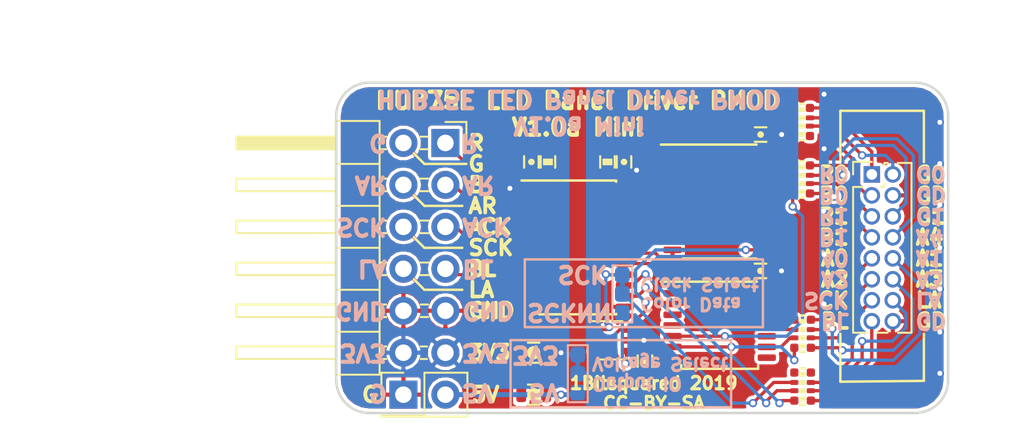
<source format=kicad_pcb>
(kicad_pcb (version 20171130) (host pcbnew 5.0.2-bee76a0~70~ubuntu18.04.1)

  (general
    (thickness 0.8)
    (drawings 94)
    (tracks 290)
    (zones 0)
    (modules 22)
    (nets 67)
  )

  (page A4)
  (title_block
    (title "iCEBreaker PMOD - LED Panel Dual HUB75E Mini")
    (rev V1.0a)
    (company 1BitSquared)
    (comment 1 "2018-2019 (C) 1BitSquared <info@1bitsquared.com>")
    (comment 2 "2018-2019 (C) Piotr Esden-Tempski <piotr@esden.net>")
    (comment 3 "License: CC-BY-SA 4.0")
  )

  (layers
    (0 F.Cu signal)
    (31 B.Cu signal)
    (33 F.Adhes user)
    (34 B.Paste user)
    (35 F.Paste user)
    (36 B.SilkS user)
    (37 F.SilkS user)
    (38 B.Mask user)
    (39 F.Mask user)
    (40 Dwgs.User user)
    (44 Edge.Cuts user)
    (46 B.CrtYd user)
    (47 F.CrtYd user)
    (48 B.Fab user)
    (49 F.Fab user)
  )

  (setup
    (last_trace_width 0.2)
    (user_trace_width 0.3)
    (trace_clearance 0.2)
    (zone_clearance 0.2)
    (zone_45_only yes)
    (trace_min 0.2)
    (segment_width 0.15)
    (edge_width 0.15)
    (via_size 0.5)
    (via_drill 0.3)
    (via_min_size 0.5)
    (via_min_drill 0.3)
    (uvia_size 0.3)
    (uvia_drill 0.1)
    (uvias_allowed no)
    (uvia_min_size 0.2)
    (uvia_min_drill 0.1)
    (pcb_text_width 0.3)
    (pcb_text_size 1.5 1.5)
    (mod_edge_width 0.15)
    (mod_text_size 1 1)
    (mod_text_width 0.15)
    (pad_size 0.5 0.6)
    (pad_drill 0)
    (pad_to_mask_clearance 0.05)
    (solder_mask_min_width 0.05)
    (aux_axis_origin 0 0)
    (grid_origin 37.4 44)
    (visible_elements FFFFFF1F)
    (pcbplotparams
      (layerselection 0x010fc_ffffffff)
      (usegerberextensions true)
      (usegerberattributes false)
      (usegerberadvancedattributes false)
      (creategerberjobfile false)
      (excludeedgelayer true)
      (linewidth 0.300000)
      (plotframeref false)
      (viasonmask false)
      (mode 1)
      (useauxorigin false)
      (hpglpennumber 1)
      (hpglpenspeed 20)
      (hpglpendiameter 15.000000)
      (psnegative false)
      (psa4output false)
      (plotreference true)
      (plotvalue true)
      (plotinvisibletext false)
      (padsonsilk false)
      (subtractmaskfromsilk true)
      (outputformat 1)
      (mirror false)
      (drillshape 0)
      (scaleselection 1)
      (outputdirectory "gerber"))
  )

  (net 0 "")
  (net 1 GND)
  (net 2 +3V3)
  (net 3 +5V)
  (net 4 /VCCB)
  (net 5 "Net-(R3-Pad1)")
  (net 6 "Net-(R4-Pad1)")
  (net 7 /A0)
  (net 8 /B1)
  (net 9 /G1)
  (net 10 /R1)
  (net 11 /A1)
  (net 12 /A2)
  (net 13 /A3)
  (net 14 /R1x)
  (net 15 /B1x)
  (net 16 /A0x)
  (net 17 /A2x)
  (net 18 /G1x)
  (net 19 /A4x)
  (net 20 /A1x)
  (net 21 /A4)
  (net 22 /A3x)
  (net 23 /BLANKx)
  (net 24 /BLANK)
  (net 25 /SCLK)
  (net 26 /LATCH)
  (net 27 /LATCHx)
  (net 28 /SCLKx)
  (net 29 /iSCLK)
  (net 30 /iLATCH)
  (net 31 /iBLANK)
  (net 32 "Net-(R1-Pad1)")
  (net 33 /SCLKNN)
  (net 34 /G)
  (net 35 /B)
  (net 36 /R)
  (net 37 /Rx)
  (net 38 /Gx)
  (net 39 /Bx)
  (net 40 /iR)
  (net 41 /iG)
  (net 42 /iB)
  (net 43 /SCLKN)
  (net 44 "Net-(U4-Pad5)")
  (net 45 "Net-(U4-Pad6)")
  (net 46 "Net-(U4-Pad7)")
  (net 47 "Net-(U4-Pad8)")
  (net 48 "Net-(U4-Pad9)")
  (net 49 "Net-(U4-Pad12)")
  (net 50 "Net-(U4-Pad13)")
  (net 51 "Net-(U4-Pad14)")
  (net 52 "Net-(U4-Pad15)")
  (net 53 "Net-(U4-Pad16)")
  (net 54 /iARST)
  (net 55 /iACLK)
  (net 56 /ACLK)
  (net 57 /ARST)
  (net 58 "Net-(U3-Pad3)")
  (net 59 "Net-(U3-Pad4)")
  (net 60 "Net-(U3-Pad8)")
  (net 61 "Net-(U3-Pad10)")
  (net 62 "Net-(U3-Pad13)")
  (net 63 /SCLKi)
  (net 64 "Net-(R4-Pad2)")
  (net 65 "Net-(R5-Pad7)")
  (net 66 "Net-(R5-Pad8)")

  (net_class Default "This is the default net class."
    (clearance 0.2)
    (trace_width 0.2)
    (via_dia 0.5)
    (via_drill 0.3)
    (uvia_dia 0.3)
    (uvia_drill 0.1)
    (add_net +3V3)
    (add_net +5V)
    (add_net /A0)
    (add_net /A0x)
    (add_net /A1)
    (add_net /A1x)
    (add_net /A2)
    (add_net /A2x)
    (add_net /A3)
    (add_net /A3x)
    (add_net /A4)
    (add_net /A4x)
    (add_net /ACLK)
    (add_net /ARST)
    (add_net /B)
    (add_net /B1)
    (add_net /B1x)
    (add_net /BLANK)
    (add_net /BLANKx)
    (add_net /Bx)
    (add_net /G)
    (add_net /G1)
    (add_net /G1x)
    (add_net /Gx)
    (add_net /LATCH)
    (add_net /LATCHx)
    (add_net /R)
    (add_net /R1)
    (add_net /R1x)
    (add_net /Rx)
    (add_net /SCLK)
    (add_net /SCLKN)
    (add_net /SCLKNN)
    (add_net /SCLKi)
    (add_net /SCLKx)
    (add_net /VCCB)
    (add_net /iACLK)
    (add_net /iARST)
    (add_net /iB)
    (add_net /iBLANK)
    (add_net /iG)
    (add_net /iLATCH)
    (add_net /iR)
    (add_net /iSCLK)
    (add_net GND)
    (add_net "Net-(R1-Pad1)")
    (add_net "Net-(R3-Pad1)")
    (add_net "Net-(R4-Pad1)")
    (add_net "Net-(R4-Pad2)")
    (add_net "Net-(R5-Pad7)")
    (add_net "Net-(R5-Pad8)")
    (add_net "Net-(U3-Pad10)")
    (add_net "Net-(U3-Pad13)")
    (add_net "Net-(U3-Pad3)")
    (add_net "Net-(U3-Pad4)")
    (add_net "Net-(U3-Pad8)")
    (add_net "Net-(U4-Pad12)")
    (add_net "Net-(U4-Pad13)")
    (add_net "Net-(U4-Pad14)")
    (add_net "Net-(U4-Pad15)")
    (add_net "Net-(U4-Pad16)")
    (add_net "Net-(U4-Pad5)")
    (add_net "Net-(U4-Pad6)")
    (add_net "Net-(U4-Pad7)")
    (add_net "Net-(U4-Pad8)")
    (add_net "Net-(U4-Pad9)")
  )

  (module Connector_PinHeader_1.27mm:PinHeader_2x08_P1.27mm_Vertical (layer F.Cu) (tedit 5C592A4A) (tstamp 5C5E35A6)
    (at 69.785 39.555)
    (descr "Through hole straight pin header, 2x08, 1.27mm pitch, double rows")
    (tags "Through hole pin header THT 2x08 1.27mm double row")
    (path /5C8CBEE0)
    (fp_text reference J3 (at 0.635 -1.695) (layer F.Fab)
      (effects (font (size 1 1) (thickness 0.15)))
    )
    (fp_text value Conn_02x08_Odd_Even (at 0.635 10.585) (layer F.Fab)
      (effects (font (size 1 1) (thickness 0.15)))
    )
    (fp_line (start -0.2175 -0.635) (end 2.34 -0.635) (layer F.Fab) (width 0.1))
    (fp_line (start 2.34 -0.635) (end 2.34 9.525) (layer F.Fab) (width 0.1))
    (fp_line (start 2.34 9.525) (end -1.07 9.525) (layer F.Fab) (width 0.1))
    (fp_line (start -1.07 9.525) (end -1.07 0.2175) (layer F.Fab) (width 0.1))
    (fp_line (start -1.07 0.2175) (end -0.2175 -0.635) (layer F.Fab) (width 0.1))
    (fp_line (start -1.13 9.585) (end -0.30753 9.585) (layer F.SilkS) (width 0.12))
    (fp_line (start 1.57753 9.585) (end 2.4 9.585) (layer F.SilkS) (width 0.12))
    (fp_line (start 0.30753 9.585) (end 0.96247 9.585) (layer F.SilkS) (width 0.12))
    (fp_line (start -1.13 0.76) (end -1.13 9.585) (layer F.SilkS) (width 0.12))
    (fp_line (start 2.4 -0.695) (end 2.4 9.585) (layer F.SilkS) (width 0.12))
    (fp_line (start -1.13 0.76) (end -0.563471 0.76) (layer F.SilkS) (width 0.12))
    (fp_line (start 0.563471 0.76) (end 0.706529 0.76) (layer F.SilkS) (width 0.12))
    (fp_line (start 0.76 0.706529) (end 0.76 0.563471) (layer F.SilkS) (width 0.12))
    (fp_line (start 0.76 -0.563471) (end 0.76 -0.695) (layer F.SilkS) (width 0.12))
    (fp_line (start 0.76 -0.695) (end 0.96247 -0.695) (layer F.SilkS) (width 0.12))
    (fp_line (start 1.57753 -0.695) (end 2.4 -0.695) (layer F.SilkS) (width 0.12))
    (fp_line (start -1.13 0) (end -1.13 -0.76) (layer F.SilkS) (width 0.12))
    (fp_line (start -1.13 -0.76) (end 0 -0.76) (layer F.SilkS) (width 0.12))
    (fp_line (start -1.915 -3.875) (end -1.915 12.585) (layer F.CrtYd) (width 0.05))
    (fp_line (start -1.915 12.585) (end 3.185 12.585) (layer F.CrtYd) (width 0.05))
    (fp_line (start 3.185 12.585) (end 3.185 -3.875) (layer F.CrtYd) (width 0.05))
    (fp_line (start 3.185 -3.875) (end -1.915 -3.875) (layer F.CrtYd) (width 0.05))
    (fp_line (start -1.9 -0.8) (end -1.9 -3.85) (layer F.SilkS) (width 0.15))
    (fp_line (start -1.9 -3.85) (end 3.15 -3.85) (layer F.SilkS) (width 0.15))
    (fp_line (start 3.15 -3.85) (end 3.15 -0.75) (layer F.SilkS) (width 0.15))
    (fp_line (start -1.9 9.65) (end -1.9 12.55) (layer F.SilkS) (width 0.15))
    (fp_line (start -1.9 12.55) (end 3.15 12.5) (layer F.SilkS) (width 0.15))
    (fp_line (start 3.15 12.5) (end 3.15 9.65) (layer F.SilkS) (width 0.15))
    (pad 1 thru_hole rect (at 0 0) (size 1 1) (drill 0.65) (layers *.Cu *.Mask)
      (net 37 /Rx))
    (pad 2 thru_hole oval (at 1.27 0) (size 1 1) (drill 0.65) (layers *.Cu *.Mask)
      (net 38 /Gx))
    (pad 3 thru_hole oval (at 0 1.27) (size 1 1) (drill 0.65) (layers *.Cu *.Mask)
      (net 39 /Bx))
    (pad 4 thru_hole oval (at 1.27 1.27) (size 1 1) (drill 0.65) (layers *.Cu *.Mask)
      (net 1 GND))
    (pad 5 thru_hole oval (at 0 2.54) (size 1 1) (drill 0.65) (layers *.Cu *.Mask)
      (net 14 /R1x))
    (pad 6 thru_hole oval (at 1.27 2.54) (size 1 1) (drill 0.65) (layers *.Cu *.Mask)
      (net 18 /G1x))
    (pad 7 thru_hole oval (at 0 3.81) (size 1 1) (drill 0.65) (layers *.Cu *.Mask)
      (net 15 /B1x))
    (pad 8 thru_hole oval (at 1.27 3.81) (size 1 1) (drill 0.65) (layers *.Cu *.Mask)
      (net 19 /A4x))
    (pad 9 thru_hole oval (at 0 5.08) (size 1 1) (drill 0.65) (layers *.Cu *.Mask)
      (net 16 /A0x))
    (pad 10 thru_hole oval (at 1.27 5.08) (size 1 1) (drill 0.65) (layers *.Cu *.Mask)
      (net 20 /A1x))
    (pad 11 thru_hole oval (at 0 6.35) (size 1 1) (drill 0.65) (layers *.Cu *.Mask)
      (net 17 /A2x))
    (pad 12 thru_hole oval (at 1.27 6.35) (size 1 1) (drill 0.65) (layers *.Cu *.Mask)
      (net 22 /A3x))
    (pad 13 thru_hole oval (at 0 7.62) (size 1 1) (drill 0.65) (layers *.Cu *.Mask)
      (net 28 /SCLKx))
    (pad 14 thru_hole oval (at 1.27 7.62) (size 1 1) (drill 0.65) (layers *.Cu *.Mask)
      (net 27 /LATCHx))
    (pad 15 thru_hole oval (at 0 8.89) (size 1 1) (drill 0.65) (layers *.Cu *.Mask)
      (net 23 /BLANKx))
    (pad 16 thru_hole oval (at 1.27 8.89) (size 1 1) (drill 0.65) (layers *.Cu *.Mask)
      (net 1 GND))
    (model ${KISYS3DMOD}/Connector_PinHeader_1.27mm.3dshapes/PinHeader_2x08_P1.27mm_Vertical.wrl
      (at (xyz 0 0 0))
      (scale (xyz 1 1 1))
      (rotate (xyz 0 0 0))
    )
  )

  (module Package_TO_SOT_SMD:SOT-363_SC-70-6 (layer F.Cu) (tedit 5C58ED10) (tstamp 5C50F354)
    (at 54 49.6)
    (descr "SOT-363, SC-70-6")
    (tags "SOT-363 SC-70-6")
    (path /5CB0FB12)
    (attr smd)
    (fp_text reference U2 (at 0 -2) (layer F.Fab)
      (effects (font (size 1 1) (thickness 0.15)))
    )
    (fp_text value NL27WZ14 (at 0 2 180) (layer F.Fab)
      (effects (font (size 1 1) (thickness 0.15)))
    )
    (fp_line (start 0.7 -1.16) (end -1.2 -1.16) (layer F.SilkS) (width 0.12))
    (fp_line (start -0.7 1.16) (end 0.7 1.16) (layer F.SilkS) (width 0.12))
    (fp_line (start 1.6 1.4) (end 1.6 -1.4) (layer F.CrtYd) (width 0.05))
    (fp_line (start -1.6 -1.4) (end -1.6 1.4) (layer F.CrtYd) (width 0.05))
    (fp_line (start -1.6 -1.4) (end 1.6 -1.4) (layer F.CrtYd) (width 0.05))
    (fp_line (start 0.675 -1.1) (end -0.175 -1.1) (layer F.Fab) (width 0.1))
    (fp_line (start -0.675 -0.6) (end -0.675 1.1) (layer F.Fab) (width 0.1))
    (fp_line (start -1.6 1.4) (end 1.6 1.4) (layer F.CrtYd) (width 0.05))
    (fp_line (start 0.675 -1.1) (end 0.675 1.1) (layer F.Fab) (width 0.1))
    (fp_line (start 0.675 1.1) (end -0.675 1.1) (layer F.Fab) (width 0.1))
    (fp_line (start -0.175 -1.1) (end -0.675 -0.6) (layer F.Fab) (width 0.1))
    (pad 1 smd roundrect (at -0.95 -0.65) (size 0.65 0.4) (layers F.Cu F.Paste F.Mask) (roundrect_rratio 0.25)
      (net 25 /SCLK))
    (pad 3 smd roundrect (at -0.95 0.65) (size 0.65 0.4) (layers F.Cu F.Paste F.Mask) (roundrect_rratio 0.25)
      (net 43 /SCLKN))
    (pad 5 smd roundrect (at 0.95 0) (size 0.65 0.4) (layers F.Cu F.Paste F.Mask) (roundrect_rratio 0.25)
      (net 4 /VCCB))
    (pad 2 smd roundrect (at -0.95 0) (size 0.65 0.4) (layers F.Cu F.Paste F.Mask) (roundrect_rratio 0.25)
      (net 1 GND))
    (pad 4 smd roundrect (at 0.95 0.65) (size 0.65 0.4) (layers F.Cu F.Paste F.Mask) (roundrect_rratio 0.25)
      (net 33 /SCLKNN))
    (pad 6 smd roundrect (at 0.95 -0.65) (size 0.65 0.4) (layers F.Cu F.Paste F.Mask) (roundrect_rratio 0.25)
      (net 43 /SCLKN))
    (model ${KISYS3DMOD}/Package_TO_SOT_SMD.3dshapes/SOT-363_SC-70-6.wrl
      (at (xyz 0 0 0))
      (scale (xyz 1 1 1))
      (rotate (xyz 0 0 0))
    )
  )

  (module Package_SO:TSSOP-14_4.4x5mm_P0.65mm (layer F.Cu) (tedit 5C58E853) (tstamp 5C514B9D)
    (at 60.584 48.7)
    (descr "14-Lead Plastic Thin Shrink Small Outline (ST)-4.4 mm Body [TSSOP] (see Microchip Packaging Specification 00000049BS.pdf)")
    (tags "SSOP 0.65")
    (path /5CE199F9)
    (attr smd)
    (fp_text reference U3 (at 0 -3.55) (layer F.Fab)
      (effects (font (size 1 1) (thickness 0.15)))
    )
    (fp_text value 74HC4024 (at 0 3.55) (layer F.Fab)
      (effects (font (size 1 1) (thickness 0.15)))
    )
    (fp_line (start -1.2 -2.5) (end 2.2 -2.5) (layer F.Fab) (width 0.15))
    (fp_line (start 2.2 -2.5) (end 2.2 2.5) (layer F.Fab) (width 0.15))
    (fp_line (start 2.2 2.5) (end -2.2 2.5) (layer F.Fab) (width 0.15))
    (fp_line (start -2.2 2.5) (end -2.2 -1.5) (layer F.Fab) (width 0.15))
    (fp_line (start -2.2 -1.5) (end -1.2 -2.5) (layer F.Fab) (width 0.15))
    (fp_line (start -3.65 -2.8) (end -3.65 2.8) (layer F.CrtYd) (width 0.05))
    (fp_line (start 3.65 -2.8) (end 3.65 2.8) (layer F.CrtYd) (width 0.05))
    (fp_line (start -3.65 -2.8) (end 3.65 -2.8) (layer F.CrtYd) (width 0.05))
    (fp_line (start -3.65 2.8) (end 3.65 2.8) (layer F.CrtYd) (width 0.05))
    (fp_line (start 2.325 2.625) (end 2.325 2.4) (layer F.SilkS) (width 0.15))
    (fp_line (start -2.325 2.625) (end -2.325 2.4) (layer F.SilkS) (width 0.15))
    (fp_line (start -3.55 -2.65) (end 2.25 -2.65) (layer F.SilkS) (width 0.15))
    (fp_line (start -2.325 2.625) (end 2.325 2.625) (layer F.SilkS) (width 0.15))
    (pad 1 smd roundrect (at -2.85 -1.95) (size 1.1 0.4) (layers F.Cu F.Paste F.Mask) (roundrect_rratio 0.25)
      (net 56 /ACLK))
    (pad 2 smd roundrect (at -2.85 -1.3) (size 1.1 0.4) (layers F.Cu F.Paste F.Mask) (roundrect_rratio 0.25)
      (net 57 /ARST))
    (pad 3 smd roundrect (at -2.85 -0.65) (size 1.1 0.4) (layers F.Cu F.Paste F.Mask) (roundrect_rratio 0.25)
      (net 58 "Net-(U3-Pad3)"))
    (pad 4 smd roundrect (at -2.85 0) (size 1.1 0.4) (layers F.Cu F.Paste F.Mask) (roundrect_rratio 0.25)
      (net 59 "Net-(U3-Pad4)"))
    (pad 5 smd roundrect (at -2.85 0.65) (size 1.1 0.4) (layers F.Cu F.Paste F.Mask) (roundrect_rratio 0.25)
      (net 21 /A4))
    (pad 6 smd roundrect (at -2.85 1.3) (size 1.1 0.4) (layers F.Cu F.Paste F.Mask) (roundrect_rratio 0.25)
      (net 13 /A3))
    (pad 7 smd roundrect (at -2.85 1.95) (size 1.1 0.4) (layers F.Cu F.Paste F.Mask) (roundrect_rratio 0.25)
      (net 1 GND))
    (pad 8 smd roundrect (at 2.85 1.95) (size 1.1 0.4) (layers F.Cu F.Paste F.Mask) (roundrect_rratio 0.25)
      (net 60 "Net-(U3-Pad8)"))
    (pad 9 smd roundrect (at 2.85 1.3) (size 1.1 0.4) (layers F.Cu F.Paste F.Mask) (roundrect_rratio 0.25)
      (net 12 /A2))
    (pad 10 smd roundrect (at 2.85 0.65) (size 1.1 0.4) (layers F.Cu F.Paste F.Mask) (roundrect_rratio 0.25)
      (net 61 "Net-(U3-Pad10)"))
    (pad 11 smd roundrect (at 2.85 0) (size 1.1 0.4) (layers F.Cu F.Paste F.Mask) (roundrect_rratio 0.25)
      (net 11 /A1))
    (pad 12 smd roundrect (at 2.85 -0.65) (size 1.1 0.4) (layers F.Cu F.Paste F.Mask) (roundrect_rratio 0.25)
      (net 7 /A0))
    (pad 13 smd roundrect (at 2.85 -1.3) (size 1.1 0.4) (layers F.Cu F.Paste F.Mask) (roundrect_rratio 0.25)
      (net 62 "Net-(U3-Pad13)"))
    (pad 14 smd roundrect (at 2.85 -1.95) (size 1.1 0.4) (layers F.Cu F.Paste F.Mask) (roundrect_rratio 0.25)
      (net 4 /VCCB))
    (model ${KISYS3DMOD}/Package_SO.3dshapes/TSSOP-14_4.4x5mm_P0.65mm.wrl
      (at (xyz 0 0 0))
      (scale (xyz 1 1 1))
      (rotate (xyz 0 0 0))
    )
  )

  (module Package_SO:TSSOP-20_4.4x6.5mm_P0.65mm (layer F.Cu) (tedit 5C58E7C3) (tstamp 5C50F3DE)
    (at 60.584 41.2)
    (descr "20-Lead Plastic Thin Shrink Small Outline (ST)-4.4 mm Body [TSSOP] (see Microchip Packaging Specification 00000049BS.pdf)")
    (tags "SSOP 0.65")
    (path /5CC42875)
    (attr smd)
    (fp_text reference U4 (at 0 -4.3) (layer F.Fab)
      (effects (font (size 1 1) (thickness 0.15)))
    )
    (fp_text value 74VHC574 (at 0 4.3) (layer F.Fab)
      (effects (font (size 1 1) (thickness 0.15)))
    )
    (fp_line (start -1.2 -3.25) (end 2.2 -3.25) (layer F.Fab) (width 0.15))
    (fp_line (start 2.2 -3.25) (end 2.2 3.25) (layer F.Fab) (width 0.15))
    (fp_line (start 2.2 3.25) (end -2.2 3.25) (layer F.Fab) (width 0.15))
    (fp_line (start -2.2 3.25) (end -2.2 -2.25) (layer F.Fab) (width 0.15))
    (fp_line (start -2.2 -2.25) (end -1.2 -3.25) (layer F.Fab) (width 0.15))
    (fp_line (start -3.65 -3.55) (end -3.65 3.55) (layer F.CrtYd) (width 0.05))
    (fp_line (start 3.65 -3.55) (end 3.65 3.55) (layer F.CrtYd) (width 0.05))
    (fp_line (start -3.65 -3.55) (end 3.65 -3.55) (layer F.CrtYd) (width 0.05))
    (fp_line (start -3.65 3.55) (end 3.65 3.55) (layer F.CrtYd) (width 0.05))
    (fp_line (start -2.225 3.45) (end 2.225 3.45) (layer F.SilkS) (width 0.15))
    (fp_line (start -3.55 -3.45) (end 2.225 -3.45) (layer F.SilkS) (width 0.15))
    (pad 1 smd roundrect (at -2.85 -2.925) (size 1.1 0.4) (layers F.Cu F.Paste F.Mask) (roundrect_rratio 0.25)
      (net 1 GND))
    (pad 2 smd roundrect (at -2.85 -2.275) (size 1.1 0.4) (layers F.Cu F.Paste F.Mask) (roundrect_rratio 0.25)
      (net 36 /R))
    (pad 3 smd roundrect (at -2.85 -1.625) (size 1.1 0.4) (layers F.Cu F.Paste F.Mask) (roundrect_rratio 0.25)
      (net 34 /G))
    (pad 4 smd roundrect (at -2.85 -0.975) (size 1.1 0.4) (layers F.Cu F.Paste F.Mask) (roundrect_rratio 0.25)
      (net 35 /B))
    (pad 5 smd roundrect (at -2.85 -0.325) (size 1.1 0.4) (layers F.Cu F.Paste F.Mask) (roundrect_rratio 0.25)
      (net 44 "Net-(U4-Pad5)"))
    (pad 6 smd roundrect (at -2.85 0.325) (size 1.1 0.4) (layers F.Cu F.Paste F.Mask) (roundrect_rratio 0.25)
      (net 45 "Net-(U4-Pad6)"))
    (pad 7 smd roundrect (at -2.85 0.975) (size 1.1 0.4) (layers F.Cu F.Paste F.Mask) (roundrect_rratio 0.25)
      (net 46 "Net-(U4-Pad7)"))
    (pad 8 smd roundrect (at -2.85 1.625) (size 1.1 0.4) (layers F.Cu F.Paste F.Mask) (roundrect_rratio 0.25)
      (net 47 "Net-(U4-Pad8)"))
    (pad 9 smd roundrect (at -2.85 2.275) (size 1.1 0.4) (layers F.Cu F.Paste F.Mask) (roundrect_rratio 0.25)
      (net 48 "Net-(U4-Pad9)"))
    (pad 10 smd roundrect (at -2.85 2.925) (size 1.1 0.4) (layers F.Cu F.Paste F.Mask) (roundrect_rratio 0.25)
      (net 1 GND))
    (pad 11 smd roundrect (at 2.85 2.925) (size 1.1 0.4) (layers F.Cu F.Paste F.Mask) (roundrect_rratio 0.25)
      (net 43 /SCLKN))
    (pad 12 smd roundrect (at 2.85 2.275) (size 1.1 0.4) (layers F.Cu F.Paste F.Mask) (roundrect_rratio 0.25)
      (net 49 "Net-(U4-Pad12)"))
    (pad 13 smd roundrect (at 2.85 1.625) (size 1.1 0.4) (layers F.Cu F.Paste F.Mask) (roundrect_rratio 0.25)
      (net 50 "Net-(U4-Pad13)"))
    (pad 14 smd roundrect (at 2.85 0.975) (size 1.1 0.4) (layers F.Cu F.Paste F.Mask) (roundrect_rratio 0.25)
      (net 51 "Net-(U4-Pad14)"))
    (pad 15 smd roundrect (at 2.85 0.325) (size 1.1 0.4) (layers F.Cu F.Paste F.Mask) (roundrect_rratio 0.25)
      (net 52 "Net-(U4-Pad15)"))
    (pad 16 smd roundrect (at 2.85 -0.325) (size 1.1 0.4) (layers F.Cu F.Paste F.Mask) (roundrect_rratio 0.25)
      (net 53 "Net-(U4-Pad16)"))
    (pad 17 smd roundrect (at 2.85 -0.975) (size 1.1 0.4) (layers F.Cu F.Paste F.Mask) (roundrect_rratio 0.25)
      (net 8 /B1))
    (pad 18 smd roundrect (at 2.85 -1.625) (size 1.1 0.4) (layers F.Cu F.Paste F.Mask) (roundrect_rratio 0.25)
      (net 9 /G1))
    (pad 19 smd roundrect (at 2.85 -2.275) (size 1.1 0.4) (layers F.Cu F.Paste F.Mask) (roundrect_rratio 0.25)
      (net 10 /R1))
    (pad 20 smd roundrect (at 2.85 -2.925) (size 1.1 0.4) (layers F.Cu F.Paste F.Mask) (roundrect_rratio 0.25)
      (net 4 /VCCB))
    (model ${KISYS3DMOD}/Package_SO.3dshapes/TSSOP-20_4.4x6.5mm_P0.65mm.wrl
      (at (xyz 0 0 0))
      (scale (xyz 1 1 1))
      (rotate (xyz 0 0 0))
    )
  )

  (module pkl_dipol:R_Array_Convex_4x0402 (layer F.Cu) (tedit 5B8B823A) (tstamp 5C5B208D)
    (at 65.6 52.4)
    (descr "Thick Film Chip Resistor Array, Wave soldering, Vishay CRA06P (see cra06p.pdf)")
    (tags "resistor array")
    (path /5CD183A9)
    (solder_mask_margin 0.05)
    (attr smd)
    (fp_text reference R4 (at 0 -2) (layer F.Fab)
      (effects (font (size 0.75 0.75) (thickness 0.15)))
    )
    (fp_text value 33E (at 0 2) (layer F.Fab)
      (effects (font (size 0.75 0.75) (thickness 0.15)))
    )
    (fp_line (start -0.5 -1) (end 0.5 -1) (layer F.Fab) (width 0.05))
    (fp_line (start -0.5 -0.55) (end -0.5 -1) (layer F.Fab) (width 0.05))
    (fp_line (start -0.3 -0.55) (end -0.5 -0.55) (layer F.Fab) (width 0.05))
    (fp_line (start -0.3 -0.4) (end -0.3 -0.55) (layer F.Fab) (width 0.05))
    (fp_line (start -0.5 -0.4) (end -0.3 -0.4) (layer F.Fab) (width 0.05))
    (fp_line (start -0.5 -0.1) (end -0.5 -0.4) (layer F.Fab) (width 0.05))
    (fp_line (start -0.3 -0.1) (end -0.5 -0.1) (layer F.Fab) (width 0.05))
    (fp_line (start -0.3 0.1) (end -0.3 -0.1) (layer F.Fab) (width 0.05))
    (fp_line (start -0.5 0.1) (end -0.3 0.1) (layer F.Fab) (width 0.05))
    (fp_line (start -0.5 0.4) (end -0.5 0.1) (layer F.Fab) (width 0.05))
    (fp_line (start -0.3 0.4) (end -0.5 0.4) (layer F.Fab) (width 0.05))
    (fp_line (start -0.3 0.55) (end -0.3 0.4) (layer F.Fab) (width 0.05))
    (fp_line (start -0.5 0.55) (end -0.3 0.55) (layer F.Fab) (width 0.05))
    (fp_line (start -0.5 1) (end -0.5 0.55) (layer F.Fab) (width 0.05))
    (fp_line (start 0.5 1) (end -0.5 1) (layer F.Fab) (width 0.05))
    (fp_line (start 0.5 0.55) (end 0.5 1) (layer F.Fab) (width 0.05))
    (fp_line (start 0.3 0.55) (end 0.5 0.55) (layer F.Fab) (width 0.05))
    (fp_line (start 0.3 0.4) (end 0.3 0.55) (layer F.Fab) (width 0.05))
    (fp_line (start 0.5 0.4) (end 0.3 0.4) (layer F.Fab) (width 0.05))
    (fp_line (start 0.5 0.1) (end 0.5 0.4) (layer F.Fab) (width 0.05))
    (fp_line (start 0.3 0.1) (end 0.5 0.1) (layer F.Fab) (width 0.05))
    (fp_line (start 0.3 -0.1) (end 0.3 0.1) (layer F.Fab) (width 0.05))
    (fp_line (start 0.5 -0.1) (end 0.3 -0.1) (layer F.Fab) (width 0.05))
    (fp_line (start 0.5 -0.4) (end 0.5 -0.1) (layer F.Fab) (width 0.05))
    (fp_line (start 0.3 -0.4) (end 0.5 -0.4) (layer F.Fab) (width 0.05))
    (fp_line (start 0.3 -0.55) (end 0.3 -0.4) (layer F.Fab) (width 0.05))
    (fp_line (start 0.5 -0.55) (end 0.3 -0.55) (layer F.Fab) (width 0.05))
    (fp_line (start 0.5 -1) (end 0.5 -0.55) (layer F.Fab) (width 0.05))
    (fp_line (start -1 -1.35) (end 1 -1.35) (layer F.CrtYd) (width 0.05))
    (fp_line (start -1 1.35) (end 1 1.35) (layer F.CrtYd) (width 0.05))
    (fp_line (start -1 -1.35) (end -1 1.35) (layer F.CrtYd) (width 0.05))
    (fp_line (start 1 -1.35) (end 1 1.35) (layer F.CrtYd) (width 0.05))
    (fp_line (start 0.15 1.1) (end -0.15 1.1) (layer F.SilkS) (width 0.15))
    (fp_line (start 0.15 -1.1) (end -0.15 -1.1) (layer F.SilkS) (width 0.15))
    (fp_poly (pts (xy -0.175 -0.375) (xy 0.175 -0.375) (xy 0.175 -0.125) (xy -0.175 -0.125)) (layer F.SilkS) (width 0.05))
    (fp_poly (pts (xy -0.175 -0.875) (xy 0.175 -0.875) (xy 0.175 -0.625) (xy -0.175 -0.625)) (layer F.SilkS) (width 0.05))
    (fp_poly (pts (xy -0.175 0.125) (xy 0.175 0.125) (xy 0.175 0.375) (xy -0.175 0.375)) (layer F.SilkS) (width 0.05))
    (fp_poly (pts (xy -0.175 0.625) (xy 0.175 0.625) (xy 0.175 0.875) (xy -0.175 0.875)) (layer F.SilkS) (width 0.05))
    (pad 3 smd roundrect (at -0.5 -0.25) (size 0.5 0.3) (layers F.Cu F.Paste F.Mask) (roundrect_rratio 0.25)
      (net 63 /SCLKi))
    (pad 5 smd roundrect (at -0.5 0.25) (size 0.5 0.3) (layers F.Cu F.Paste F.Mask) (roundrect_rratio 0.25)
      (net 26 /LATCH))
    (pad 1 smd roundrect (at -0.5 -0.85) (size 0.5 0.5) (layers F.Cu F.Paste F.Mask) (roundrect_rratio 0.25)
      (net 6 "Net-(R4-Pad1)"))
    (pad 7 smd roundrect (at -0.5 0.85) (size 0.5 0.5) (layers F.Cu F.Paste F.Mask) (roundrect_rratio 0.25)
      (net 24 /BLANK))
    (pad 2 smd roundrect (at 0.5 -0.85) (size 0.5 0.5) (layers F.Cu F.Paste F.Mask) (roundrect_rratio 0.25)
      (net 64 "Net-(R4-Pad2)"))
    (pad 4 smd roundrect (at 0.5 -0.25) (size 0.5 0.3) (layers F.Cu F.Paste F.Mask) (roundrect_rratio 0.25)
      (net 28 /SCLKx))
    (pad 6 smd roundrect (at 0.5 0.25) (size 0.5 0.3) (layers F.Cu F.Paste F.Mask) (roundrect_rratio 0.25)
      (net 27 /LATCHx))
    (pad 8 smd roundrect (at 0.5 0.85) (size 0.5 0.5) (layers F.Cu F.Paste F.Mask) (roundrect_rratio 0.25)
      (net 23 /BLANKx))
    (model ${KISYS3DMOD}/Resistor_SMD.3dshapes/R_Array_Convex_4x0402.step
      (at (xyz 0 0 0))
      (scale (xyz 1 1 1))
      (rotate (xyz 0 0 0))
    )
  )

  (module pkl_jumpers:J_NCNO_0903_30 (layer B.Cu) (tedit 5BF23FC0) (tstamp 5C592671)
    (at 54.7 46.794 270)
    (descr "Jumper Normally Closed SMD 0603, 0.15mm connection, reflow soldering")
    (tags "jumper 0603")
    (path /5CEA4A6B)
    (attr smd)
    (fp_text reference J2 (at 0 1.1 270) (layer B.Fab)
      (effects (font (size 0.635 0.635) (thickness 0.1)) (justify mirror))
    )
    (fp_text value jmp (at 0 -1.2 270) (layer B.Fab)
      (effects (font (size 0.635 0.635) (thickness 0.1)) (justify mirror))
    )
    (fp_line (start -1.725 0.6) (end -1.725 -0.6) (layer B.SilkS) (width 0.13))
    (fp_line (start 1.725 0.6) (end 1.725 -0.6) (layer B.SilkS) (width 0.13))
    (fp_line (start -1.75 0.725) (end 1.75 0.725) (layer B.CrtYd) (width 0.05))
    (fp_line (start -1.75 -0.725) (end 1.75 -0.725) (layer B.CrtYd) (width 0.05))
    (fp_line (start -1.75 0.725) (end -1.75 -0.725) (layer B.CrtYd) (width 0.05))
    (fp_line (start 1.75 0.725) (end 1.75 -0.725) (layer B.CrtYd) (width 0.05))
    (fp_line (start -1.725 0.6) (end 1.725 0.6) (layer B.SilkS) (width 0.13))
    (fp_line (start 1.725 -0.6) (end -1.725 -0.6) (layer B.SilkS) (width 0.13))
    (fp_poly (pts (xy -0.625 0.25) (xy -0.525 0.25) (xy -0.525 -0.25) (xy -0.625 -0.25)) (layer B.Mask) (width 0.15))
    (fp_line (start -0.775 0) (end -0.375 0) (layer B.Cu) (width 0.3))
    (fp_poly (pts (xy 0.525 0.25) (xy 0.625 0.25) (xy 0.625 -0.25) (xy 0.525 -0.25)) (layer B.Mask) (width 0.15))
    (pad 1 smd roundrect (at -1.15 0 270) (size 0.95 0.9) (layers B.Cu B.Mask) (roundrect_rratio 0.25)
      (net 25 /SCLK))
    (pad 2 smd roundrect (at 0 0 270) (size 0.95 0.9) (layers B.Cu B.Mask) (roundrect_rratio 0.25)
      (net 63 /SCLKi))
    (pad 3 smd roundrect (at 1.15 0 270) (size 0.95 0.9) (layers B.Cu B.Mask) (roundrect_rratio 0.25)
      (net 33 /SCLKNN))
  )

  (module pkl_dipol:C_0402 (layer F.Cu) (tedit 5B8B5916) (tstamp 5C50F265)
    (at 63.054 45.397)
    (descr "Capacitor SMD 0402, reflow soldering")
    (tags "capacitor 0402")
    (path /5C92C2E0)
    (attr smd)
    (fp_text reference C7 (at 0 -1.1) (layer F.Fab)
      (effects (font (size 0.635 0.635) (thickness 0.1)))
    )
    (fp_text value 100n (at 0 1.2) (layer F.Fab)
      (effects (font (size 0.635 0.635) (thickness 0.1)))
    )
    (fp_circle (center 0 0) (end 0.1 0) (layer F.SilkS) (width 0.2))
    (fp_line (start -0.95 -0.5) (end 0.95 -0.5) (layer F.CrtYd) (width 0.05))
    (fp_line (start -0.95 0.5) (end 0.95 0.5) (layer F.CrtYd) (width 0.05))
    (fp_line (start -0.95 -0.5) (end -0.95 0.5) (layer F.CrtYd) (width 0.05))
    (fp_line (start 0.95 -0.5) (end 0.95 0.5) (layer F.CrtYd) (width 0.05))
    (fp_line (start -0.35 -0.44) (end 0.35 -0.44) (layer F.SilkS) (width 0.13))
    (fp_line (start 0.35 0.44) (end -0.35 0.44) (layer F.SilkS) (width 0.13))
    (pad 1 smd roundrect (at -0.5 0) (size 0.5 0.6) (layers F.Cu F.Paste F.Mask) (roundrect_rratio 0.25)
      (net 1 GND))
    (pad 2 smd roundrect (at 0.5 0) (size 0.5 0.6) (layers F.Cu F.Paste F.Mask) (roundrect_rratio 0.25)
      (net 4 /VCCB))
    (model ${KISYS3DMOD}/Capacitor_SMD.3dshapes/C_0402_1005Metric.step
      (at (xyz 0 0 0))
      (scale (xyz 1 1 1))
      (rotate (xyz 0 0 0))
    )
  )

  (module pkl_dipol:R_Array_Convex_4x0402 (layer F.Cu) (tedit 5B8B823A) (tstamp 5C50F180)
    (at 65.6 49.2)
    (descr "Thick Film Chip Resistor Array, Wave soldering, Vishay CRA06P (see cra06p.pdf)")
    (tags "resistor array")
    (path /5CC6416B)
    (solder_mask_margin 0.05)
    (attr smd)
    (fp_text reference R2 (at 0 -2) (layer F.Fab)
      (effects (font (size 0.75 0.75) (thickness 0.15)))
    )
    (fp_text value 33E (at 0 2) (layer F.Fab)
      (effects (font (size 0.75 0.75) (thickness 0.15)))
    )
    (fp_poly (pts (xy -0.175 0.625) (xy 0.175 0.625) (xy 0.175 0.875) (xy -0.175 0.875)) (layer F.SilkS) (width 0.05))
    (fp_poly (pts (xy -0.175 0.125) (xy 0.175 0.125) (xy 0.175 0.375) (xy -0.175 0.375)) (layer F.SilkS) (width 0.05))
    (fp_poly (pts (xy -0.175 -0.875) (xy 0.175 -0.875) (xy 0.175 -0.625) (xy -0.175 -0.625)) (layer F.SilkS) (width 0.05))
    (fp_poly (pts (xy -0.175 -0.375) (xy 0.175 -0.375) (xy 0.175 -0.125) (xy -0.175 -0.125)) (layer F.SilkS) (width 0.05))
    (fp_line (start 0.15 -1.1) (end -0.15 -1.1) (layer F.SilkS) (width 0.15))
    (fp_line (start 0.15 1.1) (end -0.15 1.1) (layer F.SilkS) (width 0.15))
    (fp_line (start 1 -1.35) (end 1 1.35) (layer F.CrtYd) (width 0.05))
    (fp_line (start -1 -1.35) (end -1 1.35) (layer F.CrtYd) (width 0.05))
    (fp_line (start -1 1.35) (end 1 1.35) (layer F.CrtYd) (width 0.05))
    (fp_line (start -1 -1.35) (end 1 -1.35) (layer F.CrtYd) (width 0.05))
    (fp_line (start 0.5 -1) (end 0.5 -0.55) (layer F.Fab) (width 0.05))
    (fp_line (start 0.5 -0.55) (end 0.3 -0.55) (layer F.Fab) (width 0.05))
    (fp_line (start 0.3 -0.55) (end 0.3 -0.4) (layer F.Fab) (width 0.05))
    (fp_line (start 0.3 -0.4) (end 0.5 -0.4) (layer F.Fab) (width 0.05))
    (fp_line (start 0.5 -0.4) (end 0.5 -0.1) (layer F.Fab) (width 0.05))
    (fp_line (start 0.5 -0.1) (end 0.3 -0.1) (layer F.Fab) (width 0.05))
    (fp_line (start 0.3 -0.1) (end 0.3 0.1) (layer F.Fab) (width 0.05))
    (fp_line (start 0.3 0.1) (end 0.5 0.1) (layer F.Fab) (width 0.05))
    (fp_line (start 0.5 0.1) (end 0.5 0.4) (layer F.Fab) (width 0.05))
    (fp_line (start 0.5 0.4) (end 0.3 0.4) (layer F.Fab) (width 0.05))
    (fp_line (start 0.3 0.4) (end 0.3 0.55) (layer F.Fab) (width 0.05))
    (fp_line (start 0.3 0.55) (end 0.5 0.55) (layer F.Fab) (width 0.05))
    (fp_line (start 0.5 0.55) (end 0.5 1) (layer F.Fab) (width 0.05))
    (fp_line (start 0.5 1) (end -0.5 1) (layer F.Fab) (width 0.05))
    (fp_line (start -0.5 1) (end -0.5 0.55) (layer F.Fab) (width 0.05))
    (fp_line (start -0.5 0.55) (end -0.3 0.55) (layer F.Fab) (width 0.05))
    (fp_line (start -0.3 0.55) (end -0.3 0.4) (layer F.Fab) (width 0.05))
    (fp_line (start -0.3 0.4) (end -0.5 0.4) (layer F.Fab) (width 0.05))
    (fp_line (start -0.5 0.4) (end -0.5 0.1) (layer F.Fab) (width 0.05))
    (fp_line (start -0.5 0.1) (end -0.3 0.1) (layer F.Fab) (width 0.05))
    (fp_line (start -0.3 0.1) (end -0.3 -0.1) (layer F.Fab) (width 0.05))
    (fp_line (start -0.3 -0.1) (end -0.5 -0.1) (layer F.Fab) (width 0.05))
    (fp_line (start -0.5 -0.1) (end -0.5 -0.4) (layer F.Fab) (width 0.05))
    (fp_line (start -0.5 -0.4) (end -0.3 -0.4) (layer F.Fab) (width 0.05))
    (fp_line (start -0.3 -0.4) (end -0.3 -0.55) (layer F.Fab) (width 0.05))
    (fp_line (start -0.3 -0.55) (end -0.5 -0.55) (layer F.Fab) (width 0.05))
    (fp_line (start -0.5 -0.55) (end -0.5 -1) (layer F.Fab) (width 0.05))
    (fp_line (start -0.5 -1) (end 0.5 -1) (layer F.Fab) (width 0.05))
    (pad 8 smd roundrect (at 0.5 0.85) (size 0.5 0.5) (layers F.Cu F.Paste F.Mask) (roundrect_rratio 0.25)
      (net 22 /A3x))
    (pad 6 smd roundrect (at 0.5 0.25) (size 0.5 0.3) (layers F.Cu F.Paste F.Mask) (roundrect_rratio 0.25)
      (net 17 /A2x))
    (pad 4 smd roundrect (at 0.5 -0.25) (size 0.5 0.3) (layers F.Cu F.Paste F.Mask) (roundrect_rratio 0.25)
      (net 20 /A1x))
    (pad 2 smd roundrect (at 0.5 -0.85) (size 0.5 0.5) (layers F.Cu F.Paste F.Mask) (roundrect_rratio 0.25)
      (net 16 /A0x))
    (pad 7 smd roundrect (at -0.5 0.85) (size 0.5 0.5) (layers F.Cu F.Paste F.Mask) (roundrect_rratio 0.25)
      (net 13 /A3))
    (pad 1 smd roundrect (at -0.5 -0.85) (size 0.5 0.5) (layers F.Cu F.Paste F.Mask) (roundrect_rratio 0.25)
      (net 7 /A0))
    (pad 5 smd roundrect (at -0.5 0.25) (size 0.5 0.3) (layers F.Cu F.Paste F.Mask) (roundrect_rratio 0.25)
      (net 12 /A2))
    (pad 3 smd roundrect (at -0.5 -0.25) (size 0.5 0.3) (layers F.Cu F.Paste F.Mask) (roundrect_rratio 0.25)
      (net 11 /A1))
    (model ${KISYS3DMOD}/Resistor_SMD.3dshapes/R_Array_Convex_4x0402.step
      (at (xyz 0 0 0))
      (scale (xyz 1 1 1))
      (rotate (xyz 0 0 0))
    )
  )

  (module pkl_dipol:C_0402 (layer F.Cu) (tedit 5B8B5916) (tstamp 5BF5A6B7)
    (at 49.2 38.8 270)
    (descr "Capacitor SMD 0402, reflow soldering")
    (tags "capacitor 0402")
    (path /5C164CC0)
    (attr smd)
    (fp_text reference C3 (at 0 -1.1 270) (layer F.Fab)
      (effects (font (size 0.635 0.635) (thickness 0.1)))
    )
    (fp_text value 100n (at 0 1.2 270) (layer F.Fab)
      (effects (font (size 0.635 0.635) (thickness 0.1)))
    )
    (fp_line (start 0.35 0.44) (end -0.35 0.44) (layer F.SilkS) (width 0.13))
    (fp_line (start -0.35 -0.44) (end 0.35 -0.44) (layer F.SilkS) (width 0.13))
    (fp_line (start 0.95 -0.5) (end 0.95 0.5) (layer F.CrtYd) (width 0.05))
    (fp_line (start -0.95 -0.5) (end -0.95 0.5) (layer F.CrtYd) (width 0.05))
    (fp_line (start -0.95 0.5) (end 0.95 0.5) (layer F.CrtYd) (width 0.05))
    (fp_line (start -0.95 -0.5) (end 0.95 -0.5) (layer F.CrtYd) (width 0.05))
    (fp_circle (center 0 0) (end 0.1 0) (layer F.SilkS) (width 0.2))
    (pad 2 smd roundrect (at 0.5 0 270) (size 0.5 0.6) (layers F.Cu F.Paste F.Mask) (roundrect_rratio 0.25)
      (net 2 +3V3))
    (pad 1 smd roundrect (at -0.5 0 270) (size 0.5 0.6) (layers F.Cu F.Paste F.Mask) (roundrect_rratio 0.25)
      (net 1 GND))
    (model ${KISYS3DMOD}/Capacitor_SMD.3dshapes/C_0402_1005Metric.step
      (at (xyz 0 0 0))
      (scale (xyz 1 1 1))
      (rotate (xyz 0 0 0))
    )
  )

  (module pkl_dipol:C_0402 (layer F.Cu) (tedit 5B8B5916) (tstamp 5BF5A6AA)
    (at 56.069 50.858 270)
    (descr "Capacitor SMD 0402, reflow soldering")
    (tags "capacitor 0402")
    (path /5CC11C24)
    (attr smd)
    (fp_text reference C4 (at 0 -1.1 270) (layer F.Fab)
      (effects (font (size 0.635 0.635) (thickness 0.1)))
    )
    (fp_text value 100n (at 0 1.2 270) (layer F.Fab)
      (effects (font (size 0.635 0.635) (thickness 0.1)))
    )
    (fp_circle (center 0 0) (end 0.1 0) (layer F.SilkS) (width 0.2))
    (fp_line (start -0.95 -0.5) (end 0.95 -0.5) (layer F.CrtYd) (width 0.05))
    (fp_line (start -0.95 0.5) (end 0.95 0.5) (layer F.CrtYd) (width 0.05))
    (fp_line (start -0.95 -0.5) (end -0.95 0.5) (layer F.CrtYd) (width 0.05))
    (fp_line (start 0.95 -0.5) (end 0.95 0.5) (layer F.CrtYd) (width 0.05))
    (fp_line (start -0.35 -0.44) (end 0.35 -0.44) (layer F.SilkS) (width 0.13))
    (fp_line (start 0.35 0.44) (end -0.35 0.44) (layer F.SilkS) (width 0.13))
    (pad 1 smd roundrect (at -0.5 0 270) (size 0.5 0.6) (layers F.Cu F.Paste F.Mask) (roundrect_rratio 0.25)
      (net 4 /VCCB))
    (pad 2 smd roundrect (at 0.5 0 270) (size 0.5 0.6) (layers F.Cu F.Paste F.Mask) (roundrect_rratio 0.25)
      (net 1 GND))
    (model ${KISYS3DMOD}/Capacitor_SMD.3dshapes/C_0402_1005Metric.step
      (at (xyz 0 0 0))
      (scale (xyz 1 1 1))
      (rotate (xyz 0 0 0))
    )
  )

  (module pkl_dipol:C_0402 (layer F.Cu) (tedit 5B8B5916) (tstamp 5BF5A69D)
    (at 54.8 38.8 270)
    (descr "Capacitor SMD 0402, reflow soldering")
    (tags "capacitor 0402")
    (path /5C175BD2)
    (attr smd)
    (fp_text reference C5 (at 0 -1.1 270) (layer F.Fab)
      (effects (font (size 0.635 0.635) (thickness 0.1)))
    )
    (fp_text value 100n (at 0 1.2 270) (layer F.Fab)
      (effects (font (size 0.635 0.635) (thickness 0.1)))
    )
    (fp_line (start 0.35 0.44) (end -0.35 0.44) (layer F.SilkS) (width 0.13))
    (fp_line (start -0.35 -0.44) (end 0.35 -0.44) (layer F.SilkS) (width 0.13))
    (fp_line (start 0.95 -0.5) (end 0.95 0.5) (layer F.CrtYd) (width 0.05))
    (fp_line (start -0.95 -0.5) (end -0.95 0.5) (layer F.CrtYd) (width 0.05))
    (fp_line (start -0.95 0.5) (end 0.95 0.5) (layer F.CrtYd) (width 0.05))
    (fp_line (start -0.95 -0.5) (end 0.95 -0.5) (layer F.CrtYd) (width 0.05))
    (fp_circle (center 0 0) (end 0.1 0) (layer F.SilkS) (width 0.2))
    (pad 2 smd roundrect (at 0.5 0 270) (size 0.5 0.6) (layers F.Cu F.Paste F.Mask) (roundrect_rratio 0.25)
      (net 4 /VCCB))
    (pad 1 smd roundrect (at -0.5 0 270) (size 0.5 0.6) (layers F.Cu F.Paste F.Mask) (roundrect_rratio 0.25)
      (net 1 GND))
    (model ${KISYS3DMOD}/Capacitor_SMD.3dshapes/C_0402_1005Metric.step
      (at (xyz 0 0 0))
      (scale (xyz 1 1 1))
      (rotate (xyz 0 0 0))
    )
  )

  (module pkl_dipol:C_0402 (layer F.Cu) (tedit 5B8B5916) (tstamp 5BF5A690)
    (at 63.062 37.142)
    (descr "Capacitor SMD 0402, reflow soldering")
    (tags "capacitor 0402")
    (path /5CD00EE6)
    (attr smd)
    (fp_text reference C6 (at 0 -1.1) (layer F.Fab)
      (effects (font (size 0.635 0.635) (thickness 0.1)))
    )
    (fp_text value 100n (at 0 1.2) (layer F.Fab)
      (effects (font (size 0.635 0.635) (thickness 0.1)))
    )
    (fp_circle (center 0 0) (end 0.1 0) (layer F.SilkS) (width 0.2))
    (fp_line (start -0.95 -0.5) (end 0.95 -0.5) (layer F.CrtYd) (width 0.05))
    (fp_line (start -0.95 0.5) (end 0.95 0.5) (layer F.CrtYd) (width 0.05))
    (fp_line (start -0.95 -0.5) (end -0.95 0.5) (layer F.CrtYd) (width 0.05))
    (fp_line (start 0.95 -0.5) (end 0.95 0.5) (layer F.CrtYd) (width 0.05))
    (fp_line (start -0.35 -0.44) (end 0.35 -0.44) (layer F.SilkS) (width 0.13))
    (fp_line (start 0.35 0.44) (end -0.35 0.44) (layer F.SilkS) (width 0.13))
    (pad 1 smd roundrect (at -0.5 0) (size 0.5 0.6) (layers F.Cu F.Paste F.Mask) (roundrect_rratio 0.25)
      (net 1 GND))
    (pad 2 smd roundrect (at 0.5 0) (size 0.5 0.6) (layers F.Cu F.Paste F.Mask) (roundrect_rratio 0.25)
      (net 4 /VCCB))
    (model ${KISYS3DMOD}/Capacitor_SMD.3dshapes/C_0402_1005Metric.step
      (at (xyz 0 0 0))
      (scale (xyz 1 1 1))
      (rotate (xyz 0 0 0))
    )
  )

  (module pkl_dipol:C_0603 (layer F.Cu) (tedit 5B8B5957) (tstamp 5BF5A66B)
    (at 49.338 52.89 180)
    (descr "Capacitor SMD 0603, reflow soldering")
    (tags "capacitor 0603")
    (path /5C1A70E9)
    (attr smd)
    (fp_text reference C2 (at 0 -1.1 180) (layer F.Fab)
      (effects (font (size 0.635 0.635) (thickness 0.1)))
    )
    (fp_text value 10u (at 0 1.2 180) (layer F.Fab)
      (effects (font (size 0.635 0.635) (thickness 0.1)))
    )
    (fp_circle (center 0 0) (end 0.2 0) (layer F.SilkS) (width 0.4))
    (fp_line (start -1.175 -0.725) (end 1.175 -0.725) (layer F.CrtYd) (width 0.05))
    (fp_line (start -1.175 0.725) (end 1.175 0.725) (layer F.CrtYd) (width 0.05))
    (fp_line (start -1.175 -0.725) (end -1.175 0.725) (layer F.CrtYd) (width 0.05))
    (fp_line (start 1.175 -0.725) (end 1.175 0.725) (layer F.CrtYd) (width 0.05))
    (fp_line (start -0.35 -0.61) (end 0.35 -0.61) (layer F.SilkS) (width 0.13))
    (fp_line (start 0.35 0.61) (end -0.35 0.61) (layer F.SilkS) (width 0.13))
    (pad 1 smd roundrect (at -0.75 0 180) (size 0.6 0.9) (layers F.Cu F.Paste F.Mask) (roundrect_rratio 0.25)
      (net 3 +5V))
    (pad 2 smd roundrect (at 0.75 0 180) (size 0.6 0.9) (layers F.Cu F.Paste F.Mask) (roundrect_rratio 0.25)
      (net 1 GND))
    (model ${KISYS3DMOD}/Capacitor_SMD.3dshapes/C_0603_1608Metric.step
      (at (xyz 0 0 0))
      (scale (xyz 1 1 1))
      (rotate (xyz 0 0 0))
    )
  )

  (module pkl_dipol:R_Array_Convex_4x0402 (layer F.Cu) (tedit 5B8B823A) (tstamp 5C5985DA)
    (at 65.545 39.86)
    (descr "Thick Film Chip Resistor Array, Wave soldering, Vishay CRA06P (see cra06p.pdf)")
    (tags "resistor array")
    (path /5BCAD3F9)
    (solder_mask_margin 0.05)
    (attr smd)
    (fp_text reference R6 (at 0 -2) (layer F.Fab)
      (effects (font (size 0.75 0.75) (thickness 0.15)))
    )
    (fp_text value 33E (at 0 2) (layer F.Fab)
      (effects (font (size 0.75 0.75) (thickness 0.15)))
    )
    (fp_poly (pts (xy -0.175 0.625) (xy 0.175 0.625) (xy 0.175 0.875) (xy -0.175 0.875)) (layer F.SilkS) (width 0.05))
    (fp_poly (pts (xy -0.175 0.125) (xy 0.175 0.125) (xy 0.175 0.375) (xy -0.175 0.375)) (layer F.SilkS) (width 0.05))
    (fp_poly (pts (xy -0.175 -0.875) (xy 0.175 -0.875) (xy 0.175 -0.625) (xy -0.175 -0.625)) (layer F.SilkS) (width 0.05))
    (fp_poly (pts (xy -0.175 -0.375) (xy 0.175 -0.375) (xy 0.175 -0.125) (xy -0.175 -0.125)) (layer F.SilkS) (width 0.05))
    (fp_line (start 0.15 -1.1) (end -0.15 -1.1) (layer F.SilkS) (width 0.15))
    (fp_line (start 0.15 1.1) (end -0.15 1.1) (layer F.SilkS) (width 0.15))
    (fp_line (start 1 -1.35) (end 1 1.35) (layer F.CrtYd) (width 0.05))
    (fp_line (start -1 -1.35) (end -1 1.35) (layer F.CrtYd) (width 0.05))
    (fp_line (start -1 1.35) (end 1 1.35) (layer F.CrtYd) (width 0.05))
    (fp_line (start -1 -1.35) (end 1 -1.35) (layer F.CrtYd) (width 0.05))
    (fp_line (start 0.5 -1) (end 0.5 -0.55) (layer F.Fab) (width 0.05))
    (fp_line (start 0.5 -0.55) (end 0.3 -0.55) (layer F.Fab) (width 0.05))
    (fp_line (start 0.3 -0.55) (end 0.3 -0.4) (layer F.Fab) (width 0.05))
    (fp_line (start 0.3 -0.4) (end 0.5 -0.4) (layer F.Fab) (width 0.05))
    (fp_line (start 0.5 -0.4) (end 0.5 -0.1) (layer F.Fab) (width 0.05))
    (fp_line (start 0.5 -0.1) (end 0.3 -0.1) (layer F.Fab) (width 0.05))
    (fp_line (start 0.3 -0.1) (end 0.3 0.1) (layer F.Fab) (width 0.05))
    (fp_line (start 0.3 0.1) (end 0.5 0.1) (layer F.Fab) (width 0.05))
    (fp_line (start 0.5 0.1) (end 0.5 0.4) (layer F.Fab) (width 0.05))
    (fp_line (start 0.5 0.4) (end 0.3 0.4) (layer F.Fab) (width 0.05))
    (fp_line (start 0.3 0.4) (end 0.3 0.55) (layer F.Fab) (width 0.05))
    (fp_line (start 0.3 0.55) (end 0.5 0.55) (layer F.Fab) (width 0.05))
    (fp_line (start 0.5 0.55) (end 0.5 1) (layer F.Fab) (width 0.05))
    (fp_line (start 0.5 1) (end -0.5 1) (layer F.Fab) (width 0.05))
    (fp_line (start -0.5 1) (end -0.5 0.55) (layer F.Fab) (width 0.05))
    (fp_line (start -0.5 0.55) (end -0.3 0.55) (layer F.Fab) (width 0.05))
    (fp_line (start -0.3 0.55) (end -0.3 0.4) (layer F.Fab) (width 0.05))
    (fp_line (start -0.3 0.4) (end -0.5 0.4) (layer F.Fab) (width 0.05))
    (fp_line (start -0.5 0.4) (end -0.5 0.1) (layer F.Fab) (width 0.05))
    (fp_line (start -0.5 0.1) (end -0.3 0.1) (layer F.Fab) (width 0.05))
    (fp_line (start -0.3 0.1) (end -0.3 -0.1) (layer F.Fab) (width 0.05))
    (fp_line (start -0.3 -0.1) (end -0.5 -0.1) (layer F.Fab) (width 0.05))
    (fp_line (start -0.5 -0.1) (end -0.5 -0.4) (layer F.Fab) (width 0.05))
    (fp_line (start -0.5 -0.4) (end -0.3 -0.4) (layer F.Fab) (width 0.05))
    (fp_line (start -0.3 -0.4) (end -0.3 -0.55) (layer F.Fab) (width 0.05))
    (fp_line (start -0.3 -0.55) (end -0.5 -0.55) (layer F.Fab) (width 0.05))
    (fp_line (start -0.5 -0.55) (end -0.5 -1) (layer F.Fab) (width 0.05))
    (fp_line (start -0.5 -1) (end 0.5 -1) (layer F.Fab) (width 0.05))
    (pad 8 smd roundrect (at 0.5 0.85) (size 0.5 0.5) (layers F.Cu F.Paste F.Mask) (roundrect_rratio 0.25)
      (net 19 /A4x))
    (pad 6 smd roundrect (at 0.5 0.25) (size 0.5 0.3) (layers F.Cu F.Paste F.Mask) (roundrect_rratio 0.25)
      (net 15 /B1x))
    (pad 4 smd roundrect (at 0.5 -0.25) (size 0.5 0.3) (layers F.Cu F.Paste F.Mask) (roundrect_rratio 0.25)
      (net 18 /G1x))
    (pad 2 smd roundrect (at 0.5 -0.85) (size 0.5 0.5) (layers F.Cu F.Paste F.Mask) (roundrect_rratio 0.25)
      (net 14 /R1x))
    (pad 7 smd roundrect (at -0.5 0.85) (size 0.5 0.5) (layers F.Cu F.Paste F.Mask) (roundrect_rratio 0.25)
      (net 21 /A4))
    (pad 1 smd roundrect (at -0.5 -0.85) (size 0.5 0.5) (layers F.Cu F.Paste F.Mask) (roundrect_rratio 0.25)
      (net 10 /R1))
    (pad 5 smd roundrect (at -0.5 0.25) (size 0.5 0.3) (layers F.Cu F.Paste F.Mask) (roundrect_rratio 0.25)
      (net 8 /B1))
    (pad 3 smd roundrect (at -0.5 -0.25) (size 0.5 0.3) (layers F.Cu F.Paste F.Mask) (roundrect_rratio 0.25)
      (net 9 /G1))
    (model ${KISYS3DMOD}/Resistor_SMD.3dshapes/R_Array_Convex_4x0402.step
      (at (xyz 0 0 0))
      (scale (xyz 1 1 1))
      (rotate (xyz 0 0 0))
    )
  )

  (module pkl_dipol:R_Array_Convex_4x0402 (layer F.Cu) (tedit 5B8B823A) (tstamp 5BC7D19A)
    (at 65.545 36.38)
    (descr "Thick Film Chip Resistor Array, Wave soldering, Vishay CRA06P (see cra06p.pdf)")
    (tags "resistor array")
    (path /5BCAD140)
    (solder_mask_margin 0.05)
    (attr smd)
    (fp_text reference R5 (at 0 -2) (layer F.Fab)
      (effects (font (size 0.75 0.75) (thickness 0.15)))
    )
    (fp_text value 33E (at 0 2) (layer F.Fab)
      (effects (font (size 0.75 0.75) (thickness 0.15)))
    )
    (fp_line (start -0.5 -1) (end 0.5 -1) (layer F.Fab) (width 0.05))
    (fp_line (start -0.5 -0.55) (end -0.5 -1) (layer F.Fab) (width 0.05))
    (fp_line (start -0.3 -0.55) (end -0.5 -0.55) (layer F.Fab) (width 0.05))
    (fp_line (start -0.3 -0.4) (end -0.3 -0.55) (layer F.Fab) (width 0.05))
    (fp_line (start -0.5 -0.4) (end -0.3 -0.4) (layer F.Fab) (width 0.05))
    (fp_line (start -0.5 -0.1) (end -0.5 -0.4) (layer F.Fab) (width 0.05))
    (fp_line (start -0.3 -0.1) (end -0.5 -0.1) (layer F.Fab) (width 0.05))
    (fp_line (start -0.3 0.1) (end -0.3 -0.1) (layer F.Fab) (width 0.05))
    (fp_line (start -0.5 0.1) (end -0.3 0.1) (layer F.Fab) (width 0.05))
    (fp_line (start -0.5 0.4) (end -0.5 0.1) (layer F.Fab) (width 0.05))
    (fp_line (start -0.3 0.4) (end -0.5 0.4) (layer F.Fab) (width 0.05))
    (fp_line (start -0.3 0.55) (end -0.3 0.4) (layer F.Fab) (width 0.05))
    (fp_line (start -0.5 0.55) (end -0.3 0.55) (layer F.Fab) (width 0.05))
    (fp_line (start -0.5 1) (end -0.5 0.55) (layer F.Fab) (width 0.05))
    (fp_line (start 0.5 1) (end -0.5 1) (layer F.Fab) (width 0.05))
    (fp_line (start 0.5 0.55) (end 0.5 1) (layer F.Fab) (width 0.05))
    (fp_line (start 0.3 0.55) (end 0.5 0.55) (layer F.Fab) (width 0.05))
    (fp_line (start 0.3 0.4) (end 0.3 0.55) (layer F.Fab) (width 0.05))
    (fp_line (start 0.5 0.4) (end 0.3 0.4) (layer F.Fab) (width 0.05))
    (fp_line (start 0.5 0.1) (end 0.5 0.4) (layer F.Fab) (width 0.05))
    (fp_line (start 0.3 0.1) (end 0.5 0.1) (layer F.Fab) (width 0.05))
    (fp_line (start 0.3 -0.1) (end 0.3 0.1) (layer F.Fab) (width 0.05))
    (fp_line (start 0.5 -0.1) (end 0.3 -0.1) (layer F.Fab) (width 0.05))
    (fp_line (start 0.5 -0.4) (end 0.5 -0.1) (layer F.Fab) (width 0.05))
    (fp_line (start 0.3 -0.4) (end 0.5 -0.4) (layer F.Fab) (width 0.05))
    (fp_line (start 0.3 -0.55) (end 0.3 -0.4) (layer F.Fab) (width 0.05))
    (fp_line (start 0.5 -0.55) (end 0.3 -0.55) (layer F.Fab) (width 0.05))
    (fp_line (start 0.5 -1) (end 0.5 -0.55) (layer F.Fab) (width 0.05))
    (fp_line (start -1 -1.35) (end 1 -1.35) (layer F.CrtYd) (width 0.05))
    (fp_line (start -1 1.35) (end 1 1.35) (layer F.CrtYd) (width 0.05))
    (fp_line (start -1 -1.35) (end -1 1.35) (layer F.CrtYd) (width 0.05))
    (fp_line (start 1 -1.35) (end 1 1.35) (layer F.CrtYd) (width 0.05))
    (fp_line (start 0.15 1.1) (end -0.15 1.1) (layer F.SilkS) (width 0.15))
    (fp_line (start 0.15 -1.1) (end -0.15 -1.1) (layer F.SilkS) (width 0.15))
    (fp_poly (pts (xy -0.175 -0.375) (xy 0.175 -0.375) (xy 0.175 -0.125) (xy -0.175 -0.125)) (layer F.SilkS) (width 0.05))
    (fp_poly (pts (xy -0.175 -0.875) (xy 0.175 -0.875) (xy 0.175 -0.625) (xy -0.175 -0.625)) (layer F.SilkS) (width 0.05))
    (fp_poly (pts (xy -0.175 0.125) (xy 0.175 0.125) (xy 0.175 0.375) (xy -0.175 0.375)) (layer F.SilkS) (width 0.05))
    (fp_poly (pts (xy -0.175 0.625) (xy 0.175 0.625) (xy 0.175 0.875) (xy -0.175 0.875)) (layer F.SilkS) (width 0.05))
    (pad 3 smd roundrect (at -0.5 -0.25) (size 0.5 0.3) (layers F.Cu F.Paste F.Mask) (roundrect_rratio 0.25)
      (net 34 /G))
    (pad 5 smd roundrect (at -0.5 0.25) (size 0.5 0.3) (layers F.Cu F.Paste F.Mask) (roundrect_rratio 0.25)
      (net 35 /B))
    (pad 1 smd roundrect (at -0.5 -0.85) (size 0.5 0.5) (layers F.Cu F.Paste F.Mask) (roundrect_rratio 0.25)
      (net 36 /R))
    (pad 7 smd roundrect (at -0.5 0.85) (size 0.5 0.5) (layers F.Cu F.Paste F.Mask) (roundrect_rratio 0.25)
      (net 65 "Net-(R5-Pad7)"))
    (pad 2 smd roundrect (at 0.5 -0.85) (size 0.5 0.5) (layers F.Cu F.Paste F.Mask) (roundrect_rratio 0.25)
      (net 37 /Rx))
    (pad 4 smd roundrect (at 0.5 -0.25) (size 0.5 0.3) (layers F.Cu F.Paste F.Mask) (roundrect_rratio 0.25)
      (net 38 /Gx))
    (pad 6 smd roundrect (at 0.5 0.25) (size 0.5 0.3) (layers F.Cu F.Paste F.Mask) (roundrect_rratio 0.25)
      (net 39 /Bx))
    (pad 8 smd roundrect (at 0.5 0.85) (size 0.5 0.5) (layers F.Cu F.Paste F.Mask) (roundrect_rratio 0.25)
      (net 66 "Net-(R5-Pad8)"))
    (model ${KISYS3DMOD}/Resistor_SMD.3dshapes/R_Array_Convex_4x0402.step
      (at (xyz 0 0 0))
      (scale (xyz 1 1 1))
      (rotate (xyz 0 0 0))
    )
  )

  (module pkl_jumpers:J_NCNO_0903_30 (layer B.Cu) (tedit 5BC39D8D) (tstamp 5BC81699)
    (at 52.005 51.62 270)
    (descr "Jumper Normally Closed SMD 0603, 0.15mm connection, reflow soldering")
    (tags "jumper 0603")
    (path /5BAA8ED0)
    (attr smd)
    (fp_text reference J5 (at 0 1.1 270) (layer B.Fab)
      (effects (font (size 0.635 0.635) (thickness 0.1)) (justify mirror))
    )
    (fp_text value jmp (at 0 -1.2 270) (layer B.Fab)
      (effects (font (size 0.635 0.635) (thickness 0.1)) (justify mirror))
    )
    (fp_line (start -1.725 0.6) (end -1.725 -0.6) (layer B.SilkS) (width 0.13))
    (fp_line (start 1.725 0.6) (end 1.725 -0.6) (layer B.SilkS) (width 0.13))
    (fp_line (start -1.75 0.725) (end 1.75 0.725) (layer B.CrtYd) (width 0.05))
    (fp_line (start -1.75 -0.725) (end 1.75 -0.725) (layer B.CrtYd) (width 0.05))
    (fp_line (start -1.75 0.725) (end -1.75 -0.725) (layer B.CrtYd) (width 0.05))
    (fp_line (start 1.75 0.725) (end 1.75 -0.725) (layer B.CrtYd) (width 0.05))
    (fp_line (start -1.725 0.6) (end 1.725 0.6) (layer B.SilkS) (width 0.13))
    (fp_line (start 1.725 -0.6) (end -1.725 -0.6) (layer B.SilkS) (width 0.13))
    (fp_poly (pts (xy -0.625 0.25) (xy -0.525 0.25) (xy -0.525 -0.25) (xy -0.625 -0.25)) (layer B.Mask) (width 0.15))
    (fp_line (start -0.775 0) (end -0.375 0) (layer B.Cu) (width 0.3))
    (fp_poly (pts (xy 0.525 0.25) (xy 0.625 0.25) (xy 0.625 -0.25) (xy 0.525 -0.25)) (layer B.Mask) (width 0.15))
    (pad 1 smd roundrect (at -1.15 0 270) (size 0.95 0.9) (layers B.Cu B.Paste B.Mask) (roundrect_rratio 0.25)
      (net 2 +3V3))
    (pad 2 smd roundrect (at 0 0 270) (size 0.95 0.9) (layers B.Cu B.Paste B.Mask) (roundrect_rratio 0.25)
      (net 4 /VCCB))
    (pad 3 smd roundrect (at 1.15 0 270) (size 0.95 0.9) (layers B.Cu B.Paste B.Mask) (roundrect_rratio 0.25)
      (net 3 +5V))
  )

  (module Connector_PinHeader_2.54mm:PinHeader_2x01_P2.54mm_Vertical (layer F.Cu) (tedit 5BA9C16C) (tstamp 5C51650D)
    (at 41.46 52.89)
    (descr "Through hole straight pin header, 2x01, 2.54mm pitch, double rows")
    (tags "Through hole pin header THT 2x01 2.54mm double row")
    (path /5BAA8EDC)
    (fp_text reference J1 (at 1.27 -2.33) (layer F.Fab)
      (effects (font (size 1 1) (thickness 0.15)))
    )
    (fp_text value 5V (at 1.27 2.33) (layer F.Fab)
      (effects (font (size 1 1) (thickness 0.15)))
    )
    (fp_line (start 0 -1.27) (end 3.81 -1.27) (layer F.Fab) (width 0.1))
    (fp_line (start 3.81 -1.27) (end 3.81 1.27) (layer F.Fab) (width 0.1))
    (fp_line (start 3.81 1.27) (end -1.27 1.27) (layer F.Fab) (width 0.1))
    (fp_line (start -1.27 1.27) (end -1.27 0) (layer F.Fab) (width 0.1))
    (fp_line (start -1.27 0) (end 0 -1.27) (layer F.Fab) (width 0.1))
    (fp_line (start -1.33 1.33) (end 3.87 1.33) (layer F.SilkS) (width 0.12))
    (fp_line (start -1.33 1.27) (end -1.33 1.33) (layer F.SilkS) (width 0.12))
    (fp_line (start 3.87 -1.33) (end 3.87 1.33) (layer F.SilkS) (width 0.12))
    (fp_line (start -1.33 1.27) (end 1.27 1.27) (layer F.SilkS) (width 0.12))
    (fp_line (start 1.27 1.27) (end 1.27 -1.33) (layer F.SilkS) (width 0.12))
    (fp_line (start 1.27 -1.33) (end 3.87 -1.33) (layer F.SilkS) (width 0.12))
    (fp_line (start -1.33 0) (end -1.33 -1.33) (layer F.SilkS) (width 0.12))
    (fp_line (start -1.33 -1.33) (end 0 -1.33) (layer F.SilkS) (width 0.12))
    (fp_line (start -1.8 -1.8) (end -1.8 1.8) (layer F.CrtYd) (width 0.05))
    (fp_line (start -1.8 1.8) (end 4.35 1.8) (layer F.CrtYd) (width 0.05))
    (fp_line (start 4.35 1.8) (end 4.35 -1.8) (layer F.CrtYd) (width 0.05))
    (fp_line (start 4.35 -1.8) (end -1.8 -1.8) (layer F.CrtYd) (width 0.05))
    (pad 1 thru_hole rect (at 0 0) (size 1.7 1.7) (drill 1) (layers *.Cu *.Mask)
      (net 1 GND))
    (pad 2 thru_hole oval (at 2.54 0) (size 1.7 1.7) (drill 1) (layers *.Cu *.Mask)
      (net 3 +5V))
    (model ${KISYS3DMOD}/Connector_PinHeader_2.54mm.3dshapes/PinHeader_2x01_P2.54mm_Vertical.wrl
      (at (xyz 0 0 0))
      (scale (xyz 1 1 1))
      (rotate (xyz 0 0 0))
    )
  )

  (module Package_SO:TSSOP-24_4.4x7.8mm_P0.65mm (layer F.Cu) (tedit 5BA9BC73) (tstamp 5BA9DE9C)
    (at 52 44)
    (descr "TSSOP24: plastic thin shrink small outline package; 24 leads; body width 4.4 mm; (see NXP SSOP-TSSOP-VSO-REFLOW.pdf and sot355-1_po.pdf)")
    (tags "SSOP 0.65")
    (path /5BADD62B)
    (attr smd)
    (fp_text reference U1 (at 0 -4.95) (layer F.Fab)
      (effects (font (size 1 1) (thickness 0.15)))
    )
    (fp_text value SN74LVC8T245 (at 0 4.95) (layer F.Fab)
      (effects (font (size 1 1) (thickness 0.15)))
    )
    (fp_line (start -1.2 -3.9) (end 2.2 -3.9) (layer F.Fab) (width 0.15))
    (fp_line (start 2.2 -3.9) (end 2.2 3.9) (layer F.Fab) (width 0.15))
    (fp_line (start 2.2 3.9) (end -2.2 3.9) (layer F.Fab) (width 0.15))
    (fp_line (start -2.2 3.9) (end -2.2 -2.9) (layer F.Fab) (width 0.15))
    (fp_line (start -2.2 -2.9) (end -1.2 -3.9) (layer F.Fab) (width 0.15))
    (fp_line (start -3.65 -4.2) (end -3.65 4.2) (layer F.CrtYd) (width 0.05))
    (fp_line (start 3.65 -4.2) (end 3.65 4.2) (layer F.CrtYd) (width 0.05))
    (fp_line (start -3.65 -4.2) (end 3.65 -4.2) (layer F.CrtYd) (width 0.05))
    (fp_line (start -3.65 4.2) (end 3.65 4.2) (layer F.CrtYd) (width 0.05))
    (fp_line (start 2.325 -4.025) (end 2.325 -4) (layer F.SilkS) (width 0.15))
    (fp_line (start 2.325 4.025) (end 2.325 4) (layer F.SilkS) (width 0.15))
    (fp_line (start -2.325 4.025) (end -2.325 4) (layer F.SilkS) (width 0.15))
    (fp_line (start -3.4 -4.075) (end 2.325 -4.075) (layer F.SilkS) (width 0.15))
    (fp_line (start -2.325 4.025) (end 2.325 4.025) (layer F.SilkS) (width 0.15))
    (pad 1 smd roundrect (at -2.85 -3.575) (size 1.1 0.4) (layers F.Cu F.Paste F.Mask) (roundrect_rratio 0.25)
      (net 2 +3V3))
    (pad 2 smd roundrect (at -2.85 -2.925) (size 1.1 0.4) (layers F.Cu F.Paste F.Mask) (roundrect_rratio 0.25)
      (net 32 "Net-(R1-Pad1)"))
    (pad 3 smd roundrect (at -2.85 -2.275) (size 1.1 0.4) (layers F.Cu F.Paste F.Mask) (roundrect_rratio 0.25)
      (net 40 /iR))
    (pad 4 smd roundrect (at -2.85 -1.625) (size 1.1 0.4) (layers F.Cu F.Paste F.Mask) (roundrect_rratio 0.25)
      (net 41 /iG))
    (pad 5 smd roundrect (at -2.85 -0.975) (size 1.1 0.4) (layers F.Cu F.Paste F.Mask) (roundrect_rratio 0.25)
      (net 42 /iB))
    (pad 6 smd roundrect (at -2.85 -0.325) (size 1.1 0.4) (layers F.Cu F.Paste F.Mask) (roundrect_rratio 0.25)
      (net 54 /iARST))
    (pad 7 smd roundrect (at -2.85 0.325) (size 1.1 0.4) (layers F.Cu F.Paste F.Mask) (roundrect_rratio 0.25)
      (net 55 /iACLK))
    (pad 8 smd roundrect (at -2.85 0.975) (size 1.1 0.4) (layers F.Cu F.Paste F.Mask) (roundrect_rratio 0.25)
      (net 29 /iSCLK))
    (pad 9 smd roundrect (at -2.85 1.625) (size 1.1 0.4) (layers F.Cu F.Paste F.Mask) (roundrect_rratio 0.25)
      (net 31 /iBLANK))
    (pad 10 smd roundrect (at -2.85 2.275) (size 1.1 0.4) (layers F.Cu F.Paste F.Mask) (roundrect_rratio 0.25)
      (net 30 /iLATCH))
    (pad 11 smd roundrect (at -2.85 2.925) (size 1.1 0.4) (layers F.Cu F.Paste F.Mask) (roundrect_rratio 0.25)
      (net 1 GND))
    (pad 12 smd roundrect (at -2.85 3.575) (size 1.1 0.4) (layers F.Cu F.Paste F.Mask) (roundrect_rratio 0.25)
      (net 1 GND))
    (pad 13 smd roundrect (at 2.85 3.575) (size 1.1 0.4) (layers F.Cu F.Paste F.Mask) (roundrect_rratio 0.25)
      (net 1 GND))
    (pad 14 smd roundrect (at 2.85 2.925) (size 1.1 0.4) (layers F.Cu F.Paste F.Mask) (roundrect_rratio 0.25)
      (net 26 /LATCH))
    (pad 15 smd roundrect (at 2.85 2.275) (size 1.1 0.4) (layers F.Cu F.Paste F.Mask) (roundrect_rratio 0.25)
      (net 24 /BLANK))
    (pad 16 smd roundrect (at 2.85 1.625) (size 1.1 0.4) (layers F.Cu F.Paste F.Mask) (roundrect_rratio 0.25)
      (net 25 /SCLK))
    (pad 17 smd roundrect (at 2.85 0.975) (size 1.1 0.4) (layers F.Cu F.Paste F.Mask) (roundrect_rratio 0.25)
      (net 56 /ACLK))
    (pad 18 smd roundrect (at 2.85 0.325) (size 1.1 0.4) (layers F.Cu F.Paste F.Mask) (roundrect_rratio 0.25)
      (net 57 /ARST))
    (pad 19 smd roundrect (at 2.85 -0.325) (size 1.1 0.4) (layers F.Cu F.Paste F.Mask) (roundrect_rratio 0.25)
      (net 35 /B))
    (pad 20 smd roundrect (at 2.85 -0.975) (size 1.1 0.4) (layers F.Cu F.Paste F.Mask) (roundrect_rratio 0.25)
      (net 34 /G))
    (pad 21 smd roundrect (at 2.85 -1.625) (size 1.1 0.4) (layers F.Cu F.Paste F.Mask) (roundrect_rratio 0.25)
      (net 36 /R))
    (pad 22 smd roundrect (at 2.85 -2.275) (size 1.1 0.4) (layers F.Cu F.Paste F.Mask) (roundrect_rratio 0.25)
      (net 5 "Net-(R3-Pad1)"))
    (pad 23 smd roundrect (at 2.85 -2.925) (size 1.1 0.4) (layers F.Cu F.Paste F.Mask) (roundrect_rratio 0.25)
      (net 4 /VCCB))
    (pad 24 smd roundrect (at 2.85 -3.575) (size 1.1 0.4) (layers F.Cu F.Paste F.Mask) (roundrect_rratio 0.25)
      (net 4 /VCCB))
    (model ${KISYS3DMOD}/Package_SO.3dshapes/TSSOP-24_4.4x7.8mm_P0.65mm.wrl
      (at (xyz 0 0 0))
      (scale (xyz 1 1 1))
      (rotate (xyz 0 0 0))
    )
  )

  (module pkl_dipol:C_0603 (layer F.Cu) (tedit 5B8B5957) (tstamp 5BF62B96)
    (at 49.338 50.35 180)
    (descr "Capacitor SMD 0603, reflow soldering")
    (tags "capacitor 0603")
    (path /5BAA8EB6)
    (attr smd)
    (fp_text reference C1 (at 0 -1.1 180) (layer F.Fab)
      (effects (font (size 0.635 0.635) (thickness 0.1)))
    )
    (fp_text value 10u (at 0 1.2 180) (layer F.Fab)
      (effects (font (size 0.635 0.635) (thickness 0.1)))
    )
    (fp_circle (center 0 0) (end 0.2 0) (layer F.SilkS) (width 0.4))
    (fp_line (start -1.175 -0.725) (end 1.175 -0.725) (layer F.CrtYd) (width 0.05))
    (fp_line (start -1.175 0.725) (end 1.175 0.725) (layer F.CrtYd) (width 0.05))
    (fp_line (start -1.175 -0.725) (end -1.175 0.725) (layer F.CrtYd) (width 0.05))
    (fp_line (start 1.175 -0.725) (end 1.175 0.725) (layer F.CrtYd) (width 0.05))
    (fp_line (start -0.35 -0.61) (end 0.35 -0.61) (layer F.SilkS) (width 0.13))
    (fp_line (start 0.35 0.61) (end -0.35 0.61) (layer F.SilkS) (width 0.13))
    (pad 1 smd roundrect (at -0.75 0 180) (size 0.6 0.9) (layers F.Cu F.Paste F.Mask) (roundrect_rratio 0.25)
      (net 2 +3V3))
    (pad 2 smd roundrect (at 0.75 0 180) (size 0.6 0.9) (layers F.Cu F.Paste F.Mask) (roundrect_rratio 0.25)
      (net 1 GND))
    (model ${KISYS3DMOD}/Capacitor_SMD.3dshapes/C_0603_1608Metric.step
      (at (xyz 0 0 0))
      (scale (xyz 1 1 1))
      (rotate (xyz 0 0 0))
    )
  )

  (module pkl_dipol:R_0402 (layer F.Cu) (tedit 5B8B7ED4) (tstamp 5BA9DC7B)
    (at 53.8 38.8 90)
    (descr "Resistor SMD 0402, reflow soldering")
    (tags "resistor 0402")
    (path /5BAF841D)
    (attr smd)
    (fp_text reference R3 (at 0 -1.1 90) (layer F.Fab)
      (effects (font (size 0.635 0.635) (thickness 0.1)))
    )
    (fp_text value 10k (at 0 1.2 90) (layer F.Fab)
      (effects (font (size 0.635 0.635) (thickness 0.1)))
    )
    (fp_poly (pts (xy -0.175 0.275) (xy -0.175 -0.275) (xy 0.175 -0.275) (xy 0.175 0.275)
      (xy -0.1 0.275)) (layer F.SilkS) (width 0.05))
    (fp_line (start -0.95 -0.5) (end 0.95 -0.5) (layer F.CrtYd) (width 0.05))
    (fp_line (start -0.95 0.5) (end 0.95 0.5) (layer F.CrtYd) (width 0.05))
    (fp_line (start -0.95 -0.5) (end -0.95 0.5) (layer F.CrtYd) (width 0.05))
    (fp_line (start 0.95 -0.5) (end 0.95 0.5) (layer F.CrtYd) (width 0.05))
    (fp_line (start -0.35 -0.44) (end 0.35 -0.44) (layer F.SilkS) (width 0.13))
    (fp_line (start 0.35 0.44) (end -0.35 0.44) (layer F.SilkS) (width 0.13))
    (pad 1 smd roundrect (at -0.5 0 90) (size 0.5 0.6) (layers F.Cu F.Paste F.Mask) (roundrect_rratio 0.25)
      (net 5 "Net-(R3-Pad1)"))
    (pad 2 smd roundrect (at 0.5 0 90) (size 0.5 0.6) (layers F.Cu F.Paste F.Mask) (roundrect_rratio 0.25)
      (net 1 GND))
    (model ${KISYS3DMOD}/Resistor_SMD.3dshapes/R_0402_1005Metric.step
      (at (xyz 0 0 0))
      (scale (xyz 1 1 1))
      (rotate (xyz 0 0 0))
    )
  )

  (module pkl_dipol:R_0402 (layer F.Cu) (tedit 5B8B7ED4) (tstamp 5BA9DC61)
    (at 50.2 38.8 90)
    (descr "Resistor SMD 0402, reflow soldering")
    (tags "resistor 0402")
    (path /5BAEF74C)
    (attr smd)
    (fp_text reference R1 (at 0 -1.1 90) (layer F.Fab)
      (effects (font (size 0.635 0.635) (thickness 0.1)))
    )
    (fp_text value 10k (at 0 1.2 90) (layer F.Fab)
      (effects (font (size 0.635 0.635) (thickness 0.1)))
    )
    (fp_poly (pts (xy -0.175 0.275) (xy -0.175 -0.275) (xy 0.175 -0.275) (xy 0.175 0.275)
      (xy -0.1 0.275)) (layer F.SilkS) (width 0.05))
    (fp_line (start -0.95 -0.5) (end 0.95 -0.5) (layer F.CrtYd) (width 0.05))
    (fp_line (start -0.95 0.5) (end 0.95 0.5) (layer F.CrtYd) (width 0.05))
    (fp_line (start -0.95 -0.5) (end -0.95 0.5) (layer F.CrtYd) (width 0.05))
    (fp_line (start 0.95 -0.5) (end 0.95 0.5) (layer F.CrtYd) (width 0.05))
    (fp_line (start -0.35 -0.44) (end 0.35 -0.44) (layer F.SilkS) (width 0.13))
    (fp_line (start 0.35 0.44) (end -0.35 0.44) (layer F.SilkS) (width 0.13))
    (pad 1 smd roundrect (at -0.5 0 90) (size 0.5 0.6) (layers F.Cu F.Paste F.Mask) (roundrect_rratio 0.25)
      (net 32 "Net-(R1-Pad1)"))
    (pad 2 smd roundrect (at 0.5 0 90) (size 0.5 0.6) (layers F.Cu F.Paste F.Mask) (roundrect_rratio 0.25)
      (net 2 +3V3))
    (model ${KISYS3DMOD}/Resistor_SMD.3dshapes/R_0402_1005Metric.step
      (at (xyz 0 0 0))
      (scale (xyz 1 1 1))
      (rotate (xyz 0 0 0))
    )
  )

  (module pkl_connectors:PMODHeader_2x06_P2.54mm_Horizontal (layer F.Cu) (tedit 5AECF65A) (tstamp 5C516409)
    (at 44 50.35 180)
    (descr "Through hole angled pin header, 2x06, 2.54mm pitch, 6mm pin length, double rows")
    (tags "Through hole angled pin header THT 2x06 2.54mm double row")
    (path /5AB98614)
    (fp_text reference J4 (at 5.655 -2.27 180) (layer F.Fab)
      (effects (font (size 1 1) (thickness 0.15)))
    )
    (fp_text value PMOD (at 5.655 14.97 180) (layer F.Fab)
      (effects (font (size 1 1) (thickness 0.15)))
    )
    (fp_line (start 13.1 -1.8) (end -1.8 -1.8) (layer F.CrtYd) (width 0.05))
    (fp_line (start 13.1 14.5) (end 13.1 -1.8) (layer F.CrtYd) (width 0.05))
    (fp_line (start -1.8 14.5) (end 13.1 14.5) (layer F.CrtYd) (width 0.05))
    (fp_line (start -1.8 -1.8) (end -1.8 14.5) (layer F.CrtYd) (width 0.05))
    (fp_line (start -1.27 13.97) (end -1.27 12.7) (layer F.SilkS) (width 0.12))
    (fp_line (start 0 13.97) (end -1.27 13.97) (layer F.SilkS) (width 0.12))
    (fp_line (start 1.042929 13.08) (end 1.497071 13.08) (layer F.SilkS) (width 0.12))
    (fp_line (start 1.042929 12.32) (end 1.497071 12.32) (layer F.SilkS) (width 0.12))
    (fp_line (start 3.582929 13.08) (end 3.98 13.08) (layer F.SilkS) (width 0.12))
    (fp_line (start 3.582929 12.32) (end 3.98 12.32) (layer F.SilkS) (width 0.12))
    (fp_line (start 12.64 13.08) (end 6.64 13.08) (layer F.SilkS) (width 0.12))
    (fp_line (start 12.64 12.32) (end 12.64 13.08) (layer F.SilkS) (width 0.12))
    (fp_line (start 6.64 12.32) (end 12.64 12.32) (layer F.SilkS) (width 0.12))
    (fp_line (start 3.98 11.43) (end 6.64 11.43) (layer F.SilkS) (width 0.12))
    (fp_line (start 1.042929 10.54) (end 1.497071 10.54) (layer F.SilkS) (width 0.12))
    (fp_line (start 1.042929 9.78) (end 1.497071 9.78) (layer F.SilkS) (width 0.12))
    (fp_line (start 3.582929 10.54) (end 3.98 10.54) (layer F.SilkS) (width 0.12))
    (fp_line (start 3.582929 9.78) (end 3.98 9.78) (layer F.SilkS) (width 0.12))
    (fp_line (start 12.64 10.54) (end 6.64 10.54) (layer F.SilkS) (width 0.12))
    (fp_line (start 12.64 9.78) (end 12.64 10.54) (layer F.SilkS) (width 0.12))
    (fp_line (start 6.64 9.78) (end 12.64 9.78) (layer F.SilkS) (width 0.12))
    (fp_line (start 3.98 8.89) (end 6.64 8.89) (layer F.SilkS) (width 0.12))
    (fp_line (start 1.042929 8) (end 1.497071 8) (layer F.SilkS) (width 0.12))
    (fp_line (start 1.042929 7.24) (end 1.497071 7.24) (layer F.SilkS) (width 0.12))
    (fp_line (start 3.582929 8) (end 3.98 8) (layer F.SilkS) (width 0.12))
    (fp_line (start 3.582929 7.24) (end 3.98 7.24) (layer F.SilkS) (width 0.12))
    (fp_line (start 12.64 8) (end 6.64 8) (layer F.SilkS) (width 0.12))
    (fp_line (start 12.64 7.24) (end 12.64 8) (layer F.SilkS) (width 0.12))
    (fp_line (start 6.64 7.24) (end 12.64 7.24) (layer F.SilkS) (width 0.12))
    (fp_line (start 3.98 6.35) (end 6.64 6.35) (layer F.SilkS) (width 0.12))
    (fp_line (start 1.042929 5.46) (end 1.497071 5.46) (layer F.SilkS) (width 0.12))
    (fp_line (start 1.042929 4.7) (end 1.497071 4.7) (layer F.SilkS) (width 0.12))
    (fp_line (start 3.582929 5.46) (end 3.98 5.46) (layer F.SilkS) (width 0.12))
    (fp_line (start 3.582929 4.7) (end 3.98 4.7) (layer F.SilkS) (width 0.12))
    (fp_line (start 12.64 5.46) (end 6.64 5.46) (layer F.SilkS) (width 0.12))
    (fp_line (start 12.64 4.7) (end 12.64 5.46) (layer F.SilkS) (width 0.12))
    (fp_line (start 6.64 4.7) (end 12.64 4.7) (layer F.SilkS) (width 0.12))
    (fp_line (start 3.98 3.81) (end 6.64 3.81) (layer F.SilkS) (width 0.12))
    (fp_line (start 1.042929 2.92) (end 1.497071 2.92) (layer F.SilkS) (width 0.12))
    (fp_line (start 1.042929 2.16) (end 1.497071 2.16) (layer F.SilkS) (width 0.12))
    (fp_line (start 3.582929 2.92) (end 3.98 2.92) (layer F.SilkS) (width 0.12))
    (fp_line (start 3.582929 2.16) (end 3.98 2.16) (layer F.SilkS) (width 0.12))
    (fp_line (start 12.64 2.92) (end 6.64 2.92) (layer F.SilkS) (width 0.12))
    (fp_line (start 12.64 2.16) (end 12.64 2.92) (layer F.SilkS) (width 0.12))
    (fp_line (start 6.64 2.16) (end 12.64 2.16) (layer F.SilkS) (width 0.12))
    (fp_line (start 3.98 1.27) (end 6.64 1.27) (layer F.SilkS) (width 0.12))
    (fp_line (start 1.11 0.38) (end 1.497071 0.38) (layer F.SilkS) (width 0.12))
    (fp_line (start 1.11 -0.38) (end 1.497071 -0.38) (layer F.SilkS) (width 0.12))
    (fp_line (start 3.582929 0.38) (end 3.98 0.38) (layer F.SilkS) (width 0.12))
    (fp_line (start 3.582929 -0.38) (end 3.98 -0.38) (layer F.SilkS) (width 0.12))
    (fp_line (start 6.64 12.98) (end 12.64 12.98) (layer F.SilkS) (width 0.12))
    (fp_line (start 6.64 12.86) (end 12.64 12.86) (layer F.SilkS) (width 0.12))
    (fp_line (start 6.64 12.74) (end 12.64 12.74) (layer F.SilkS) (width 0.12))
    (fp_line (start 6.64 12.62) (end 12.64 12.62) (layer F.SilkS) (width 0.12))
    (fp_line (start 6.64 12.5) (end 12.64 12.5) (layer F.SilkS) (width 0.12))
    (fp_line (start 6.64 12.38) (end 12.64 12.38) (layer F.SilkS) (width 0.12))
    (fp_line (start 12.64 0.38) (end 6.64 0.38) (layer F.SilkS) (width 0.12))
    (fp_line (start 12.64 -0.38) (end 12.64 0.38) (layer F.SilkS) (width 0.12))
    (fp_line (start 6.64 -0.38) (end 12.64 -0.38) (layer F.SilkS) (width 0.12))
    (fp_line (start 6.64 -1.33) (end 3.98 -1.33) (layer F.SilkS) (width 0.12))
    (fp_line (start 6.64 14.03) (end 6.64 -1.33) (layer F.SilkS) (width 0.12))
    (fp_line (start 3.98 14.03) (end 6.64 14.03) (layer F.SilkS) (width 0.12))
    (fp_line (start 3.98 -1.33) (end 3.98 14.03) (layer F.SilkS) (width 0.12))
    (fp_line (start 6.58 13.02) (end 12.58 13.02) (layer F.Fab) (width 0.1))
    (fp_line (start 12.58 12.38) (end 12.58 13.02) (layer F.Fab) (width 0.1))
    (fp_line (start 6.58 12.38) (end 12.58 12.38) (layer F.Fab) (width 0.1))
    (fp_line (start -0.32 13.02) (end 4.04 13.02) (layer F.Fab) (width 0.1))
    (fp_line (start -0.32 12.38) (end -0.32 13.02) (layer F.Fab) (width 0.1))
    (fp_line (start -0.32 12.38) (end 4.04 12.38) (layer F.Fab) (width 0.1))
    (fp_line (start 6.58 10.48) (end 12.58 10.48) (layer F.Fab) (width 0.1))
    (fp_line (start 12.58 9.84) (end 12.58 10.48) (layer F.Fab) (width 0.1))
    (fp_line (start 6.58 9.84) (end 12.58 9.84) (layer F.Fab) (width 0.1))
    (fp_line (start -0.32 10.48) (end 4.04 10.48) (layer F.Fab) (width 0.1))
    (fp_line (start -0.32 9.84) (end -0.32 10.48) (layer F.Fab) (width 0.1))
    (fp_line (start -0.32 9.84) (end 4.04 9.84) (layer F.Fab) (width 0.1))
    (fp_line (start 6.58 7.94) (end 12.58 7.94) (layer F.Fab) (width 0.1))
    (fp_line (start 12.58 7.3) (end 12.58 7.94) (layer F.Fab) (width 0.1))
    (fp_line (start 6.58 7.3) (end 12.58 7.3) (layer F.Fab) (width 0.1))
    (fp_line (start -0.32 7.94) (end 4.04 7.94) (layer F.Fab) (width 0.1))
    (fp_line (start -0.32 7.3) (end -0.32 7.94) (layer F.Fab) (width 0.1))
    (fp_line (start -0.32 7.3) (end 4.04 7.3) (layer F.Fab) (width 0.1))
    (fp_line (start 6.58 5.4) (end 12.58 5.4) (layer F.Fab) (width 0.1))
    (fp_line (start 12.58 4.76) (end 12.58 5.4) (layer F.Fab) (width 0.1))
    (fp_line (start 6.58 4.76) (end 12.58 4.76) (layer F.Fab) (width 0.1))
    (fp_line (start -0.32 5.4) (end 4.04 5.4) (layer F.Fab) (width 0.1))
    (fp_line (start -0.32 4.76) (end -0.32 5.4) (layer F.Fab) (width 0.1))
    (fp_line (start -0.32 4.76) (end 4.04 4.76) (layer F.Fab) (width 0.1))
    (fp_line (start 6.58 2.86) (end 12.58 2.86) (layer F.Fab) (width 0.1))
    (fp_line (start 12.58 2.22) (end 12.58 2.86) (layer F.Fab) (width 0.1))
    (fp_line (start 6.58 2.22) (end 12.58 2.22) (layer F.Fab) (width 0.1))
    (fp_line (start -0.32 2.86) (end 4.04 2.86) (layer F.Fab) (width 0.1))
    (fp_line (start -0.32 2.22) (end -0.32 2.86) (layer F.Fab) (width 0.1))
    (fp_line (start -0.32 2.22) (end 4.04 2.22) (layer F.Fab) (width 0.1))
    (fp_line (start 6.58 0.32) (end 12.58 0.32) (layer F.Fab) (width 0.1))
    (fp_line (start 12.58 -0.32) (end 12.58 0.32) (layer F.Fab) (width 0.1))
    (fp_line (start 6.58 -0.32) (end 12.58 -0.32) (layer F.Fab) (width 0.1))
    (fp_line (start -0.32 0.32) (end 4.04 0.32) (layer F.Fab) (width 0.1))
    (fp_line (start -0.32 -0.32) (end -0.32 0.32) (layer F.Fab) (width 0.1))
    (fp_line (start -0.32 -0.32) (end 4.04 -0.32) (layer F.Fab) (width 0.1))
    (fp_line (start 4.04 13.335) (end 4.675 13.97) (layer F.Fab) (width 0.1))
    (fp_line (start 4.064 13.335) (end 4.064 -1.27) (layer F.Fab) (width 0.1))
    (fp_line (start 6.58 13.97) (end 4.699 13.97) (layer F.Fab) (width 0.1))
    (fp_line (start 6.58 -1.27) (end 6.58 13.97) (layer F.Fab) (width 0.1))
    (fp_line (start 4.064 -1.27) (end 6.58 -1.27) (layer F.Fab) (width 0.1))
    (pad 7 thru_hole circle (at 2.54 12.7 180) (size 1.7 1.7) (drill 1) (layers *.Cu *.Mask)
      (net 41 /iG))
    (pad 1 thru_hole rect (at 0 12.7 180) (size 1.7 1.7) (drill 1) (layers *.Cu *.Mask)
      (net 40 /iR))
    (pad 8 thru_hole oval (at 2.54 10.16 180) (size 1.7 1.7) (drill 1) (layers *.Cu *.Mask)
      (net 54 /iARST))
    (pad 2 thru_hole oval (at 0 10.16 180) (size 1.7 1.7) (drill 1) (layers *.Cu *.Mask)
      (net 42 /iB))
    (pad 9 thru_hole oval (at 2.54 7.62 180) (size 1.7 1.7) (drill 1) (layers *.Cu *.Mask)
      (net 29 /iSCLK))
    (pad 3 thru_hole oval (at 0 7.62 180) (size 1.7 1.7) (drill 1) (layers *.Cu *.Mask)
      (net 55 /iACLK))
    (pad 10 thru_hole oval (at 2.54 5.08 180) (size 1.7 1.7) (drill 1) (layers *.Cu *.Mask)
      (net 30 /iLATCH))
    (pad 4 thru_hole oval (at 0 5.08 180) (size 1.7 1.7) (drill 1) (layers *.Cu *.Mask)
      (net 31 /iBLANK))
    (pad 11 thru_hole oval (at 2.54 2.54 180) (size 1.7 1.7) (drill 1) (layers *.Cu *.Mask)
      (net 1 GND))
    (pad 5 thru_hole oval (at 0 2.54 180) (size 1.7 1.7) (drill 1) (layers *.Cu *.Mask)
      (net 1 GND))
    (pad 12 thru_hole oval (at 2.54 0 180) (size 1.7 1.7) (drill 1) (layers *.Cu *.Mask)
      (net 2 +3V3))
    (pad 6 thru_hole circle (at 0 0 180) (size 1.7 1.7) (drill 1) (layers *.Cu *.Mask)
      (net 2 +3V3))
    (model ${KISYS3DMOD}/Connector_PinHeader_2.54mm.3dshapes/PinHeader_2x06_P2.54mm_Horizontal.step
      (at (xyz 0 0 0))
      (scale (xyz 1 1 1))
      (rotate (xyz 0 0 0))
    )
  )

  (gr_text "HUB75E LED Panel Driver PMOD\nV1.0a Mini" (at 52 35.9) (layer F.SilkS) (tstamp 5C5ABE9F)
    (effects (font (size 1 1) (thickness 0.25)))
  )
  (gr_line (start 48.8 44.7) (end 48.8 48.8) (layer B.SilkS) (width 0.15))
  (gr_line (start 63.2 44.7) (end 48.8 44.7) (layer B.SilkS) (width 0.15))
  (gr_line (start 63.2 48.8) (end 63.2 44.7) (layer B.SilkS) (width 0.15))
  (gr_line (start 48.8 48.8) (end 63.2 48.8) (layer B.SilkS) (width 0.15))
  (gr_text "Color Data\nClock Select" (at 55.7 46.8 180) (layer B.SilkS) (tstamp 5C5A9BEF)
    (effects (font (size 0.75 0.75) (thickness 0.1875)) (justify left mirror))
  )
  (gr_text SCK (at 52.3 45.6 180) (layer B.SilkS) (tstamp 5C5A98C5)
    (effects (font (size 1 1) (thickness 0.25)) (justify mirror))
  )
  (gr_text SCKNN (at 51.5 47.9 180) (layer B.SilkS) (tstamp 5C5A948E)
    (effects (font (size 1 1) (thickness 0.25)) (justify mirror))
  )
  (gr_line (start 61.276 49.588) (end 47.941 49.588) (layer B.SilkS) (width 0.15))
  (gr_line (start 61.276 53.652) (end 61.276 49.588) (layer B.SilkS) (width 0.15))
  (gr_line (start 47.941 53.652) (end 61.276 53.652) (layer B.SilkS) (width 0.15))
  (gr_line (start 47.941 49.588) (end 47.941 53.652) (layer B.SilkS) (width 0.15))
  (gr_line (start 39.4 34) (end 72.4 34) (layer Edge.Cuts) (width 0.15))
  (dimension 20.32 (width 0.3) (layer Dwgs.User)
    (gr_text "0.8000 in" (at 22.6 44 90) (layer Dwgs.User)
      (effects (font (size 1.5 1.5) (thickness 0.3)))
    )
    (feature1 (pts (xy 37.4 33.84) (xy 24.113579 33.84)))
    (feature2 (pts (xy 37.4 54.16) (xy 24.113579 54.16)))
    (crossbar (pts (xy 24.7 54.16) (xy 24.7 33.84)))
    (arrow1a (pts (xy 24.7 33.84) (xy 25.286421 34.966504)))
    (arrow1b (pts (xy 24.7 33.84) (xy 24.113579 34.966504)))
    (arrow2a (pts (xy 24.7 54.16) (xy 25.286421 53.033496)))
    (arrow2b (pts (xy 24.7 54.16) (xy 24.113579 53.033496)))
  )
  (gr_text 5V (at 46.417 52.89) (layer F.SilkS) (tstamp 5C5241F6)
    (effects (font (size 0.9 0.9) (thickness 0.225)))
  )
  (gr_text BL (at 44.893 45.27 180) (layer B.SilkS) (tstamp 5C51654C)
    (effects (font (size 1 1) (thickness 0.25)) (justify left mirror))
  )
  (gr_text G (at 39.94 52.89) (layer B.SilkS) (tstamp 5C516561)
    (effects (font (size 1 1) (thickness 0.25)) (justify mirror))
  )
  (gr_text 5V (at 45.909 52.763 180) (layer B.SilkS) (tstamp 5C516390)
    (effects (font (size 1 1) (thickness 0.25)) (justify mirror))
  )
  (dimension 37 (width 0.3) (layer Dwgs.User)
    (gr_text "37.000 mm" (at 55.9 30.1) (layer Dwgs.User)
      (effects (font (size 1.5 1.5) (thickness 0.3)))
    )
    (feature1 (pts (xy 74.4 34) (xy 74.4 31.613579)))
    (feature2 (pts (xy 37.4 34) (xy 37.4 31.613579)))
    (crossbar (pts (xy 37.4 32.2) (xy 74.4 32.2)))
    (arrow1a (pts (xy 74.4 32.2) (xy 73.273496 32.786421)))
    (arrow1b (pts (xy 74.4 32.2) (xy 73.273496 31.613579)))
    (arrow2a (pts (xy 37.4 32.2) (xy 38.526504 32.786421)))
    (arrow2b (pts (xy 37.4 32.2) (xy 38.526504 31.613579)))
  )
  (dimension 20 (width 0.3) (layer Dwgs.User)
    (gr_text "20.000 mm" (at 27.200776 44 270) (layer Dwgs.User)
      (effects (font (size 1.5 1.5) (thickness 0.3)))
    )
    (feature1 (pts (xy 37.4 54) (xy 28.714355 54)))
    (feature2 (pts (xy 37.4 34) (xy 28.714355 34)))
    (crossbar (pts (xy 29.300776 34) (xy 29.300776 54)))
    (arrow1a (pts (xy 29.300776 54) (xy 28.714355 52.873496)))
    (arrow1b (pts (xy 29.300776 54) (xy 29.887197 52.873496)))
    (arrow2a (pts (xy 29.300776 34) (xy 28.714355 35.126504)))
    (arrow2b (pts (xy 29.300776 34) (xy 29.887197 35.126504)))
  )
  (gr_text 3V3 (at 44.889 50.35 180) (layer B.SilkS) (tstamp 5C51655B)
    (effects (font (size 1 1) (thickness 0.25)) (justify left mirror))
  )
  (gr_text GND (at 40.571 47.81 180) (layer B.SilkS) (tstamp 5C516558)
    (effects (font (size 1 1) (thickness 0.25)) (justify right mirror))
  )
  (gr_text 3V3 (at 40.571 50.35 180) (layer B.SilkS) (tstamp 5C52ED18)
    (effects (font (size 1 1) (thickness 0.25)) (justify right mirror))
  )
  (gr_text GND (at 44.893 47.81 180) (layer B.SilkS) (tstamp 5C516552)
    (effects (font (size 1 1) (thickness 0.25)) (justify left mirror))
  )
  (gr_text LA (at 40.571 45.27 180) (layer B.SilkS) (tstamp 5C52EB1D)
    (effects (font (size 1 1) (thickness 0.25)) (justify right mirror))
  )
  (gr_text SCK (at 40.571 42.73 180) (layer B.SilkS) (tstamp 5C52EAA1)
    (effects (font (size 1 1) (thickness 0.25)) (justify right mirror))
  )
  (gr_text ACK (at 44.889 42.73 180) (layer B.SilkS) (tstamp 5C516546)
    (effects (font (size 1 1) (thickness 0.25)) (justify left mirror))
  )
  (gr_text AR (at 40.571 40.19 180) (layer B.SilkS) (tstamp 5C516543)
    (effects (font (size 1 1) (thickness 0.25)) (justify right mirror))
  )
  (gr_text AR (at 44.893 40.19 180) (layer B.SilkS) (tstamp 5C516540)
    (effects (font (size 1 1) (thickness 0.25)) (justify left mirror))
  )
  (gr_text G (at 40.575 37.65 180) (layer B.SilkS) (tstamp 5C51653D)
    (effects (font (size 1 1) (thickness 0.25)) (justify right mirror))
  )
  (gr_text R (at 44.766 37.65 180) (layer B.SilkS) (tstamp 5C52C337)
    (effects (font (size 1 1) (thickness 0.25)) (justify left mirror))
  )
  (gr_text G1 (at 72.325 42.095 180) (layer B.SilkS) (tstamp 5BAC2899)
    (effects (font (size 0.9 0.9) (thickness 0.225)) (justify left mirror))
  )
  (gr_text A4 (at 72.325 43.365 180) (layer B.SilkS) (tstamp 5BAC27D9)
    (effects (font (size 0.9 0.9) (thickness 0.225)) (justify left mirror))
  )
  (gr_text A1 (at 72.325 44.635 180) (layer B.SilkS) (tstamp 5BAC271D)
    (effects (font (size 0.9 0.9) (thickness 0.225)) (justify left mirror))
  )
  (gr_text A3 (at 72.325 45.905 180) (layer B.SilkS) (tstamp 5BAC2661)
    (effects (font (size 0.9 0.9) (thickness 0.225)) (justify left mirror))
  )
  (gr_text GD (at 72.325 48.445 180) (layer B.SilkS) (tstamp 5BAC25A5)
    (effects (font (size 0.9 0.9) (thickness 0.225)) (justify left mirror))
  )
  (gr_text LA (at 72.325 47.175 180) (layer B.SilkS) (tstamp 5BAC24E9)
    (effects (font (size 0.9 0.9) (thickness 0.225)) (justify left mirror))
  )
  (gr_text "1Bitsquared 2019\nCC-BY-SA" (at 56.6 52.8) (layer F.SilkS) (tstamp 5BAC2149)
    (effects (font (size 0.75 0.75) (thickness 0.1875)))
  )
  (gr_text BL (at 68.515 48.445 180) (layer B.SilkS) (tstamp 5BEA90D8)
    (effects (font (size 0.9 0.9) (thickness 0.225)) (justify right mirror))
  )
  (gr_text SCK (at 68.515 47.175 180) (layer B.SilkS) (tstamp 5BEA90D5)
    (effects (font (size 0.9 0.9) (thickness 0.225)) (justify right mirror))
  )
  (gr_text A2 (at 68.515 45.905 180) (layer B.SilkS) (tstamp 5BEA90D2)
    (effects (font (size 0.9 0.9) (thickness 0.225)) (justify right mirror))
  )
  (gr_text A0 (at 68.515 44.635 180) (layer B.SilkS) (tstamp 5BEA90CF)
    (effects (font (size 0.9 0.9) (thickness 0.225)) (justify right mirror))
  )
  (gr_text B1 (at 68.515 43.365 180) (layer B.SilkS) (tstamp 5BEA90CC)
    (effects (font (size 0.9 0.9) (thickness 0.225)) (justify right mirror))
  )
  (gr_text R1 (at 68.515 42.095 180) (layer B.SilkS) (tstamp 5BEA90C9)
    (effects (font (size 0.9 0.9) (thickness 0.225)) (justify right mirror))
  )
  (gr_text B0 (at 68.515 40.825 180) (layer B.SilkS) (tstamp 5C52921A)
    (effects (font (size 0.9 0.9) (thickness 0.225)) (justify right mirror))
  )
  (gr_text R0 (at 68.515 39.555 180) (layer B.SilkS) (tstamp 5C52879A)
    (effects (font (size 0.9 0.9) (thickness 0.225)) (justify right mirror))
  )
  (gr_text GD (at 72.325 40.825 180) (layer B.SilkS) (tstamp 5BAC15AF)
    (effects (font (size 0.9 0.9) (thickness 0.225)) (justify left mirror))
  )
  (gr_text G0 (at 72.325 39.555 180) (layer B.SilkS) (tstamp 5BAC14F3)
    (effects (font (size 0.9 0.9) (thickness 0.225)) (justify left mirror))
  )
  (gr_text "Output IO\nVoltage Select" (at 52.767 51.62 180) (layer B.SilkS) (tstamp 5BABE7DA)
    (effects (font (size 0.75 0.75) (thickness 0.1875)) (justify left mirror))
  )
  (gr_text 3V3 (at 49.465 50.477 180) (layer B.SilkS) (tstamp 5C58AA4B)
    (effects (font (size 1 1) (thickness 0.25)) (justify mirror))
  )
  (gr_text 5V (at 49.973 52.763 180) (layer B.SilkS) (tstamp 5BAB9BFD)
    (effects (font (size 1 1) (thickness 0.25)) (justify mirror))
  )
  (gr_text G (at 39.432 52.89) (layer F.SilkS) (tstamp 5C516564)
    (effects (font (size 0.9 0.9) (thickness 0.225)))
  )
  (gr_line (start 39.4 54) (end 72.4 54) (layer Edge.Cuts) (width 0.15))
  (gr_text GD (at 72.325 48.445) (layer F.SilkS) (tstamp 5BAB936F)
    (effects (font (size 0.9 0.9) (thickness 0.225)) (justify left))
  )
  (gr_text BL (at 68.515 48.445) (layer F.SilkS) (tstamp 5BAB92B8)
    (effects (font (size 0.9 0.9) (thickness 0.225)) (justify right))
  )
  (gr_text LA (at 72.325 47.175) (layer F.SilkS) (tstamp 5BAB9201)
    (effects (font (size 0.9 0.9) (thickness 0.225)) (justify left))
  )
  (gr_text CK (at 68.515 47.175) (layer F.SilkS) (tstamp 5BAB914A)
    (effects (font (size 0.9 0.9) (thickness 0.225)) (justify right))
  )
  (gr_text A3 (at 72.325 45.905) (layer F.SilkS) (tstamp 5BAB9093)
    (effects (font (size 0.9 0.9) (thickness 0.225)) (justify left))
  )
  (gr_text A2 (at 68.515 45.905) (layer F.SilkS) (tstamp 5BAB8FDC)
    (effects (font (size 0.9 0.9) (thickness 0.225)) (justify right))
  )
  (gr_text A1 (at 72.325 44.635) (layer F.SilkS) (tstamp 5BAB8F25)
    (effects (font (size 0.9 0.9) (thickness 0.225)) (justify left))
  )
  (gr_text A0 (at 68.515 44.635) (layer F.SilkS) (tstamp 5C4C2D97)
    (effects (font (size 0.9 0.9) (thickness 0.225)) (justify right))
  )
  (gr_text A4 (at 72.325 43.365) (layer F.SilkS) (tstamp 5BAB8DB7)
    (effects (font (size 0.9 0.9) (thickness 0.225)) (justify left))
  )
  (gr_text G1 (at 72.325 42.095) (layer F.SilkS) (tstamp 5BAB8D00)
    (effects (font (size 0.9 0.9) (thickness 0.225)) (justify left))
  )
  (gr_text B1 (at 68.515 43.365) (layer F.SilkS) (tstamp 5BAB8C49)
    (effects (font (size 0.9 0.9) (thickness 0.225)) (justify right))
  )
  (gr_text R1 (at 68.515 42.095) (layer F.SilkS) (tstamp 5C5EA8DA)
    (effects (font (size 0.9 0.9) (thickness 0.225)) (justify right))
  )
  (gr_text GD (at 72.325 40.825) (layer F.SilkS) (tstamp 5C516621)
    (effects (font (size 0.9 0.9) (thickness 0.225)) (justify left))
  )
  (gr_text B0 (at 68.515 40.825) (layer F.SilkS) (tstamp 5BAB8A24)
    (effects (font (size 0.9 0.9) (thickness 0.225)) (justify right))
  )
  (gr_text G0 (at 72.325 39.555) (layer F.SilkS) (tstamp 5BAB896B)
    (effects (font (size 0.9 0.9) (thickness 0.225)) (justify left))
  )
  (gr_text R0 (at 68.515 39.555) (layer F.SilkS) (tstamp 5C4C2392)
    (effects (font (size 0.9 0.9) (thickness 0.225)) (justify right))
  )
  (gr_line (start 42.73 46.54) (end 45.02 46.54) (layer F.SilkS) (width 0.15) (tstamp 5C51638D))
  (gr_line (start 42.095 45.905) (end 42.73 46.54) (layer F.SilkS) (width 0.15) (tstamp 5C51638A))
  (gr_text LA (at 45.274 46.54) (layer F.SilkS) (tstamp 5C516387)
    (effects (font (size 0.9 0.9) (thickness 0.225)) (justify left))
  )
  (gr_text BL (at 45.274 45.27) (layer F.SilkS) (tstamp 5C516384)
    (effects (font (size 0.9 0.9) (thickness 0.225)) (justify left))
  )
  (gr_line (start 42.73 44) (end 45.02 44) (layer F.SilkS) (width 0.15) (tstamp 5C516381))
  (gr_line (start 42.095 43.365) (end 42.73 44) (layer F.SilkS) (width 0.15) (tstamp 5C51637E))
  (gr_line (start 42.73 41.46) (end 45.02 41.46) (layer F.SilkS) (width 0.15) (tstamp 5C51637B))
  (gr_line (start 42.095 40.825) (end 42.73 41.46) (layer F.SilkS) (width 0.15) (tstamp 5C516378))
  (gr_line (start 42.73 38.92) (end 45.27 38.92) (layer F.SilkS) (width 0.15) (tstamp 5C516375))
  (gr_line (start 42.095 38.285) (end 42.73 38.92) (layer F.SilkS) (width 0.15) (tstamp 5C516372))
  (gr_text GND (at 45.274 47.81) (layer F.SilkS) (tstamp 5C51636F)
    (effects (font (size 0.9 0.9) (thickness 0.225)) (justify left))
  )
  (gr_text 3V3 (at 45.274 50.35) (layer F.SilkS) (tstamp 5C51636C)
    (effects (font (size 0.9 0.9) (thickness 0.225)) (justify left))
  )
  (gr_text SCK (at 45.274 44) (layer F.SilkS) (tstamp 5C516369)
    (effects (font (size 0.9 0.9) (thickness 0.225)) (justify left))
  )
  (gr_text ACK (at 45.274 42.73) (layer F.SilkS) (tstamp 5C52CEBD)
    (effects (font (size 0.9 0.9) (thickness 0.225)) (justify left))
  )
  (gr_text AR (at 45.274 41.46) (layer F.SilkS) (tstamp 5C516363)
    (effects (font (size 0.9 0.9) (thickness 0.225)) (justify left))
  )
  (gr_text B (at 45.274 40.19) (layer F.SilkS) (tstamp 5C516360)
    (effects (font (size 0.9 0.9) (thickness 0.225)) (justify left))
  )
  (gr_text R (at 45.274 37.65) (layer F.SilkS) (tstamp 5C58BE11)
    (effects (font (size 0.9 0.9) (thickness 0.225)) (justify left))
  )
  (gr_text G (at 45.27 38.92) (layer F.SilkS) (tstamp 5C58BE0C)
    (effects (font (size 0.9 0.9) (thickness 0.225)) (justify left))
  )
  (gr_text "V1.0a Mini\nHUB75E LED Panel Driver PMOD" (at 52.1 35.8 180) (layer B.SilkS) (tstamp 5AAD9945)
    (effects (font (size 1 1) (thickness 0.25)) (justify mirror))
  )
  (gr_arc (start 72.4 36) (end 74.4 36) (angle -90) (layer Edge.Cuts) (width 0.15))
  (gr_arc (start 39.4 36) (end 39.4 34) (angle -90) (layer Edge.Cuts) (width 0.15))
  (gr_arc (start 39.4 52) (end 37.4 52) (angle -90) (layer Edge.Cuts) (width 0.15) (tstamp 5C5246BF))
  (gr_arc (start 72.4 52) (end 72.4 54) (angle -90) (layer Edge.Cuts) (width 0.15))
  (gr_line (start 74.4 36) (end 74.4 52) (layer Edge.Cuts) (width 0.15))
  (gr_line (start 37.4 52) (end 37.4 36) (layer Edge.Cuts) (width 0.15))

  (via (at 66.9 38) (size 0.5) (drill 0.3) (layers F.Cu B.Cu) (net 1) (tstamp 5C5B9751))
  (via (at 73.9 51.6) (size 0.5) (drill 0.3) (layers F.Cu B.Cu) (net 1))
  (via (at 73.9 49.1) (size 0.5) (drill 0.3) (layers F.Cu B.Cu) (net 1))
  (via (at 73.9 46.5) (size 0.5) (drill 0.3) (layers F.Cu B.Cu) (net 1))
  (via (at 73.9 38.9) (size 0.5) (drill 0.3) (layers F.Cu B.Cu) (net 1))
  (via (at 73.9 36.4) (size 0.5) (drill 0.3) (layers F.Cu B.Cu) (net 1))
  (via (at 73.9 41.4) (size 0.5) (drill 0.3) (layers F.Cu B.Cu) (net 1))
  (via (at 73.9 44) (size 0.5) (drill 0.3) (layers F.Cu B.Cu) (net 1))
  (via (at 66.9 34.7) (size 0.5) (drill 0.3) (layers F.Cu B.Cu) (net 1))
  (via (at 66.9 47.4) (size 0.5) (drill 0.3) (layers F.Cu B.Cu) (net 1))
  (via (at 66.9 44.4) (size 0.5) (drill 0.3) (layers F.Cu B.Cu) (net 1) (tstamp 5C5BF254))
  (via (at 66.874496 41.762695) (size 0.5) (drill 0.3) (layers F.Cu B.Cu) (net 1))
  (segment (start 49.15 39.35) (end 49.2 39.3) (width 0.2) (layer F.Cu) (net 2))
  (segment (start 49.15 40.425) (end 49.15 39.35) (width 0.2) (layer F.Cu) (net 2))
  (segment (start 49.2 39.3) (end 50.2 38.3) (width 0.2) (layer F.Cu) (net 2))
  (via (at 47.9 40.4) (size 0.5) (drill 0.3) (layers F.Cu B.Cu) (net 2))
  (segment (start 49.15 40.425) (end 47.925 40.425) (width 0.2) (layer F.Cu) (net 2))
  (segment (start 47.925 40.425) (end 47.9 40.4) (width 0.2) (layer F.Cu) (net 2))
  (segment (start 52.005 50.47) (end 51.25 50.47) (width 0.3) (layer B.Cu) (net 2))
  (via (at 50.989 50.350034) (size 0.5) (drill 0.3) (layers F.Cu B.Cu) (net 2))
  (segment (start 50.988966 50.35) (end 50.989 50.350034) (width 0.3) (layer F.Cu) (net 2))
  (segment (start 50.088 50.35) (end 50.988966 50.35) (width 0.3) (layer F.Cu) (net 2))
  (segment (start 51.885 52.89) (end 52.005 52.77) (width 0.3) (layer B.Cu) (net 3))
  (via (at 50.989 52.89) (size 0.5) (drill 0.3) (layers F.Cu B.Cu) (net 3))
  (segment (start 50.088 52.89) (end 50.989 52.89) (width 0.3) (layer F.Cu) (net 3))
  (segment (start 44 52.89) (end 50.989 52.89) (width 0.3) (layer B.Cu) (net 3))
  (segment (start 50.989 52.89) (end 51.885 52.89) (width 0.3) (layer B.Cu) (net 3))
  (segment (start 54.8 40.375) (end 54.85 40.425) (width 0.2) (layer F.Cu) (net 4))
  (segment (start 54.8 39.3) (end 54.8 40.375) (width 0.2) (layer F.Cu) (net 4))
  (segment (start 54.85 41.075) (end 54.85 40.425) (width 0.2) (layer F.Cu) (net 4))
  (via (at 55.561 39.300988) (size 0.5) (drill 0.3) (layers F.Cu B.Cu) (net 4))
  (segment (start 55.560012 39.3) (end 55.561 39.300988) (width 0.2) (layer F.Cu) (net 4))
  (segment (start 54.8 39.3) (end 55.560012 39.3) (width 0.2) (layer F.Cu) (net 4))
  (via (at 64.332 37.142) (size 0.5) (drill 0.3) (layers F.Cu B.Cu) (net 4))
  (segment (start 63.562 37.142) (end 64.332 37.142) (width 0.2) (layer F.Cu) (net 4))
  (segment (start 52.005 51.62) (end 52.767 51.62) (width 0.3) (layer B.Cu) (net 4))
  (via (at 55.999988 49.600012) (size 0.5) (drill 0.3) (layers F.Cu B.Cu) (net 4))
  (segment (start 55.999976 49.6) (end 55.999988 49.600012) (width 0.2) (layer F.Cu) (net 4))
  (segment (start 54.95 49.6) (end 55.999976 49.6) (width 0.2) (layer F.Cu) (net 4))
  (segment (start 56.069 50.358) (end 56.069 49.669024) (width 0.2) (layer F.Cu) (net 4))
  (segment (start 56.069 49.669024) (end 55.999988 49.600012) (width 0.2) (layer F.Cu) (net 4))
  (via (at 64.324 45.397) (size 0.5) (drill 0.3) (layers F.Cu B.Cu) (net 4))
  (segment (start 63.554 45.397) (end 64.324 45.397) (width 0.2) (layer F.Cu) (net 4))
  (segment (start 63.554 46.73) (end 63.534 46.75) (width 0.2) (layer F.Cu) (net 4))
  (segment (start 63.562 38.147) (end 63.434 38.275) (width 0.2) (layer F.Cu) (net 4))
  (segment (start 63.562 37.142) (end 63.562 38.147) (width 0.2) (layer F.Cu) (net 4))
  (segment (start 63.554 46.63) (end 63.434 46.75) (width 0.2) (layer F.Cu) (net 4))
  (segment (start 63.554 45.397) (end 63.554 46.63) (width 0.2) (layer F.Cu) (net 4))
  (segment (start 54.384298 41.725) (end 54.85 41.725) (width 0.2) (layer F.Cu) (net 5))
  (segment (start 53.8 41.140702) (end 54.384298 41.725) (width 0.2) (layer F.Cu) (net 5))
  (segment (start 53.8 39.3) (end 53.8 41.140702) (width 0.2) (layer F.Cu) (net 5))
  (segment (start 64.8 48.05) (end 65.1 48.35) (width 0.2) (layer F.Cu) (net 7))
  (segment (start 63.434 48.05) (end 64.8 48.05) (width 0.2) (layer F.Cu) (net 7))
  (segment (start 63.549 40.11) (end 65.045 40.11) (width 0.2) (layer F.Cu) (net 8))
  (segment (start 63.434 40.225) (end 63.549 40.11) (width 0.2) (layer F.Cu) (net 8))
  (segment (start 65.01 39.575) (end 65.045 39.61) (width 0.2) (layer F.Cu) (net 9))
  (segment (start 63.434 39.575) (end 65.01 39.575) (width 0.2) (layer F.Cu) (net 9))
  (segment (start 64.96 38.925) (end 65.045 39.01) (width 0.2) (layer F.Cu) (net 10))
  (segment (start 63.434 38.925) (end 64.96 38.925) (width 0.2) (layer F.Cu) (net 10))
  (segment (start 64.374002 48.7) (end 64.624002 48.95) (width 0.2) (layer F.Cu) (net 11))
  (segment (start 64.624002 48.95) (end 65.1 48.95) (width 0.2) (layer F.Cu) (net 11))
  (segment (start 63.434 48.7) (end 64.374002 48.7) (width 0.2) (layer F.Cu) (net 11))
  (segment (start 64.848944 49.45) (end 65.1 49.45) (width 0.2) (layer F.Cu) (net 12))
  (segment (start 64.298944 50) (end 64.848944 49.45) (width 0.2) (layer F.Cu) (net 12))
  (segment (start 63.434 50) (end 64.298944 50) (width 0.2) (layer F.Cu) (net 12))
  (via (at 65.1 50.8) (size 0.5) (drill 0.3) (layers F.Cu B.Cu) (net 13))
  (segment (start 65.1 50.05) (end 65.1 50.8) (width 0.2) (layer F.Cu) (net 13))
  (segment (start 64.3 50) (end 65.1 50.8) (width 0.2) (layer B.Cu) (net 13))
  (segment (start 61.3 50) (end 64.3 50) (width 0.2) (layer B.Cu) (net 13))
  (via (at 61.3 50) (size 0.5) (drill 0.3) (layers F.Cu B.Cu) (net 13))
  (segment (start 61.3 49.91713) (end 61.3 50) (width 0.2) (layer B.Cu) (net 13))
  (segment (start 57.734 50) (end 61.3 50) (width 0.2) (layer F.Cu) (net 13))
  (segment (start 68.584988 40.894988) (end 69.785 42.095) (width 0.2) (layer F.Cu) (net 14))
  (segment (start 68.584988 39.270984) (end 68.584988 40.894988) (width 0.2) (layer F.Cu) (net 14))
  (segment (start 66.045 39.01) (end 68.324004 39.01) (width 0.2) (layer F.Cu) (net 14))
  (segment (start 68.324004 39.01) (end 68.584988 39.270984) (width 0.2) (layer F.Cu) (net 14))
  (segment (start 67.624004 40.11) (end 68.050002 40.535998) (width 0.2) (layer F.Cu) (net 15))
  (segment (start 68.050002 41.630002) (end 69.785 43.365) (width 0.2) (layer F.Cu) (net 15))
  (segment (start 66.045 40.11) (end 67.624004 40.11) (width 0.2) (layer F.Cu) (net 15))
  (segment (start 68.050002 40.535998) (end 68.050002 41.630002) (width 0.2) (layer F.Cu) (net 15))
  (segment (start 66.1 48.35) (end 66.75 48.35) (width 0.2) (layer F.Cu) (net 16))
  (segment (start 66.75 48.35) (end 68.8 46.3) (width 0.2) (layer F.Cu) (net 16))
  (segment (start 68.8 45.62) (end 69.785 44.635) (width 0.2) (layer F.Cu) (net 16))
  (segment (start 68.8 46.3) (end 68.8 45.62) (width 0.2) (layer F.Cu) (net 16))
  (segment (start 68.2 47.49) (end 69.785 45.905) (width 0.2) (layer F.Cu) (net 17))
  (segment (start 68.2 49.1) (end 68.2 47.49) (width 0.2) (layer F.Cu) (net 17))
  (segment (start 66.1 49.45) (end 67.85 49.45) (width 0.2) (layer F.Cu) (net 17))
  (segment (start 67.85 49.45) (end 68.2 49.1) (width 0.2) (layer F.Cu) (net 17))
  (segment (start 71.055 42.095) (end 71.855001 41.294999) (width 0.2) (layer B.Cu) (net 18))
  (segment (start 71.1 37.8) (end 68.9 37.8) (width 0.2) (layer B.Cu) (net 18))
  (segment (start 68.034978 38.665022) (end 68.034978 39.6) (width 0.2) (layer B.Cu) (net 18))
  (via (at 68.034978 39.6) (size 0.5) (drill 0.3) (layers F.Cu B.Cu) (net 18))
  (segment (start 68.024978 39.61) (end 68.034978 39.6) (width 0.2) (layer F.Cu) (net 18))
  (segment (start 68.9 37.8) (end 68.034978 38.665022) (width 0.2) (layer B.Cu) (net 18))
  (segment (start 66.045 39.61) (end 68.024978 39.61) (width 0.2) (layer F.Cu) (net 18))
  (segment (start 71.855001 41.294999) (end 71.855001 38.555001) (width 0.2) (layer B.Cu) (net 18))
  (segment (start 71.855001 38.555001) (end 71.1 37.8) (width 0.2) (layer B.Cu) (net 18))
  (segment (start 68.7 37.4) (end 67.484976 38.615024) (width 0.2) (layer B.Cu) (net 19))
  (segment (start 71.055 43.365) (end 72.3 42.12) (width 0.2) (layer B.Cu) (net 19))
  (segment (start 67.31 40.71) (end 67.5 40.9) (width 0.2) (layer F.Cu) (net 19))
  (via (at 67.5 40.9) (size 0.5) (drill 0.3) (layers F.Cu B.Cu) (net 19))
  (segment (start 71.3 37.4) (end 68.7 37.4) (width 0.2) (layer B.Cu) (net 19))
  (segment (start 66.045 40.71) (end 67.31 40.71) (width 0.2) (layer F.Cu) (net 19))
  (segment (start 72.3 42.12) (end 72.3 38.4) (width 0.2) (layer B.Cu) (net 19))
  (segment (start 67.484976 38.615024) (end 67.484976 40.884976) (width 0.2) (layer B.Cu) (net 19))
  (segment (start 72.3 38.4) (end 71.3 37.4) (width 0.2) (layer B.Cu) (net 19))
  (segment (start 67.484976 40.884976) (end 67.5 40.9) (width 0.2) (layer B.Cu) (net 19))
  (via (at 67.4 48.9) (size 0.5) (drill 0.3) (layers F.Cu B.Cu) (net 20))
  (segment (start 66.1 48.95) (end 67.35 48.95) (width 0.2) (layer F.Cu) (net 20))
  (segment (start 67.35 48.95) (end 67.4 48.9) (width 0.2) (layer F.Cu) (net 20))
  (segment (start 72.7 49.2) (end 72.7 46.28) (width 0.2) (layer B.Cu) (net 20))
  (segment (start 71.1 50.8) (end 72.7 49.2) (width 0.2) (layer B.Cu) (net 20))
  (segment (start 67.8 50.8) (end 71.1 50.8) (width 0.2) (layer B.Cu) (net 20))
  (segment (start 72.7 46.28) (end 71.055 44.635) (width 0.2) (layer B.Cu) (net 20))
  (segment (start 67.4 48.9) (end 67.4 50.4) (width 0.2) (layer B.Cu) (net 20))
  (segment (start 67.4 50.4) (end 67.8 50.8) (width 0.2) (layer B.Cu) (net 20))
  (segment (start 65 40.755) (end 65 41.5) (width 0.2) (layer F.Cu) (net 21) (tstamp 5C5AF5B2))
  (segment (start 65.045 40.71) (end 65 40.755) (width 0.2) (layer F.Cu) (net 21) (tstamp 5C5AF5B5))
  (via (at 65 41.5) (size 0.5) (drill 0.3) (layers F.Cu B.Cu) (net 21) (tstamp 5C5AF5AF))
  (via (at 60.900002 49.35) (size 0.5) (drill 0.3) (layers F.Cu B.Cu) (net 21))
  (segment (start 65.6 48.4) (end 64.65 49.35) (width 0.2) (layer B.Cu) (net 21))
  (segment (start 64.65 49.35) (end 60.900002 49.35) (width 0.2) (layer B.Cu) (net 21))
  (segment (start 65 41.5) (end 65.6 42.1) (width 0.2) (layer B.Cu) (net 21))
  (segment (start 65.6 42.1) (end 65.6 48.4) (width 0.2) (layer B.Cu) (net 21))
  (segment (start 57.734 49.35) (end 60.900002 49.35) (width 0.2) (layer F.Cu) (net 21))
  (via (at 68.00001 50.2) (size 0.5) (drill 0.3) (layers F.Cu B.Cu) (net 22))
  (segment (start 72.255012 47.105012) (end 72.255012 49.044988) (width 0.2) (layer B.Cu) (net 22))
  (segment (start 72.255012 49.044988) (end 71.1 50.2) (width 0.2) (layer B.Cu) (net 22))
  (segment (start 71.1 50.2) (end 68.00001 50.2) (width 0.2) (layer B.Cu) (net 22))
  (segment (start 71.055 45.905) (end 72.255012 47.105012) (width 0.2) (layer B.Cu) (net 22))
  (segment (start 67.85001 50.05) (end 68.00001 50.2) (width 0.2) (layer F.Cu) (net 22))
  (segment (start 66.1 50.05) (end 67.85001 50.05) (width 0.2) (layer F.Cu) (net 22))
  (segment (start 69.785 50.715) (end 69.785 49.152106) (width 0.2) (layer F.Cu) (net 23))
  (segment (start 66.1 53.25) (end 67.25 53.25) (width 0.2) (layer F.Cu) (net 23))
  (segment (start 69.785 49.152106) (end 69.785 48.445) (width 0.2) (layer F.Cu) (net 23))
  (segment (start 67.25 53.25) (end 69.785 50.715) (width 0.2) (layer F.Cu) (net 23))
  (via (at 64.2 53.4) (size 0.5) (drill 0.3) (layers F.Cu B.Cu) (net 24))
  (segment (start 64.35 53.25) (end 64.2 53.4) (width 0.2) (layer F.Cu) (net 24))
  (segment (start 65.1 53.25) (end 64.35 53.25) (width 0.2) (layer F.Cu) (net 24))
  (via (at 56.099972 45.599987) (size 0.5) (drill 0.3) (layers F.Cu B.Cu) (net 24))
  (segment (start 61.4 50.6) (end 61.099985 50.6) (width 0.2) (layer B.Cu) (net 24))
  (segment (start 61.099985 50.6) (end 56.099972 45.599987) (width 0.2) (layer B.Cu) (net 24))
  (segment (start 55.32505 46.275) (end 56.000063 45.599987) (width 0.2) (layer F.Cu) (net 24))
  (segment (start 64.2 53.4) (end 61.4 50.6) (width 0.2) (layer B.Cu) (net 24))
  (segment (start 56.000063 45.599987) (end 56.099972 45.599987) (width 0.2) (layer F.Cu) (net 24))
  (segment (start 54.85 46.275) (end 55.32505 46.275) (width 0.2) (layer F.Cu) (net 24))
  (segment (start 54.85 45.625) (end 54.384298 45.625) (width 0.2) (layer F.Cu) (net 25))
  (via (at 53.699994 45.6) (size 0.5) (drill 0.3) (layers F.Cu B.Cu) (net 25))
  (segment (start 54.85 45.625) (end 53.724994 45.625) (width 0.2) (layer F.Cu) (net 25))
  (segment (start 53.743994 45.644) (end 53.699994 45.6) (width 0.2) (layer B.Cu) (net 25))
  (segment (start 54.7 45.644) (end 53.743994 45.644) (width 0.2) (layer B.Cu) (net 25))
  (via (at 53.9 48.8) (size 0.5) (drill 0.3) (layers F.Cu B.Cu) (net 25))
  (segment (start 53.699994 45.6) (end 53.699994 48.599994) (width 0.2) (layer B.Cu) (net 25))
  (segment (start 53.699994 48.599994) (end 53.9 48.8) (width 0.2) (layer B.Cu) (net 25))
  (segment (start 53.75 48.95) (end 53.9 48.8) (width 0.2) (layer F.Cu) (net 25))
  (segment (start 53.05 48.95) (end 53.75 48.95) (width 0.2) (layer F.Cu) (net 25))
  (segment (start 65.1 52.65) (end 64.05 52.65) (width 0.2) (layer F.Cu) (net 26))
  (via (at 63.4 53.4) (size 0.5) (drill 0.3) (layers F.Cu B.Cu) (net 26))
  (segment (start 64.05 52.65) (end 63.4 53.3) (width 0.2) (layer F.Cu) (net 26))
  (segment (start 63.4 53.3) (end 63.4 53.4) (width 0.2) (layer F.Cu) (net 26))
  (segment (start 55.6407 46.925) (end 56.1 46.4657) (width 0.2) (layer F.Cu) (net 26))
  (segment (start 63.4 53.4) (end 61.000011 51.000011) (width 0.2) (layer B.Cu) (net 26))
  (segment (start 56.100006 46.400006) (end 56.1 46.400006) (width 0.2) (layer B.Cu) (net 26))
  (segment (start 60.700011 51.000011) (end 56.100006 46.400006) (width 0.2) (layer B.Cu) (net 26))
  (segment (start 56.1 46.4657) (end 56.1 46.400006) (width 0.2) (layer F.Cu) (net 26))
  (segment (start 61.000011 51.000011) (end 60.700011 51.000011) (width 0.2) (layer B.Cu) (net 26))
  (segment (start 54.85 46.925) (end 55.6407 46.925) (width 0.2) (layer F.Cu) (net 26))
  (via (at 56.1 46.400006) (size 0.5) (drill 0.3) (layers F.Cu B.Cu) (net 26))
  (segment (start 71.034019 49.649983) (end 69.2 49.649983) (width 0.2) (layer B.Cu) (net 27))
  (segment (start 67.25 52.65) (end 69.2 50.7) (width 0.2) (layer F.Cu) (net 27))
  (segment (start 71.055 47.175) (end 71.855001 47.975001) (width 0.2) (layer B.Cu) (net 27))
  (segment (start 66.1 52.65) (end 67.25 52.65) (width 0.2) (layer F.Cu) (net 27))
  (segment (start 69.2 50.7) (end 69.2 49.649983) (width 0.2) (layer F.Cu) (net 27))
  (via (at 69.2 49.649983) (size 0.5) (drill 0.3) (layers F.Cu B.Cu) (net 27))
  (segment (start 71.855001 47.975001) (end 71.855001 48.829001) (width 0.2) (layer B.Cu) (net 27))
  (segment (start 71.855001 48.829001) (end 71.034019 49.649983) (width 0.2) (layer B.Cu) (net 27))
  (segment (start 68.6 48.36) (end 69.785 47.175) (width 0.2) (layer F.Cu) (net 28))
  (segment (start 66.1 52.15) (end 67.15 52.15) (width 0.2) (layer F.Cu) (net 28))
  (segment (start 68.6 50.7) (end 68.6 48.36) (width 0.2) (layer F.Cu) (net 28))
  (segment (start 67.15 52.15) (end 68.6 50.7) (width 0.2) (layer F.Cu) (net 28))
  (segment (start 42.73 44) (end 41.46 42.73) (width 0.2) (layer F.Cu) (net 29))
  (segment (start 49.15 44.975) (end 45.782 44.975) (width 0.2) (layer F.Cu) (net 29))
  (segment (start 45.782 44.975) (end 44.807 44) (width 0.2) (layer F.Cu) (net 29))
  (segment (start 44.807 44) (end 42.73 44) (width 0.2) (layer F.Cu) (net 29))
  (segment (start 42.73 46.54) (end 41.46 45.27) (width 0.2) (layer F.Cu) (net 30))
  (segment (start 45.517 46.54) (end 42.73 46.54) (width 0.2) (layer F.Cu) (net 30))
  (segment (start 49.15 46.275) (end 45.782 46.275) (width 0.2) (layer F.Cu) (net 30))
  (segment (start 45.782 46.275) (end 45.517 46.54) (width 0.2) (layer F.Cu) (net 30))
  (segment (start 44.355 45.625) (end 44 45.27) (width 0.2) (layer F.Cu) (net 31))
  (segment (start 49.15 45.625) (end 44.355 45.625) (width 0.2) (layer F.Cu) (net 31))
  (segment (start 50.2 40.490702) (end 50.2 39.3) (width 0.2) (layer F.Cu) (net 32))
  (segment (start 49.615702 41.075) (end 50.2 40.490702) (width 0.2) (layer F.Cu) (net 32))
  (segment (start 49.15 41.075) (end 49.615702 41.075) (width 0.2) (layer F.Cu) (net 32))
  (via (at 54.899972 51) (size 0.5) (drill 0.3) (layers F.Cu B.Cu) (net 33))
  (segment (start 54.95 50.949972) (end 54.899972 51) (width 0.2) (layer F.Cu) (net 33))
  (segment (start 54.95 50.25) (end 54.95 50.949972) (width 0.2) (layer F.Cu) (net 33))
  (segment (start 54.7 50.800028) (end 54.899972 51) (width 0.2) (layer B.Cu) (net 33))
  (segment (start 54.7 47.944) (end 54.7 50.800028) (width 0.2) (layer B.Cu) (net 33))
  (segment (start 56.1 42.240702) (end 56.1 40.268998) (width 0.2) (layer F.Cu) (net 34))
  (segment (start 55.315702 43.025) (end 56.1 42.240702) (width 0.2) (layer F.Cu) (net 34))
  (segment (start 54.85 43.025) (end 55.315702 43.025) (width 0.2) (layer F.Cu) (net 34))
  (segment (start 65.015 36.1) (end 65.045 36.13) (width 0.2) (layer F.Cu) (net 34))
  (segment (start 62.13431 36.09999) (end 65.01499 36.09999) (width 0.2) (layer F.Cu) (net 34))
  (segment (start 58.6593 39.575) (end 62.13431 36.09999) (width 0.2) (layer F.Cu) (net 34))
  (segment (start 65.01499 36.09999) (end 65.045 36.13) (width 0.2) (layer F.Cu) (net 34))
  (segment (start 56.1 40.268998) (end 56.793998 39.575) (width 0.2) (layer F.Cu) (net 34))
  (segment (start 56.793998 39.575) (end 57.734 39.575) (width 0.2) (layer F.Cu) (net 34))
  (segment (start 58.6593 39.575) (end 57.734 39.575) (width 0.2) (layer F.Cu) (net 34))
  (segment (start 56.5 42.490702) (end 56.5 40.518998) (width 0.2) (layer F.Cu) (net 35))
  (segment (start 55.315702 43.675) (end 56.5 42.490702) (width 0.2) (layer F.Cu) (net 35))
  (segment (start 54.85 43.675) (end 55.315702 43.675) (width 0.2) (layer F.Cu) (net 35))
  (segment (start 62.3 36.5) (end 64.634654 36.5) (width 0.2) (layer F.Cu) (net 35))
  (segment (start 58.575 40.225) (end 62.3 36.5) (width 0.2) (layer F.Cu) (net 35))
  (segment (start 64.634654 36.5) (end 64.764654 36.63) (width 0.2) (layer F.Cu) (net 35))
  (segment (start 64.764654 36.63) (end 65.045 36.63) (width 0.2) (layer F.Cu) (net 35))
  (segment (start 56.5 40.518998) (end 56.793998 40.225) (width 0.2) (layer F.Cu) (net 35))
  (segment (start 56.793998 40.225) (end 57.734 40.225) (width 0.2) (layer F.Cu) (net 35))
  (segment (start 58.575 40.225) (end 57.734 40.225) (width 0.2) (layer F.Cu) (net 35))
  (segment (start 55.7 41.990702) (end 55.7 39.97599) (width 0.2) (layer F.Cu) (net 36))
  (segment (start 55.315702 42.375) (end 55.7 41.990702) (width 0.2) (layer F.Cu) (net 36))
  (segment (start 54.85 42.375) (end 55.315702 42.375) (width 0.2) (layer F.Cu) (net 36))
  (segment (start 58.7436 38.925) (end 62.1386 35.53) (width 0.2) (layer F.Cu) (net 36))
  (segment (start 62.1386 35.53) (end 65.045 35.53) (width 0.2) (layer F.Cu) (net 36))
  (segment (start 55.7 39.97599) (end 56.75099 38.925) (width 0.2) (layer F.Cu) (net 36))
  (segment (start 56.975 38.925) (end 57.734 38.925) (width 0.2) (layer F.Cu) (net 36))
  (segment (start 56.75099 38.925) (end 56.975 38.925) (width 0.2) (layer F.Cu) (net 36))
  (segment (start 58.7436 38.925) (end 57.734 38.925) (width 0.2) (layer F.Cu) (net 36))
  (segment (start 66.045 35.53) (end 67.13 35.53) (width 0.2) (layer F.Cu) (net 37))
  (segment (start 69.785 38.185) (end 69.785 39.555) (width 0.2) (layer F.Cu) (net 37))
  (segment (start 67.13 35.53) (end 69.785 38.185) (width 0.2) (layer F.Cu) (net 37))
  (via (at 69.2 38.4) (size 0.5) (drill 0.3) (layers F.Cu B.Cu) (net 38))
  (segment (start 66.045 36.13) (end 66.93 36.13) (width 0.2) (layer F.Cu) (net 38))
  (segment (start 66.93 36.13) (end 69.2 38.4) (width 0.2) (layer F.Cu) (net 38))
  (segment (start 71.055 38.847894) (end 71.055 39.555) (width 0.2) (layer B.Cu) (net 38))
  (segment (start 70.607106 38.4) (end 71.055 38.847894) (width 0.2) (layer B.Cu) (net 38))
  (segment (start 69.2 38.4) (end 70.607106 38.4) (width 0.2) (layer B.Cu) (net 38))
  (segment (start 68.984999 38.984999) (end 68.984999 40.295001) (width 0.2) (layer F.Cu) (net 39))
  (segment (start 66.045 36.63) (end 66.63 36.63) (width 0.2) (layer F.Cu) (net 39))
  (segment (start 68.984999 40.295001) (end 69.514998 40.825) (width 0.2) (layer F.Cu) (net 39))
  (segment (start 69.514998 40.825) (end 69.785 40.825) (width 0.2) (layer F.Cu) (net 39))
  (segment (start 66.63 36.63) (end 68.984999 38.984999) (width 0.2) (layer F.Cu) (net 39))
  (segment (start 44.004 37.65) (end 44 37.65) (width 0.2) (layer F.Cu) (net 40))
  (segment (start 49.15 41.725) (end 48.079 41.725) (width 0.2) (layer F.Cu) (net 40))
  (segment (start 48.079 41.725) (end 44.004 37.65) (width 0.2) (layer F.Cu) (net 40))
  (segment (start 42.73 38.92) (end 41.46 37.65) (width 0.2) (layer F.Cu) (net 41))
  (segment (start 49.15 42.375) (end 47.84 42.375) (width 0.2) (layer F.Cu) (net 41))
  (segment (start 44.385 38.92) (end 42.73 38.92) (width 0.2) (layer F.Cu) (net 41))
  (segment (start 47.84 42.375) (end 44.385 38.92) (width 0.2) (layer F.Cu) (net 41))
  (segment (start 44.512 40.19) (end 44 40.19) (width 0.2) (layer F.Cu) (net 42))
  (segment (start 49.15 43.025) (end 47.347 43.025) (width 0.2) (layer F.Cu) (net 42))
  (segment (start 47.347 43.025) (end 44.512 40.19) (width 0.2) (layer F.Cu) (net 42))
  (segment (start 54.3 49.6) (end 53.65 50.25) (width 0.2) (layer F.Cu) (net 43))
  (segment (start 53.25 50.25) (end 53.05 50.25) (width 0.2) (layer F.Cu) (net 43))
  (segment (start 53.65 50.25) (end 53.25 50.25) (width 0.2) (layer F.Cu) (net 43))
  (segment (start 54.95 48.95) (end 54.55 48.95) (width 0.2) (layer F.Cu) (net 43))
  (segment (start 54.3 49.2) (end 54.3 49.6) (width 0.2) (layer F.Cu) (net 43))
  (segment (start 54.55 48.95) (end 54.3 49.2) (width 0.2) (layer F.Cu) (net 43))
  (segment (start 54.95 48.95) (end 56.1 47.8) (width 0.2) (layer F.Cu) (net 43))
  (segment (start 56.1 47.8) (end 56.1 47.299994) (width 0.2) (layer F.Cu) (net 43))
  (via (at 56.1 47.299994) (size 0.5) (drill 0.3) (layers F.Cu B.Cu) (net 43))
  (segment (start 56.70899 44.127) (end 55.5 45.33599) (width 0.2) (layer B.Cu) (net 43))
  (segment (start 55.5 45.33599) (end 55.5 46.699994) (width 0.2) (layer B.Cu) (net 43))
  (segment (start 55.5 46.699994) (end 56.1 47.299994) (width 0.2) (layer B.Cu) (net 43))
  (via (at 62.165 44.127) (size 0.5) (drill 0.3) (layers F.Cu B.Cu) (net 43))
  (segment (start 63.532 44.127) (end 63.534 44.125) (width 0.2) (layer F.Cu) (net 43))
  (segment (start 62.165 44.127) (end 56.70899 44.127) (width 0.2) (layer B.Cu) (net 43))
  (segment (start 62.167 44.125) (end 62.165 44.127) (width 0.2) (layer F.Cu) (net 43))
  (segment (start 63.434 44.125) (end 62.167 44.125) (width 0.2) (layer F.Cu) (net 43))
  (segment (start 42.73 41.46) (end 41.46 40.19) (width 0.2) (layer F.Cu) (net 54))
  (segment (start 44.639 41.46) (end 42.73 41.46) (width 0.2) (layer F.Cu) (net 54))
  (segment (start 49.15 43.675) (end 46.854 43.675) (width 0.2) (layer F.Cu) (net 54))
  (segment (start 46.854 43.675) (end 44.639 41.46) (width 0.2) (layer F.Cu) (net 54))
  (segment (start 44.639 42.73) (end 44 42.73) (width 0.2) (layer F.Cu) (net 55))
  (segment (start 49.15 44.325) (end 46.234 44.325) (width 0.2) (layer F.Cu) (net 55))
  (segment (start 46.234 44.325) (end 44.639 42.73) (width 0.2) (layer F.Cu) (net 55))
  (segment (start 54.875001 44.949999) (end 56.764001 44.949999) (width 0.2) (layer F.Cu) (net 56))
  (segment (start 54.85 44.975) (end 54.875001 44.949999) (width 0.2) (layer F.Cu) (net 56))
  (segment (start 57.734 45.919998) (end 57.734 46.75) (width 0.2) (layer F.Cu) (net 56))
  (segment (start 56.764001 44.949999) (end 57.734 45.919998) (width 0.2) (layer F.Cu) (net 56))
  (segment (start 56.704702 44.325) (end 58.736 46.356298) (width 0.2) (layer F.Cu) (net 57))
  (segment (start 54.85 44.325) (end 56.704702 44.325) (width 0.2) (layer F.Cu) (net 57))
  (segment (start 58.736 47.138002) (end 58.474002 47.4) (width 0.2) (layer F.Cu) (net 57))
  (segment (start 58.736 46.356298) (end 58.736 47.138002) (width 0.2) (layer F.Cu) (net 57))
  (segment (start 57.734 47.4) (end 58.474002 47.4) (width 0.2) (layer F.Cu) (net 57))
  (via (at 62.6 53.4) (size 0.5) (drill 0.3) (layers F.Cu B.Cu) (net 63))
  (segment (start 63.85 52.15) (end 62.6 53.4) (width 0.2) (layer F.Cu) (net 63))
  (segment (start 65.1 52.15) (end 63.85 52.15) (width 0.2) (layer F.Cu) (net 63))
  (segment (start 54.767478 46.794) (end 61.373478 53.4) (width 0.2) (layer B.Cu) (net 63))
  (segment (start 61.373478 53.4) (end 62.6 53.4) (width 0.2) (layer B.Cu) (net 63))
  (segment (start 54.7 46.794) (end 54.767478 46.794) (width 0.2) (layer B.Cu) (net 63))

  (zone (net 1) (net_name GND) (layer F.Cu) (tstamp 5BEAAEED) (hatch edge 0.508)
    (connect_pads (clearance 0.2))
    (min_thickness 0.2)
    (fill yes (arc_segments 16) (thermal_gap 0.2) (thermal_bridge_width 0.25))
    (polygon
      (pts
        (xy 74.4 54) (xy 37.4 54) (xy 37.4 34) (xy 74.4 34)
      )
    )
    (filled_polygon
      (pts
        (xy 72.855011 34.443989) (xy 73.273441 34.634237) (xy 73.621657 34.93428) (xy 73.871666 35.319997) (xy 74.007082 35.772796)
        (xy 74.025 36.013916) (xy 74.025001 51.973275) (xy 73.956011 52.455011) (xy 73.765762 52.873443) (xy 73.465718 53.221659)
        (xy 73.080003 53.471666) (xy 72.627204 53.607082) (xy 72.386084 53.625) (xy 67.408752 53.625) (xy 67.538384 53.538384)
        (xy 67.560703 53.504981) (xy 70.039988 51.025698) (xy 70.073384 51.003384) (xy 70.161791 50.871072) (xy 70.185 50.754394)
        (xy 70.185 50.754393) (xy 70.192836 50.715001) (xy 70.185 50.675608) (xy 70.185 49.139879) (xy 70.361767 49.021767)
        (xy 70.425509 48.92637) (xy 70.615887 49.11372) (xy 70.905221 49.230858) (xy 71.03 49.169613) (xy 71.03 48.47)
        (xy 71.08 48.47) (xy 71.08 49.169613) (xy 71.204779 49.230858) (xy 71.494113 49.11372) (xy 71.716596 48.894775)
        (xy 71.838356 48.607356) (xy 71.840854 48.594779) (xy 71.779569 48.47) (xy 71.08 48.47) (xy 71.03 48.47)
        (xy 71.01 48.47) (xy 71.01 48.42) (xy 71.03 48.42) (xy 71.03 48.4) (xy 71.08 48.4)
        (xy 71.08 48.42) (xy 71.779569 48.42) (xy 71.840854 48.295221) (xy 71.838356 48.282644) (xy 71.716596 47.995225)
        (xy 71.534944 47.816462) (xy 71.631767 47.751767) (xy 71.808583 47.487144) (xy 71.870672 47.175) (xy 71.808583 46.862856)
        (xy 71.631767 46.598233) (xy 71.544615 46.54) (xy 71.631767 46.481767) (xy 71.808583 46.217144) (xy 71.870672 45.905)
        (xy 71.808583 45.592856) (xy 71.631767 45.328233) (xy 71.544615 45.27) (xy 71.631767 45.211767) (xy 71.808583 44.947144)
        (xy 71.870672 44.635) (xy 71.808583 44.322856) (xy 71.631767 44.058233) (xy 71.544615 44) (xy 71.631767 43.941767)
        (xy 71.808583 43.677144) (xy 71.870672 43.365) (xy 71.808583 43.052856) (xy 71.631767 42.788233) (xy 71.544615 42.73)
        (xy 71.631767 42.671767) (xy 71.808583 42.407144) (xy 71.870672 42.095) (xy 71.808583 41.782856) (xy 71.631767 41.518233)
        (xy 71.534944 41.453538) (xy 71.716596 41.274775) (xy 71.838356 40.987356) (xy 71.840854 40.974779) (xy 71.779569 40.85)
        (xy 71.08 40.85) (xy 71.08 40.87) (xy 71.03 40.87) (xy 71.03 40.85) (xy 71.01 40.85)
        (xy 71.01 40.8) (xy 71.03 40.8) (xy 71.03 40.78) (xy 71.08 40.78) (xy 71.08 40.8)
        (xy 71.779569 40.8) (xy 71.840854 40.675221) (xy 71.838356 40.662644) (xy 71.716596 40.375225) (xy 71.534944 40.196462)
        (xy 71.631767 40.131767) (xy 71.808583 39.867144) (xy 71.870672 39.555) (xy 71.808583 39.242856) (xy 71.631767 38.978233)
        (xy 71.367144 38.801417) (xy 71.133789 38.755) (xy 70.976211 38.755) (xy 70.742856 38.801417) (xy 70.558621 38.924519)
        (xy 70.501288 38.838712) (xy 70.402054 38.772407) (xy 70.285 38.749123) (xy 70.185 38.749123) (xy 70.185 38.224393)
        (xy 70.192836 38.184999) (xy 70.161791 38.028928) (xy 70.135314 37.989302) (xy 70.073384 37.896616) (xy 70.039985 37.8743)
        (xy 67.440703 35.275019) (xy 67.418384 35.241616) (xy 67.286072 35.153209) (xy 67.169394 35.13) (xy 67.13 35.122164)
        (xy 67.090606 35.13) (xy 66.494505 35.13) (xy 66.474676 35.100324) (xy 66.334889 35.006922) (xy 66.17 34.974123)
        (xy 65.92 34.974123) (xy 65.755111 35.006922) (xy 65.615324 35.100324) (xy 65.545 35.205572) (xy 65.474676 35.100324)
        (xy 65.334889 35.006922) (xy 65.17 34.974123) (xy 64.92 34.974123) (xy 64.755111 35.006922) (xy 64.615324 35.100324)
        (xy 64.595495 35.13) (xy 62.177993 35.13) (xy 62.138599 35.122164) (xy 61.982528 35.153209) (xy 61.850216 35.241616)
        (xy 61.827899 35.275016) (xy 58.584 38.518916) (xy 58.584 38.375) (xy 58.509 38.3) (xy 57.759 38.3)
        (xy 57.759 38.32) (xy 57.709 38.32) (xy 57.709 38.3) (xy 56.959 38.3) (xy 56.884 38.375)
        (xy 56.884 38.525) (xy 56.790382 38.525) (xy 56.750989 38.517164) (xy 56.711596 38.525) (xy 56.594918 38.548209)
        (xy 56.462606 38.636616) (xy 56.440291 38.670013) (xy 56.054682 39.055623) (xy 56.027267 38.989438) (xy 55.87255 38.834721)
        (xy 55.670402 38.750988) (xy 55.451598 38.750988) (xy 55.24945 38.834721) (xy 55.240214 38.843957) (xy 55.214976 38.827093)
        (xy 55.269936 38.804328) (xy 55.354328 38.719937) (xy 55.4 38.609674) (xy 55.4 38.4) (xy 55.325 38.325)
        (xy 54.825 38.325) (xy 54.825 38.345) (xy 54.775 38.345) (xy 54.775 38.325) (xy 53.825 38.325)
        (xy 53.825 38.345) (xy 53.775 38.345) (xy 53.775 38.325) (xy 53.275 38.325) (xy 53.2 38.4)
        (xy 53.2 38.609674) (xy 53.245672 38.719937) (xy 53.330064 38.804328) (xy 53.385024 38.827093) (xy 53.320324 38.870324)
        (xy 53.226922 39.010111) (xy 53.194123 39.175) (xy 53.194123 39.425) (xy 53.226922 39.589889) (xy 53.320324 39.729676)
        (xy 53.4 39.782914) (xy 53.400001 41.101304) (xy 53.392164 41.140702) (xy 53.423209 41.296773) (xy 53.430601 41.307836)
        (xy 53.511617 41.429086) (xy 53.545016 41.451402) (xy 54.012873 41.919261) (xy 54.025019 41.980322) (xy 54.071576 42.05)
        (xy 54.025019 42.119678) (xy 53.994123 42.275) (xy 53.994123 42.475) (xy 54.025019 42.630322) (xy 54.071576 42.7)
        (xy 54.025019 42.769678) (xy 53.994123 42.925) (xy 53.994123 43.125) (xy 54.025019 43.280322) (xy 54.071576 43.35)
        (xy 54.025019 43.419678) (xy 53.994123 43.575) (xy 53.994123 43.775) (xy 54.025019 43.930322) (xy 54.071576 44)
        (xy 54.025019 44.069678) (xy 53.994123 44.225) (xy 53.994123 44.425) (xy 54.025019 44.580322) (xy 54.071576 44.65)
        (xy 54.025019 44.719678) (xy 53.994123 44.875) (xy 53.994123 45.075) (xy 54.005291 45.131143) (xy 53.809396 45.05)
        (xy 53.590592 45.05) (xy 53.388444 45.133733) (xy 53.233727 45.28845) (xy 53.149994 45.490598) (xy 53.149994 45.709402)
        (xy 53.233727 45.91155) (xy 53.388444 46.066267) (xy 53.590592 46.15) (xy 53.809396 46.15) (xy 54.011544 46.066267)
        (xy 54.016797 46.061014) (xy 53.994123 46.175) (xy 53.994123 46.375) (xy 54.025019 46.530322) (xy 54.071576 46.6)
        (xy 54.025019 46.669678) (xy 53.994123 46.825) (xy 53.994123 47.025) (xy 54.025019 47.180322) (xy 54.044095 47.208871)
        (xy 54 47.315327) (xy 54 47.475) (xy 54.075 47.55) (xy 54.825 47.55) (xy 54.825 47.53)
        (xy 54.875 47.53) (xy 54.875 47.55) (xy 54.895 47.55) (xy 54.895 47.6) (xy 54.875 47.6)
        (xy 54.875 48) (xy 54.95 48.075) (xy 55.259315 48.075) (xy 54.890193 48.444123) (xy 54.725 48.444123)
        (xy 54.569678 48.475019) (xy 54.438002 48.563002) (xy 54.436892 48.564663) (xy 54.400809 48.57184) (xy 54.366267 48.48845)
        (xy 54.21155 48.333733) (xy 54.009402 48.25) (xy 53.790598 48.25) (xy 53.58845 48.333733) (xy 53.440418 48.481765)
        (xy 53.430322 48.475019) (xy 53.275 48.444123) (xy 52.825 48.444123) (xy 52.669678 48.475019) (xy 52.538002 48.563002)
        (xy 52.450019 48.694678) (xy 52.419123 48.85) (xy 52.419123 49.05) (xy 52.450019 49.205322) (xy 52.469095 49.233871)
        (xy 52.425 49.340327) (xy 52.425 49.5) (xy 52.5 49.575) (xy 53.025 49.575) (xy 53.025 49.555)
        (xy 53.075 49.555) (xy 53.075 49.575) (xy 53.6 49.575) (xy 53.675 49.5) (xy 53.675 49.35)
        (xy 53.710606 49.35) (xy 53.75 49.357836) (xy 53.789394 49.35) (xy 53.790207 49.349838) (xy 53.790598 49.35)
        (xy 53.9 49.35) (xy 53.9 49.434315) (xy 53.654658 49.679658) (xy 53.6 49.625) (xy 53.075 49.625)
        (xy 53.075 49.645) (xy 53.025 49.645) (xy 53.025 49.625) (xy 52.5 49.625) (xy 52.425 49.7)
        (xy 52.425 49.859673) (xy 52.469095 49.966129) (xy 52.450019 49.994678) (xy 52.419123 50.15) (xy 52.419123 50.35)
        (xy 52.450019 50.505322) (xy 52.538002 50.636998) (xy 52.669678 50.724981) (xy 52.825 50.755877) (xy 53.275 50.755877)
        (xy 53.430322 50.724981) (xy 53.542539 50.65) (xy 53.610606 50.65) (xy 53.65 50.657836) (xy 53.689394 50.65)
        (xy 53.806072 50.626791) (xy 53.938384 50.538384) (xy 53.960703 50.504982) (xy 54.319977 50.145708) (xy 54.319123 50.15)
        (xy 54.319123 50.35) (xy 54.350019 50.505322) (xy 54.438002 50.636998) (xy 54.466269 50.655886) (xy 54.433705 50.68845)
        (xy 54.349972 50.890598) (xy 54.349972 51.109402) (xy 54.433705 51.31155) (xy 54.588422 51.466267) (xy 54.79057 51.55)
        (xy 55.009374 51.55) (xy 55.211522 51.466267) (xy 55.219789 51.458) (xy 55.469 51.458) (xy 55.469 51.667674)
        (xy 55.514672 51.777937) (xy 55.599064 51.862328) (xy 55.709327 51.908) (xy 55.969 51.908) (xy 56.044 51.833)
        (xy 56.044 51.383) (xy 56.094 51.383) (xy 56.094 51.833) (xy 56.169 51.908) (xy 56.428673 51.908)
        (xy 56.538936 51.862328) (xy 56.623328 51.777937) (xy 56.669 51.667674) (xy 56.669 51.458) (xy 56.594 51.383)
        (xy 56.094 51.383) (xy 56.044 51.383) (xy 55.544 51.383) (xy 55.469 51.458) (xy 55.219789 51.458)
        (xy 55.366239 51.31155) (xy 55.449972 51.109402) (xy 55.449972 50.890598) (xy 55.370305 50.698265) (xy 55.461998 50.636998)
        (xy 55.48647 50.600373) (xy 55.495922 50.647889) (xy 55.589324 50.787676) (xy 55.654024 50.830907) (xy 55.599064 50.853672)
        (xy 55.514672 50.938063) (xy 55.469 51.048326) (xy 55.469 51.258) (xy 55.544 51.333) (xy 56.044 51.333)
        (xy 56.044 51.313) (xy 56.094 51.313) (xy 56.094 51.333) (xy 56.594 51.333) (xy 56.669 51.258)
        (xy 56.669 51.048326) (xy 56.623328 50.938063) (xy 56.538936 50.853672) (xy 56.483976 50.830907) (xy 56.548676 50.787676)
        (xy 56.57385 50.75) (xy 56.884 50.75) (xy 56.884 50.909673) (xy 56.929672 51.019936) (xy 57.014063 51.104328)
        (xy 57.124326 51.15) (xy 57.634 51.15) (xy 57.709 51.075) (xy 57.709 50.675) (xy 57.759 50.675)
        (xy 57.759 51.075) (xy 57.834 51.15) (xy 58.343674 51.15) (xy 58.453937 51.104328) (xy 58.538328 51.019936)
        (xy 58.584 50.909673) (xy 58.584 50.75) (xy 58.509 50.675) (xy 57.759 50.675) (xy 57.709 50.675)
        (xy 56.959 50.675) (xy 56.884 50.75) (xy 56.57385 50.75) (xy 56.642078 50.647889) (xy 56.674877 50.483)
        (xy 56.674877 50.233) (xy 56.642078 50.068111) (xy 56.548676 49.928324) (xy 56.478684 49.881557) (xy 56.549988 49.709414)
        (xy 56.549988 49.49061) (xy 56.466255 49.288462) (xy 56.311538 49.133745) (xy 56.10939 49.050012) (xy 55.890586 49.050012)
        (xy 55.688438 49.133745) (xy 55.622183 49.2) (xy 55.55104 49.2) (xy 55.580877 49.05) (xy 55.580877 48.884807)
        (xy 56.354985 48.1107) (xy 56.388384 48.088384) (xy 56.476791 47.956072) (xy 56.5 47.839394) (xy 56.5 47.839393)
        (xy 56.507836 47.8) (xy 56.5 47.760606) (xy 56.5 47.677811) (xy 56.566267 47.611544) (xy 56.65 47.409396)
        (xy 56.65 47.190592) (xy 56.566267 46.988444) (xy 56.427823 46.85) (xy 56.566267 46.711556) (xy 56.65 46.509408)
        (xy 56.65 46.290604) (xy 56.566267 46.088456) (xy 56.477794 45.999983) (xy 56.566239 45.911537) (xy 56.649972 45.709389)
        (xy 56.649972 45.490585) (xy 56.591739 45.349999) (xy 56.598317 45.349999) (xy 57.334 46.085683) (xy 57.334 46.244123)
        (xy 57.284 46.244123) (xy 57.128678 46.275019) (xy 56.997002 46.363002) (xy 56.909019 46.494678) (xy 56.878123 46.65)
        (xy 56.878123 46.85) (xy 56.909019 47.005322) (xy 56.955576 47.075) (xy 56.909019 47.144678) (xy 56.878123 47.3)
        (xy 56.878123 47.5) (xy 56.909019 47.655322) (xy 56.955576 47.725) (xy 56.909019 47.794678) (xy 56.878123 47.95)
        (xy 56.878123 48.15) (xy 56.909019 48.305322) (xy 56.955576 48.375) (xy 56.909019 48.444678) (xy 56.878123 48.6)
        (xy 56.878123 48.8) (xy 56.909019 48.955322) (xy 56.955576 49.025) (xy 56.909019 49.094678) (xy 56.878123 49.25)
        (xy 56.878123 49.45) (xy 56.909019 49.605322) (xy 56.955576 49.675) (xy 56.909019 49.744678) (xy 56.878123 49.9)
        (xy 56.878123 50.1) (xy 56.909019 50.255322) (xy 56.928095 50.283871) (xy 56.884 50.390327) (xy 56.884 50.55)
        (xy 56.959 50.625) (xy 57.709 50.625) (xy 57.709 50.605) (xy 57.759 50.605) (xy 57.759 50.625)
        (xy 58.509 50.625) (xy 58.584 50.55) (xy 58.584 50.4) (xy 60.922183 50.4) (xy 60.98845 50.466267)
        (xy 61.190598 50.55) (xy 61.409402 50.55) (xy 61.61155 50.466267) (xy 61.766267 50.31155) (xy 61.85 50.109402)
        (xy 61.85 49.890598) (xy 61.766267 49.68845) (xy 61.61155 49.533733) (xy 61.44738 49.465731) (xy 61.450002 49.459402)
        (xy 61.450002 49.240598) (xy 61.366269 49.03845) (xy 61.211552 48.883733) (xy 61.009404 48.8) (xy 60.7906 48.8)
        (xy 60.588452 48.883733) (xy 60.522185 48.95) (xy 58.56004 48.95) (xy 58.589877 48.8) (xy 58.589877 48.6)
        (xy 58.558981 48.444678) (xy 58.512424 48.375) (xy 58.558981 48.305322) (xy 58.589877 48.15) (xy 58.589877 47.95)
        (xy 58.558981 47.794678) (xy 58.556772 47.791372) (xy 58.630074 47.776791) (xy 58.762386 47.688384) (xy 58.784704 47.654982)
        (xy 58.990986 47.448701) (xy 59.024384 47.426386) (xy 59.112791 47.294074) (xy 59.136 47.177396) (xy 59.136 47.177395)
        (xy 59.143836 47.138003) (xy 59.136 47.09861) (xy 59.136 46.39569) (xy 59.143836 46.356297) (xy 59.134553 46.309629)
        (xy 59.112791 46.200226) (xy 59.024384 46.067914) (xy 58.990988 46.0456) (xy 58.442388 45.497) (xy 62.004 45.497)
        (xy 62.004 45.756673) (xy 62.049672 45.866936) (xy 62.134063 45.951328) (xy 62.244326 45.997) (xy 62.454 45.997)
        (xy 62.529 45.922) (xy 62.529 45.422) (xy 62.079 45.422) (xy 62.004 45.497) (xy 58.442388 45.497)
        (xy 57.982715 45.037327) (xy 62.004 45.037327) (xy 62.004 45.297) (xy 62.079 45.372) (xy 62.529 45.372)
        (xy 62.529 44.872) (xy 62.454 44.797) (xy 62.244326 44.797) (xy 62.134063 44.842672) (xy 62.049672 44.927064)
        (xy 62.004 45.037327) (xy 57.982715 45.037327) (xy 57.570387 44.625) (xy 57.634 44.625) (xy 57.709 44.55)
        (xy 57.709 44.15) (xy 57.759 44.15) (xy 57.759 44.55) (xy 57.834 44.625) (xy 58.343674 44.625)
        (xy 58.453937 44.579328) (xy 58.538328 44.494936) (xy 58.584 44.384673) (xy 58.584 44.225) (xy 58.509 44.15)
        (xy 57.759 44.15) (xy 57.709 44.15) (xy 57.689 44.15) (xy 57.689 44.1) (xy 57.709 44.1)
        (xy 57.709 44.08) (xy 57.759 44.08) (xy 57.759 44.1) (xy 58.509 44.1) (xy 58.584 44.025)
        (xy 58.584 43.865327) (xy 58.539905 43.758871) (xy 58.558981 43.730322) (xy 58.589877 43.575) (xy 58.589877 43.375)
        (xy 58.558981 43.219678) (xy 58.512424 43.15) (xy 58.558981 43.080322) (xy 58.589877 42.925) (xy 58.589877 42.725)
        (xy 58.558981 42.569678) (xy 58.512424 42.5) (xy 58.558981 42.430322) (xy 58.589877 42.275) (xy 58.589877 42.075)
        (xy 58.558981 41.919678) (xy 58.512424 41.85) (xy 58.558981 41.780322) (xy 58.589877 41.625) (xy 58.589877 41.425)
        (xy 58.558981 41.269678) (xy 58.512424 41.2) (xy 58.558981 41.130322) (xy 58.589877 40.975) (xy 58.589877 40.775)
        (xy 58.561046 40.63006) (xy 58.575 40.632836) (xy 58.614394 40.625) (xy 58.731072 40.601791) (xy 58.863384 40.513384)
        (xy 58.885703 40.479981) (xy 62.012 37.353685) (xy 62.012 37.501673) (xy 62.057672 37.611936) (xy 62.142063 37.696328)
        (xy 62.252326 37.742) (xy 62.462 37.742) (xy 62.537 37.667) (xy 62.537 37.167) (xy 62.517 37.167)
        (xy 62.517 37.117) (xy 62.537 37.117) (xy 62.537 37.097) (xy 62.587 37.097) (xy 62.587 37.117)
        (xy 62.607 37.117) (xy 62.607 37.167) (xy 62.587 37.167) (xy 62.587 37.667) (xy 62.662 37.742)
        (xy 62.871674 37.742) (xy 62.981937 37.696328) (xy 63.066328 37.611936) (xy 63.089093 37.556976) (xy 63.132324 37.621676)
        (xy 63.162 37.641505) (xy 63.162001 37.769123) (xy 62.984 37.769123) (xy 62.828678 37.800019) (xy 62.697002 37.888002)
        (xy 62.609019 38.019678) (xy 62.578123 38.175) (xy 62.578123 38.375) (xy 62.609019 38.530322) (xy 62.655576 38.6)
        (xy 62.609019 38.669678) (xy 62.578123 38.825) (xy 62.578123 39.025) (xy 62.609019 39.180322) (xy 62.655576 39.25)
        (xy 62.609019 39.319678) (xy 62.578123 39.475) (xy 62.578123 39.675) (xy 62.609019 39.830322) (xy 62.655576 39.9)
        (xy 62.609019 39.969678) (xy 62.578123 40.125) (xy 62.578123 40.325) (xy 62.609019 40.480322) (xy 62.655576 40.55)
        (xy 62.609019 40.619678) (xy 62.578123 40.775) (xy 62.578123 40.975) (xy 62.609019 41.130322) (xy 62.655576 41.2)
        (xy 62.609019 41.269678) (xy 62.578123 41.425) (xy 62.578123 41.625) (xy 62.609019 41.780322) (xy 62.655576 41.85)
        (xy 62.609019 41.919678) (xy 62.578123 42.075) (xy 62.578123 42.275) (xy 62.609019 42.430322) (xy 62.655576 42.5)
        (xy 62.609019 42.569678) (xy 62.578123 42.725) (xy 62.578123 42.925) (xy 62.609019 43.080322) (xy 62.655576 43.15)
        (xy 62.609019 43.219678) (xy 62.578123 43.375) (xy 62.578123 43.575) (xy 62.60796 43.725) (xy 62.540817 43.725)
        (xy 62.47655 43.660733) (xy 62.274402 43.577) (xy 62.055598 43.577) (xy 61.85345 43.660733) (xy 61.698733 43.81545)
        (xy 61.615 44.017598) (xy 61.615 44.236402) (xy 61.698733 44.43855) (xy 61.85345 44.593267) (xy 62.055598 44.677)
        (xy 62.274402 44.677) (xy 62.47655 44.593267) (xy 62.544817 44.525) (xy 62.716461 44.525) (xy 62.828678 44.599981)
        (xy 62.984 44.630877) (xy 63.884 44.630877) (xy 64.039322 44.599981) (xy 64.170998 44.511998) (xy 64.258981 44.380322)
        (xy 64.289877 44.225) (xy 64.289877 44.025) (xy 64.258981 43.869678) (xy 64.212424 43.8) (xy 64.258981 43.730322)
        (xy 64.289877 43.575) (xy 64.289877 43.375) (xy 64.258981 43.219678) (xy 64.212424 43.15) (xy 64.258981 43.080322)
        (xy 64.289877 42.925) (xy 64.289877 42.725) (xy 64.258981 42.569678) (xy 64.212424 42.5) (xy 64.258981 42.430322)
        (xy 64.289877 42.275) (xy 64.289877 42.075) (xy 64.258981 41.919678) (xy 64.212424 41.85) (xy 64.258981 41.780322)
        (xy 64.289877 41.625) (xy 64.289877 41.425) (xy 64.258981 41.269678) (xy 64.212424 41.2) (xy 64.258981 41.130322)
        (xy 64.289877 40.975) (xy 64.289877 40.775) (xy 64.258981 40.619678) (xy 64.212424 40.55) (xy 64.239151 40.51)
        (xy 64.504042 40.51) (xy 64.489123 40.585) (xy 64.489123 40.835) (xy 64.521922 40.999889) (xy 64.6 41.116743)
        (xy 64.6 41.122183) (xy 64.533733 41.18845) (xy 64.45 41.390598) (xy 64.45 41.609402) (xy 64.533733 41.81155)
        (xy 64.68845 41.966267) (xy 64.890598 42.05) (xy 65.109402 42.05) (xy 65.31155 41.966267) (xy 65.466267 41.81155)
        (xy 65.55 41.609402) (xy 65.55 41.390598) (xy 65.466267 41.18845) (xy 65.440397 41.16258) (xy 65.474676 41.139676)
        (xy 65.545 41.034428) (xy 65.615324 41.139676) (xy 65.755111 41.233078) (xy 65.92 41.265877) (xy 66.17 41.265877)
        (xy 66.334889 41.233078) (xy 66.474676 41.139676) (xy 66.494505 41.11) (xy 66.991669 41.11) (xy 67.033733 41.21155)
        (xy 67.18845 41.366267) (xy 67.390598 41.45) (xy 67.609402 41.45) (xy 67.650003 41.433182) (xy 67.650003 41.590604)
        (xy 67.642166 41.630002) (xy 67.673211 41.786073) (xy 67.673212 41.786074) (xy 67.761619 41.918386) (xy 67.795019 41.940703)
        (xy 69.010803 43.156488) (xy 68.969328 43.365) (xy 69.031417 43.677144) (xy 69.208233 43.941767) (xy 69.295385 44)
        (xy 69.208233 44.058233) (xy 69.031417 44.322856) (xy 68.969328 44.635) (xy 69.010803 44.843512) (xy 68.545016 45.3093)
        (xy 68.511617 45.331616) (xy 68.451225 45.422) (xy 68.423209 45.463929) (xy 68.392164 45.62) (xy 68.400001 45.659398)
        (xy 68.4 46.134315) (xy 66.584316 47.95) (xy 66.549505 47.95) (xy 66.529676 47.920324) (xy 66.389889 47.826922)
        (xy 66.225 47.794123) (xy 65.975 47.794123) (xy 65.810111 47.826922) (xy 65.670324 47.920324) (xy 65.6 48.025572)
        (xy 65.529676 47.920324) (xy 65.389889 47.826922) (xy 65.225 47.794123) (xy 65.110104 47.794123) (xy 65.088384 47.761616)
        (xy 64.956072 47.673209) (xy 64.839394 47.65) (xy 64.8 47.642164) (xy 64.760606 47.65) (xy 64.26004 47.65)
        (xy 64.289877 47.5) (xy 64.289877 47.3) (xy 64.258981 47.144678) (xy 64.212424 47.075) (xy 64.258981 47.005322)
        (xy 64.289877 46.85) (xy 64.289877 46.65) (xy 64.258981 46.494678) (xy 64.170998 46.363002) (xy 64.039322 46.275019)
        (xy 63.954 46.258047) (xy 63.954 45.896505) (xy 63.983676 45.876676) (xy 64.000572 45.851389) (xy 64.01245 45.863267)
        (xy 64.214598 45.947) (xy 64.433402 45.947) (xy 64.63555 45.863267) (xy 64.790267 45.70855) (xy 64.874 45.506402)
        (xy 64.874 45.287598) (xy 64.790267 45.08545) (xy 64.63555 44.930733) (xy 64.433402 44.847) (xy 64.214598 44.847)
        (xy 64.01245 44.930733) (xy 64.000572 44.942611) (xy 63.983676 44.917324) (xy 63.843889 44.823922) (xy 63.679 44.791123)
        (xy 63.429 44.791123) (xy 63.264111 44.823922) (xy 63.124324 44.917324) (xy 63.081093 44.982024) (xy 63.058328 44.927064)
        (xy 62.973937 44.842672) (xy 62.863674 44.797) (xy 62.654 44.797) (xy 62.579 44.872) (xy 62.579 45.372)
        (xy 62.599 45.372) (xy 62.599 45.422) (xy 62.579 45.422) (xy 62.579 45.922) (xy 62.654 45.997)
        (xy 62.863674 45.997) (xy 62.973937 45.951328) (xy 63.058328 45.866936) (xy 63.081093 45.811976) (xy 63.124324 45.876676)
        (xy 63.154 45.896505) (xy 63.154001 46.244123) (xy 62.984 46.244123) (xy 62.828678 46.275019) (xy 62.697002 46.363002)
        (xy 62.609019 46.494678) (xy 62.578123 46.65) (xy 62.578123 46.85) (xy 62.609019 47.005322) (xy 62.655576 47.075)
        (xy 62.609019 47.144678) (xy 62.578123 47.3) (xy 62.578123 47.5) (xy 62.609019 47.655322) (xy 62.655576 47.725)
        (xy 62.609019 47.794678) (xy 62.578123 47.95) (xy 62.578123 48.15) (xy 62.609019 48.305322) (xy 62.655576 48.375)
        (xy 62.609019 48.444678) (xy 62.578123 48.6) (xy 62.578123 48.8) (xy 62.609019 48.955322) (xy 62.655576 49.025)
        (xy 62.609019 49.094678) (xy 62.578123 49.25) (xy 62.578123 49.45) (xy 62.609019 49.605322) (xy 62.655576 49.675)
        (xy 62.609019 49.744678) (xy 62.578123 49.9) (xy 62.578123 50.1) (xy 62.609019 50.255322) (xy 62.655576 50.325)
        (xy 62.609019 50.394678) (xy 62.578123 50.55) (xy 62.578123 50.75) (xy 62.609019 50.905322) (xy 62.697002 51.036998)
        (xy 62.828678 51.124981) (xy 62.984 51.155877) (xy 63.884 51.155877) (xy 64.039322 51.124981) (xy 64.170998 51.036998)
        (xy 64.258981 50.905322) (xy 64.289877 50.75) (xy 64.289877 50.55) (xy 64.26006 50.400101) (xy 64.298944 50.407836)
        (xy 64.338338 50.4) (xy 64.455016 50.376791) (xy 64.5691 50.300564) (xy 64.576922 50.339889) (xy 64.659182 50.463001)
        (xy 64.633733 50.48845) (xy 64.55 50.690598) (xy 64.55 50.909402) (xy 64.633733 51.11155) (xy 64.659182 51.136999)
        (xy 64.576922 51.260111) (xy 64.544123 51.425) (xy 64.544123 51.675) (xy 64.559042 51.75) (xy 63.889394 51.75)
        (xy 63.85 51.742164) (xy 63.810606 51.75) (xy 63.693928 51.773209) (xy 63.561616 51.861616) (xy 63.539299 51.895016)
        (xy 62.584316 52.85) (xy 62.490598 52.85) (xy 62.28845 52.933733) (xy 62.133733 53.08845) (xy 62.05 53.290598)
        (xy 62.05 53.509402) (xy 62.097883 53.625) (xy 50.342955 53.625) (xy 50.412457 53.611175) (xy 50.560354 53.512354)
        (xy 50.659175 53.364457) (xy 50.663566 53.342383) (xy 50.67745 53.356267) (xy 50.879598 53.44) (xy 51.098402 53.44)
        (xy 51.30055 53.356267) (xy 51.455267 53.20155) (xy 51.539 52.999402) (xy 51.539 52.780598) (xy 51.455267 52.57845)
        (xy 51.30055 52.423733) (xy 51.098402 52.34) (xy 50.879598 52.34) (xy 50.67745 52.423733) (xy 50.663566 52.437617)
        (xy 50.659175 52.415543) (xy 50.560354 52.267646) (xy 50.412457 52.168825) (xy 50.238 52.134123) (xy 49.938 52.134123)
        (xy 49.763543 52.168825) (xy 49.615646 52.267646) (xy 49.516825 52.415543) (xy 49.482123 52.59) (xy 49.482123 53.19)
        (xy 49.516825 53.364457) (xy 49.615646 53.512354) (xy 49.763543 53.611175) (xy 49.833045 53.625) (xy 48.983888 53.625)
        (xy 49.057937 53.594328) (xy 49.142328 53.509936) (xy 49.188 53.399673) (xy 49.188 52.99) (xy 49.113 52.915)
        (xy 48.613 52.915) (xy 48.613 52.935) (xy 48.563 52.935) (xy 48.563 52.915) (xy 48.063 52.915)
        (xy 47.988 52.99) (xy 47.988 53.399673) (xy 48.033672 53.509936) (xy 48.118063 53.594328) (xy 48.192112 53.625)
        (xy 44.891981 53.625) (xy 45.083276 53.338707) (xy 45.172529 52.89) (xy 45.083276 52.441293) (xy 45.04254 52.380327)
        (xy 47.988 52.380327) (xy 47.988 52.79) (xy 48.063 52.865) (xy 48.563 52.865) (xy 48.563 52.215)
        (xy 48.613 52.215) (xy 48.613 52.865) (xy 49.113 52.865) (xy 49.188 52.79) (xy 49.188 52.380327)
        (xy 49.142328 52.270064) (xy 49.057937 52.185672) (xy 48.947674 52.14) (xy 48.688 52.14) (xy 48.613 52.215)
        (xy 48.563 52.215) (xy 48.488 52.14) (xy 48.228326 52.14) (xy 48.118063 52.185672) (xy 48.033672 52.270064)
        (xy 47.988 52.380327) (xy 45.04254 52.380327) (xy 44.829103 52.060897) (xy 44.448707 51.806724) (xy 44.113261 51.74)
        (xy 43.886739 51.74) (xy 43.551293 51.806724) (xy 43.170897 52.060897) (xy 42.916724 52.441293) (xy 42.827471 52.89)
        (xy 42.916724 53.338707) (xy 43.108019 53.625) (xy 42.61 53.625) (xy 42.61 52.99) (xy 42.535 52.915)
        (xy 41.485 52.915) (xy 41.485 52.935) (xy 41.435 52.935) (xy 41.435 52.915) (xy 40.385 52.915)
        (xy 40.31 52.99) (xy 40.31 53.625) (xy 39.426718 53.625) (xy 38.944989 53.556011) (xy 38.526557 53.365762)
        (xy 38.178341 53.065718) (xy 37.928334 52.680003) (xy 37.792918 52.227204) (xy 37.775 51.986084) (xy 37.775 51.980327)
        (xy 40.31 51.980327) (xy 40.31 52.79) (xy 40.385 52.865) (xy 41.435 52.865) (xy 41.435 51.815)
        (xy 41.485 51.815) (xy 41.485 52.865) (xy 42.535 52.865) (xy 42.61 52.79) (xy 42.61 51.980327)
        (xy 42.564328 51.870064) (xy 42.479937 51.785672) (xy 42.369674 51.74) (xy 41.56 51.74) (xy 41.485 51.815)
        (xy 41.435 51.815) (xy 41.36 51.74) (xy 40.550326 51.74) (xy 40.440063 51.785672) (xy 40.355672 51.870064)
        (xy 40.31 51.980327) (xy 37.775 51.980327) (xy 37.775 50.35) (xy 40.287471 50.35) (xy 40.376724 50.798707)
        (xy 40.630897 51.179103) (xy 41.011293 51.433276) (xy 41.346739 51.5) (xy 41.573261 51.5) (xy 41.908707 51.433276)
        (xy 42.289103 51.179103) (xy 42.543276 50.798707) (xy 42.632529 50.35) (xy 42.587029 50.121251) (xy 42.85 50.121251)
        (xy 42.85 50.578749) (xy 43.025077 51.001423) (xy 43.348577 51.324923) (xy 43.771251 51.5) (xy 44.228749 51.5)
        (xy 44.651423 51.324923) (xy 44.974923 51.001423) (xy 45.15 50.578749) (xy 45.15 50.45) (xy 47.988 50.45)
        (xy 47.988 50.859673) (xy 48.033672 50.969936) (xy 48.118063 51.054328) (xy 48.228326 51.1) (xy 48.488 51.1)
        (xy 48.563 51.025) (xy 48.563 50.375) (xy 48.613 50.375) (xy 48.613 51.025) (xy 48.688 51.1)
        (xy 48.947674 51.1) (xy 49.057937 51.054328) (xy 49.142328 50.969936) (xy 49.188 50.859673) (xy 49.188 50.45)
        (xy 49.113 50.375) (xy 48.613 50.375) (xy 48.563 50.375) (xy 48.063 50.375) (xy 47.988 50.45)
        (xy 45.15 50.45) (xy 45.15 50.121251) (xy 45.033638 49.840327) (xy 47.988 49.840327) (xy 47.988 50.25)
        (xy 48.063 50.325) (xy 48.563 50.325) (xy 48.563 49.675) (xy 48.613 49.675) (xy 48.613 50.325)
        (xy 49.113 50.325) (xy 49.188 50.25) (xy 49.188 50.05) (xy 49.482123 50.05) (xy 49.482123 50.65)
        (xy 49.516825 50.824457) (xy 49.615646 50.972354) (xy 49.763543 51.071175) (xy 49.938 51.105877) (xy 50.238 51.105877)
        (xy 50.412457 51.071175) (xy 50.560354 50.972354) (xy 50.659175 50.824457) (xy 50.66356 50.802411) (xy 50.67745 50.816301)
        (xy 50.879598 50.900034) (xy 51.098402 50.900034) (xy 51.30055 50.816301) (xy 51.455267 50.661584) (xy 51.539 50.459436)
        (xy 51.539 50.240632) (xy 51.455267 50.038484) (xy 51.30055 49.883767) (xy 51.098402 49.800034) (xy 50.879598 49.800034)
        (xy 50.67745 49.883767) (xy 50.663572 49.897645) (xy 50.659175 49.875543) (xy 50.560354 49.727646) (xy 50.412457 49.628825)
        (xy 50.238 49.594123) (xy 49.938 49.594123) (xy 49.763543 49.628825) (xy 49.615646 49.727646) (xy 49.516825 49.875543)
        (xy 49.482123 50.05) (xy 49.188 50.05) (xy 49.188 49.840327) (xy 49.142328 49.730064) (xy 49.057937 49.645672)
        (xy 48.947674 49.6) (xy 48.688 49.6) (xy 48.613 49.675) (xy 48.563 49.675) (xy 48.488 49.6)
        (xy 48.228326 49.6) (xy 48.118063 49.645672) (xy 48.033672 49.730064) (xy 47.988 49.840327) (xy 45.033638 49.840327)
        (xy 44.974923 49.698577) (xy 44.651423 49.375077) (xy 44.228749 49.2) (xy 43.771251 49.2) (xy 43.348577 49.375077)
        (xy 43.025077 49.698577) (xy 42.85 50.121251) (xy 42.587029 50.121251) (xy 42.543276 49.901293) (xy 42.289103 49.520897)
        (xy 41.908707 49.266724) (xy 41.573261 49.2) (xy 41.346739 49.2) (xy 41.011293 49.266724) (xy 40.630897 49.520897)
        (xy 40.376724 49.901293) (xy 40.287471 50.35) (xy 37.775 50.35) (xy 37.775 48.014549) (xy 40.328338 48.014549)
        (xy 40.3362 48.054089) (xy 40.515153 48.465569) (xy 40.837951 48.777244) (xy 41.25545 48.941665) (xy 41.435 48.884731)
        (xy 41.435 47.835) (xy 41.485 47.835) (xy 41.485 48.884731) (xy 41.66455 48.941665) (xy 42.082049 48.777244)
        (xy 42.404847 48.465569) (xy 42.5838 48.054089) (xy 42.591662 48.014549) (xy 42.868338 48.014549) (xy 42.8762 48.054089)
        (xy 43.055153 48.465569) (xy 43.377951 48.777244) (xy 43.79545 48.941665) (xy 43.975 48.884731) (xy 43.975 47.835)
        (xy 44.025 47.835) (xy 44.025 48.884731) (xy 44.20455 48.941665) (xy 44.622049 48.777244) (xy 44.944847 48.465569)
        (xy 45.1238 48.054089) (xy 45.131662 48.014549) (xy 45.074709 47.835) (xy 44.025 47.835) (xy 43.975 47.835)
        (xy 42.925291 47.835) (xy 42.868338 48.014549) (xy 42.591662 48.014549) (xy 42.534709 47.835) (xy 41.485 47.835)
        (xy 41.435 47.835) (xy 40.385291 47.835) (xy 40.328338 48.014549) (xy 37.775 48.014549) (xy 37.775 47.605451)
        (xy 40.328338 47.605451) (xy 40.385291 47.785) (xy 41.435 47.785) (xy 41.435 46.735269) (xy 41.485 46.735269)
        (xy 41.485 47.785) (xy 42.534709 47.785) (xy 42.591662 47.605451) (xy 42.5838 47.565911) (xy 42.404847 47.154431)
        (xy 42.082049 46.842756) (xy 41.66455 46.678335) (xy 41.485 46.735269) (xy 41.435 46.735269) (xy 41.25545 46.678335)
        (xy 40.837951 46.842756) (xy 40.515153 47.154431) (xy 40.3362 47.565911) (xy 40.328338 47.605451) (xy 37.775 47.605451)
        (xy 37.775 40.19) (xy 40.287471 40.19) (xy 40.376724 40.638707) (xy 40.630897 41.019103) (xy 41.011293 41.273276)
        (xy 41.346739 41.34) (xy 41.573261 41.34) (xy 41.908707 41.273276) (xy 41.95 41.245685) (xy 42.4193 41.714986)
        (xy 42.441616 41.748384) (xy 42.573928 41.836791) (xy 42.690606 41.86) (xy 42.729999 41.867836) (xy 42.769392 41.86)
        (xy 43.232104 41.86) (xy 43.170897 41.900897) (xy 42.916724 42.281293) (xy 42.827471 42.73) (xy 42.916724 43.178707)
        (xy 43.170897 43.559103) (xy 43.232104 43.6) (xy 42.895686 43.6) (xy 42.515685 43.22) (xy 42.543276 43.178707)
        (xy 42.632529 42.73) (xy 42.543276 42.281293) (xy 42.289103 41.900897) (xy 41.908707 41.646724) (xy 41.573261 41.58)
        (xy 41.346739 41.58) (xy 41.011293 41.646724) (xy 40.630897 41.900897) (xy 40.376724 42.281293) (xy 40.287471 42.73)
        (xy 40.376724 43.178707) (xy 40.630897 43.559103) (xy 41.011293 43.813276) (xy 41.346739 43.88) (xy 41.573261 43.88)
        (xy 41.908707 43.813276) (xy 41.95 43.785685) (xy 42.4193 44.254986) (xy 42.441616 44.288384) (xy 42.573928 44.376791)
        (xy 42.690606 44.4) (xy 42.729999 44.407836) (xy 42.769392 44.4) (xy 43.232104 44.4) (xy 43.170897 44.440897)
        (xy 42.916724 44.821293) (xy 42.827471 45.27) (xy 42.916724 45.718707) (xy 43.170897 46.099103) (xy 43.232104 46.14)
        (xy 42.895686 46.14) (xy 42.515685 45.76) (xy 42.543276 45.718707) (xy 42.632529 45.27) (xy 42.543276 44.821293)
        (xy 42.289103 44.440897) (xy 41.908707 44.186724) (xy 41.573261 44.12) (xy 41.346739 44.12) (xy 41.011293 44.186724)
        (xy 40.630897 44.440897) (xy 40.376724 44.821293) (xy 40.287471 45.27) (xy 40.376724 45.718707) (xy 40.630897 46.099103)
        (xy 41.011293 46.353276) (xy 41.346739 46.42) (xy 41.573261 46.42) (xy 41.908707 46.353276) (xy 41.95 46.325685)
        (xy 42.419301 46.794987) (xy 42.441616 46.828384) (xy 42.573928 46.916791) (xy 42.690606 46.94) (xy 42.729999 46.947836)
        (xy 42.769392 46.94) (xy 43.277237 46.94) (xy 43.055153 47.154431) (xy 42.8762 47.565911) (xy 42.868338 47.605451)
        (xy 42.925291 47.785) (xy 43.975 47.785) (xy 43.975 47.765) (xy 44.025 47.765) (xy 44.025 47.785)
        (xy 45.074709 47.785) (xy 45.109601 47.675) (xy 48.3 47.675) (xy 48.3 47.834673) (xy 48.345672 47.944936)
        (xy 48.430063 48.029328) (xy 48.540326 48.075) (xy 49.05 48.075) (xy 49.125 48) (xy 49.125 47.6)
        (xy 49.175 47.6) (xy 49.175 48) (xy 49.25 48.075) (xy 49.759674 48.075) (xy 49.869937 48.029328)
        (xy 49.954328 47.944936) (xy 50 47.834673) (xy 50 47.675) (xy 54 47.675) (xy 54 47.834673)
        (xy 54.045672 47.944936) (xy 54.130063 48.029328) (xy 54.240326 48.075) (xy 54.75 48.075) (xy 54.825 48)
        (xy 54.825 47.6) (xy 54.075 47.6) (xy 54 47.675) (xy 50 47.675) (xy 49.925 47.6)
        (xy 49.175 47.6) (xy 49.125 47.6) (xy 48.375 47.6) (xy 48.3 47.675) (xy 45.109601 47.675)
        (xy 45.131662 47.605451) (xy 45.1238 47.565911) (xy 44.944847 47.154431) (xy 44.810797 47.025) (xy 48.3 47.025)
        (xy 48.3 47.184673) (xy 48.327059 47.25) (xy 48.3 47.315327) (xy 48.3 47.475) (xy 48.375 47.55)
        (xy 49.125 47.55) (xy 49.125 46.95) (xy 49.175 46.95) (xy 49.175 47.55) (xy 49.925 47.55)
        (xy 50 47.475) (xy 50 47.315327) (xy 49.972941 47.25) (xy 50 47.184673) (xy 50 47.025)
        (xy 49.925 46.95) (xy 49.175 46.95) (xy 49.125 46.95) (xy 48.375 46.95) (xy 48.3 47.025)
        (xy 44.810797 47.025) (xy 44.722763 46.94) (xy 45.477606 46.94) (xy 45.517 46.947836) (xy 45.556394 46.94)
        (xy 45.673072 46.916791) (xy 45.805384 46.828384) (xy 45.827702 46.794982) (xy 45.947685 46.675) (xy 48.3 46.675)
        (xy 48.3 46.825) (xy 48.375 46.9) (xy 49.125 46.9) (xy 49.125 46.88) (xy 49.175 46.88)
        (xy 49.175 46.9) (xy 49.925 46.9) (xy 50 46.825) (xy 50 46.665327) (xy 49.955905 46.558871)
        (xy 49.974981 46.530322) (xy 50.005877 46.375) (xy 50.005877 46.175) (xy 49.974981 46.019678) (xy 49.928424 45.95)
        (xy 49.974981 45.880322) (xy 50.005877 45.725) (xy 50.005877 45.525) (xy 49.974981 45.369678) (xy 49.928424 45.3)
        (xy 49.974981 45.230322) (xy 50.005877 45.075) (xy 50.005877 44.875) (xy 49.974981 44.719678) (xy 49.928424 44.65)
        (xy 49.974981 44.580322) (xy 50.005877 44.425) (xy 50.005877 44.225) (xy 49.974981 44.069678) (xy 49.928424 44)
        (xy 49.974981 43.930322) (xy 50.005877 43.775) (xy 50.005877 43.575) (xy 49.974981 43.419678) (xy 49.928424 43.35)
        (xy 49.974981 43.280322) (xy 50.005877 43.125) (xy 50.005877 42.925) (xy 49.974981 42.769678) (xy 49.928424 42.7)
        (xy 49.974981 42.630322) (xy 50.005877 42.475) (xy 50.005877 42.275) (xy 49.974981 42.119678) (xy 49.928424 42.05)
        (xy 49.974981 41.980322) (xy 50.005877 41.825) (xy 50.005877 41.625) (xy 49.974981 41.469678) (xy 49.928424 41.4)
        (xy 49.974981 41.330322) (xy 49.987127 41.269259) (xy 50.454987 40.801401) (xy 50.488384 40.779086) (xy 50.576791 40.646774)
        (xy 50.6 40.530096) (xy 50.6 40.530095) (xy 50.607836 40.490703) (xy 50.6 40.45131) (xy 50.6 39.782913)
        (xy 50.679676 39.729676) (xy 50.773078 39.589889) (xy 50.805877 39.425) (xy 50.805877 39.175) (xy 50.773078 39.010111)
        (xy 50.679676 38.870324) (xy 50.574428 38.8) (xy 50.679676 38.729676) (xy 50.773078 38.589889) (xy 50.805877 38.425)
        (xy 50.805877 38.175) (xy 50.773078 38.010111) (xy 50.759859 37.990326) (xy 53.2 37.990326) (xy 53.2 38.2)
        (xy 53.275 38.275) (xy 53.775 38.275) (xy 53.775 37.825) (xy 53.825 37.825) (xy 53.825 38.275)
        (xy 54.775 38.275) (xy 54.775 37.825) (xy 54.825 37.825) (xy 54.825 38.275) (xy 55.325 38.275)
        (xy 55.4 38.2) (xy 55.4 38.015327) (xy 56.884 38.015327) (xy 56.884 38.175) (xy 56.959 38.25)
        (xy 57.709 38.25) (xy 57.709 37.85) (xy 57.759 37.85) (xy 57.759 38.25) (xy 58.509 38.25)
        (xy 58.584 38.175) (xy 58.584 38.015327) (xy 58.538328 37.905064) (xy 58.453937 37.820672) (xy 58.343674 37.775)
        (xy 57.834 37.775) (xy 57.759 37.85) (xy 57.709 37.85) (xy 57.634 37.775) (xy 57.124326 37.775)
        (xy 57.014063 37.820672) (xy 56.929672 37.905064) (xy 56.884 38.015327) (xy 55.4 38.015327) (xy 55.4 37.990326)
        (xy 55.354328 37.880063) (xy 55.269936 37.795672) (xy 55.159673 37.75) (xy 54.9 37.75) (xy 54.825 37.825)
        (xy 54.775 37.825) (xy 54.7 37.75) (xy 54.440327 37.75) (xy 54.330064 37.795672) (xy 54.3 37.825736)
        (xy 54.269936 37.795672) (xy 54.159673 37.75) (xy 53.9 37.75) (xy 53.825 37.825) (xy 53.775 37.825)
        (xy 53.7 37.75) (xy 53.440327 37.75) (xy 53.330064 37.795672) (xy 53.245672 37.880063) (xy 53.2 37.990326)
        (xy 50.759859 37.990326) (xy 50.679676 37.870324) (xy 50.539889 37.776922) (xy 50.375 37.744123) (xy 50.025 37.744123)
        (xy 49.860111 37.776922) (xy 49.73487 37.860605) (xy 49.669936 37.795672) (xy 49.559673 37.75) (xy 49.3 37.75)
        (xy 49.225 37.825) (xy 49.225 38.275) (xy 49.245 38.275) (xy 49.245 38.325) (xy 49.225 38.325)
        (xy 49.225 38.345) (xy 49.175 38.345) (xy 49.175 38.325) (xy 48.675 38.325) (xy 48.6 38.4)
        (xy 48.6 38.609674) (xy 48.645672 38.719937) (xy 48.730064 38.804328) (xy 48.785024 38.827093) (xy 48.720324 38.870324)
        (xy 48.626922 39.010111) (xy 48.594123 39.175) (xy 48.594123 39.425) (xy 48.626922 39.589889) (xy 48.720324 39.729676)
        (xy 48.750001 39.749505) (xy 48.75 39.919123) (xy 48.7 39.919123) (xy 48.544678 39.950019) (xy 48.432461 40.025)
        (xy 48.302817 40.025) (xy 48.21155 39.933733) (xy 48.009402 39.85) (xy 47.790598 39.85) (xy 47.58845 39.933733)
        (xy 47.433733 40.08845) (xy 47.35 40.290598) (xy 47.35 40.430315) (xy 45.155877 38.236193) (xy 45.155877 37.990326)
        (xy 48.6 37.990326) (xy 48.6 38.2) (xy 48.675 38.275) (xy 49.175 38.275) (xy 49.175 37.825)
        (xy 49.1 37.75) (xy 48.840327 37.75) (xy 48.730064 37.795672) (xy 48.645672 37.880063) (xy 48.6 37.990326)
        (xy 45.155877 37.990326) (xy 45.155877 36.8) (xy 45.132593 36.682946) (xy 45.066288 36.583712) (xy 44.967054 36.517407)
        (xy 44.85 36.494123) (xy 43.15 36.494123) (xy 43.032946 36.517407) (xy 42.933712 36.583712) (xy 42.867407 36.682946)
        (xy 42.844123 36.8) (xy 42.844123 38.468437) (xy 42.505857 38.130172) (xy 42.61 37.878749) (xy 42.61 37.421251)
        (xy 42.434923 36.998577) (xy 42.111423 36.675077) (xy 41.688749 36.5) (xy 41.231251 36.5) (xy 40.808577 36.675077)
        (xy 40.485077 36.998577) (xy 40.31 37.421251) (xy 40.31 37.878749) (xy 40.485077 38.301423) (xy 40.808577 38.624923)
        (xy 41.231251 38.8) (xy 41.688749 38.8) (xy 41.940172 38.695857) (xy 42.4193 39.174986) (xy 42.441616 39.208384)
        (xy 42.573928 39.296791) (xy 42.690606 39.32) (xy 42.729999 39.327836) (xy 42.769392 39.32) (xy 43.232104 39.32)
        (xy 43.170897 39.360897) (xy 42.916724 39.741293) (xy 42.827471 40.19) (xy 42.916724 40.638707) (xy 43.170897 41.019103)
        (xy 43.232104 41.06) (xy 42.895686 41.06) (xy 42.515685 40.68) (xy 42.543276 40.638707) (xy 42.632529 40.19)
        (xy 42.543276 39.741293) (xy 42.289103 39.360897) (xy 41.908707 39.106724) (xy 41.573261 39.04) (xy 41.346739 39.04)
        (xy 41.011293 39.106724) (xy 40.630897 39.360897) (xy 40.376724 39.741293) (xy 40.287471 40.19) (xy 37.775 40.19)
        (xy 37.775 36.026718) (xy 37.843989 35.544989) (xy 38.034237 35.126559) (xy 38.33428 34.778343) (xy 38.719997 34.528334)
        (xy 39.172796 34.392918) (xy 39.413916 34.375) (xy 72.373282 34.375)
      )
    )
    (filled_polygon
      (pts
        (xy 68.044315 38.61) (xy 66.494505 38.61) (xy 66.474676 38.580324) (xy 66.334889 38.486922) (xy 66.17 38.454123)
        (xy 65.92 38.454123) (xy 65.755111 38.486922) (xy 65.615324 38.580324) (xy 65.545 38.685572) (xy 65.474676 38.580324)
        (xy 65.334889 38.486922) (xy 65.17 38.454123) (xy 64.92 38.454123) (xy 64.755111 38.486922) (xy 64.698123 38.525)
        (xy 64.26004 38.525) (xy 64.289877 38.375) (xy 64.289877 38.175) (xy 64.258981 38.019678) (xy 64.170998 37.888002)
        (xy 64.039322 37.800019) (xy 63.962 37.784638) (xy 63.962 37.641505) (xy 63.991676 37.621676) (xy 64.008572 37.596389)
        (xy 64.02045 37.608267) (xy 64.222598 37.692) (xy 64.441402 37.692) (xy 64.594539 37.628568) (xy 64.615324 37.659676)
        (xy 64.755111 37.753078) (xy 64.92 37.785877) (xy 65.17 37.785877) (xy 65.334889 37.753078) (xy 65.474676 37.659676)
        (xy 65.545 37.554428) (xy 65.615324 37.659676) (xy 65.755111 37.753078) (xy 65.92 37.785877) (xy 66.17 37.785877)
        (xy 66.334889 37.753078) (xy 66.474676 37.659676) (xy 66.568078 37.519889) (xy 66.600877 37.355) (xy 66.600877 37.166561)
      )
    )
  )
  (zone (net 2) (net_name +3V3) (layer B.Cu) (tstamp 5BEAAEEA) (hatch edge 0.508)
    (connect_pads (clearance 0.2))
    (min_thickness 0.2)
    (fill yes (arc_segments 16) (thermal_gap 0.2) (thermal_bridge_width 0.25))
    (polygon
      (pts
        (xy 51.5 54) (xy 37.4 54) (xy 37.4 33.967) (xy 51.5 34)
      )
    )
    (filled_polygon
      (pts
        (xy 51.4 49.734485) (xy 51.385064 49.740672) (xy 51.300672 49.825063) (xy 51.255 49.935326) (xy 51.255 50.37)
        (xy 51.33 50.445) (xy 51.4 50.445) (xy 51.4 50.495) (xy 51.33 50.495) (xy 51.255 50.57)
        (xy 51.255 51.004674) (xy 51.300672 51.114937) (xy 51.314785 51.12905) (xy 51.289534 51.166842) (xy 51.249123 51.37)
        (xy 51.249123 51.87) (xy 51.289534 52.073158) (xy 51.370946 52.195) (xy 51.289534 52.316842) (xy 51.270729 52.411381)
        (xy 51.098402 52.34) (xy 50.879598 52.34) (xy 50.67745 52.423733) (xy 50.661183 52.44) (xy 45.082412 52.44)
        (xy 44.829103 52.060897) (xy 44.448707 51.806724) (xy 44.113261 51.74) (xy 43.886739 51.74) (xy 43.551293 51.806724)
        (xy 43.170897 52.060897) (xy 42.916724 52.441293) (xy 42.827471 52.89) (xy 42.916724 53.338707) (xy 43.108019 53.625)
        (xy 42.615877 53.625) (xy 42.615877 52.04) (xy 42.592593 51.922946) (xy 42.526288 51.823712) (xy 42.427054 51.757407)
        (xy 42.31 51.734123) (xy 40.61 51.734123) (xy 40.492946 51.757407) (xy 40.393712 51.823712) (xy 40.327407 51.922946)
        (xy 40.304123 52.04) (xy 40.304123 53.625) (xy 39.426718 53.625) (xy 38.944989 53.556011) (xy 38.526557 53.365762)
        (xy 38.178341 53.065718) (xy 37.928334 52.680003) (xy 37.792918 52.227204) (xy 37.775 51.986084) (xy 37.775 50.554549)
        (xy 40.328338 50.554549) (xy 40.3362 50.594089) (xy 40.515153 51.005569) (xy 40.837951 51.317244) (xy 41.25545 51.481665)
        (xy 41.435 51.424731) (xy 41.435 50.375) (xy 41.485 50.375) (xy 41.485 51.424731) (xy 41.66455 51.481665)
        (xy 42.082049 51.317244) (xy 42.261944 51.143547) (xy 43.241808 51.143547) (xy 43.331187 51.313076) (xy 43.75065 51.49571)
        (xy 44.208075 51.50392) (xy 44.633823 51.336456) (xy 44.668813 51.313076) (xy 44.758192 51.143547) (xy 44 50.385355)
        (xy 43.241808 51.143547) (xy 42.261944 51.143547) (xy 42.404847 51.005569) (xy 42.5838 50.594089) (xy 42.59096 50.558075)
        (xy 42.84608 50.558075) (xy 43.013544 50.983823) (xy 43.036924 51.018813) (xy 43.206453 51.108192) (xy 43.964645 50.35)
        (xy 44.035355 50.35) (xy 44.793547 51.108192) (xy 44.963076 51.018813) (xy 45.14571 50.59935) (xy 45.15392 50.141925)
        (xy 44.986456 49.716177) (xy 44.963076 49.681187) (xy 44.793547 49.591808) (xy 44.035355 50.35) (xy 43.964645 50.35)
        (xy 43.206453 49.591808) (xy 43.036924 49.681187) (xy 42.85429 50.10065) (xy 42.84608 50.558075) (xy 42.59096 50.558075)
        (xy 42.591662 50.554549) (xy 42.534709 50.375) (xy 41.485 50.375) (xy 41.435 50.375) (xy 40.385291 50.375)
        (xy 40.328338 50.554549) (xy 37.775 50.554549) (xy 37.775 50.145451) (xy 40.328338 50.145451) (xy 40.385291 50.325)
        (xy 41.435 50.325) (xy 41.435 49.275269) (xy 41.485 49.275269) (xy 41.485 50.325) (xy 42.534709 50.325)
        (xy 42.591662 50.145451) (xy 42.5838 50.105911) (xy 42.404847 49.694431) (xy 42.261945 49.556453) (xy 43.241808 49.556453)
        (xy 44 50.314645) (xy 44.758192 49.556453) (xy 44.668813 49.386924) (xy 44.24935 49.20429) (xy 43.791925 49.19608)
        (xy 43.366177 49.363544) (xy 43.331187 49.386924) (xy 43.241808 49.556453) (xy 42.261945 49.556453) (xy 42.082049 49.382756)
        (xy 41.66455 49.218335) (xy 41.485 49.275269) (xy 41.435 49.275269) (xy 41.25545 49.218335) (xy 40.837951 49.382756)
        (xy 40.515153 49.694431) (xy 40.3362 50.105911) (xy 40.328338 50.145451) (xy 37.775 50.145451) (xy 37.775 47.81)
        (xy 40.287471 47.81) (xy 40.376724 48.258707) (xy 40.630897 48.639103) (xy 41.011293 48.893276) (xy 41.346739 48.96)
        (xy 41.573261 48.96) (xy 41.908707 48.893276) (xy 42.289103 48.639103) (xy 42.543276 48.258707) (xy 42.632529 47.81)
        (xy 42.827471 47.81) (xy 42.916724 48.258707) (xy 43.170897 48.639103) (xy 43.551293 48.893276) (xy 43.886739 48.96)
        (xy 44.113261 48.96) (xy 44.448707 48.893276) (xy 44.829103 48.639103) (xy 45.083276 48.258707) (xy 45.172529 47.81)
        (xy 45.083276 47.361293) (xy 44.829103 46.980897) (xy 44.448707 46.726724) (xy 44.113261 46.66) (xy 43.886739 46.66)
        (xy 43.551293 46.726724) (xy 43.170897 46.980897) (xy 42.916724 47.361293) (xy 42.827471 47.81) (xy 42.632529 47.81)
        (xy 42.543276 47.361293) (xy 42.289103 46.980897) (xy 41.908707 46.726724) (xy 41.573261 46.66) (xy 41.346739 46.66)
        (xy 41.011293 46.726724) (xy 40.630897 46.980897) (xy 40.376724 47.361293) (xy 40.287471 47.81) (xy 37.775 47.81)
        (xy 37.775 45.27) (xy 40.287471 45.27) (xy 40.376724 45.718707) (xy 40.630897 46.099103) (xy 41.011293 46.353276)
        (xy 41.346739 46.42) (xy 41.573261 46.42) (xy 41.908707 46.353276) (xy 42.289103 46.099103) (xy 42.543276 45.718707)
        (xy 42.632529 45.27) (xy 42.827471 45.27) (xy 42.916724 45.718707) (xy 43.170897 46.099103) (xy 43.551293 46.353276)
        (xy 43.886739 46.42) (xy 44.113261 46.42) (xy 44.448707 46.353276) (xy 44.829103 46.099103) (xy 45.083276 45.718707)
        (xy 45.172529 45.27) (xy 45.083276 44.821293) (xy 44.829103 44.440897) (xy 44.448707 44.186724) (xy 44.113261 44.12)
        (xy 43.886739 44.12) (xy 43.551293 44.186724) (xy 43.170897 44.440897) (xy 42.916724 44.821293) (xy 42.827471 45.27)
        (xy 42.632529 45.27) (xy 42.543276 44.821293) (xy 42.289103 44.440897) (xy 41.908707 44.186724) (xy 41.573261 44.12)
        (xy 41.346739 44.12) (xy 41.011293 44.186724) (xy 40.630897 44.440897) (xy 40.376724 44.821293) (xy 40.287471 45.27)
        (xy 37.775 45.27) (xy 37.775 42.73) (xy 40.287471 42.73) (xy 40.376724 43.178707) (xy 40.630897 43.559103)
        (xy 41.011293 43.813276) (xy 41.346739 43.88) (xy 41.573261 43.88) (xy 41.908707 43.813276) (xy 42.289103 43.559103)
        (xy 42.543276 43.178707) (xy 42.632529 42.73) (xy 42.827471 42.73) (xy 42.916724 43.178707) (xy 43.170897 43.559103)
        (xy 43.551293 43.813276) (xy 43.886739 43.88) (xy 44.113261 43.88) (xy 44.448707 43.813276) (xy 44.829103 43.559103)
        (xy 45.083276 43.178707) (xy 45.172529 42.73) (xy 45.083276 42.281293) (xy 44.829103 41.900897) (xy 44.448707 41.646724)
        (xy 44.113261 41.58) (xy 43.886739 41.58) (xy 43.551293 41.646724) (xy 43.170897 41.900897) (xy 42.916724 42.281293)
        (xy 42.827471 42.73) (xy 42.632529 42.73) (xy 42.543276 42.281293) (xy 42.289103 41.900897) (xy 41.908707 41.646724)
        (xy 41.573261 41.58) (xy 41.346739 41.58) (xy 41.011293 41.646724) (xy 40.630897 41.900897) (xy 40.376724 42.281293)
        (xy 40.287471 42.73) (xy 37.775 42.73) (xy 37.775 40.19) (xy 40.287471 40.19) (xy 40.376724 40.638707)
        (xy 40.630897 41.019103) (xy 41.011293 41.273276) (xy 41.346739 41.34) (xy 41.573261 41.34) (xy 41.908707 41.273276)
        (xy 42.289103 41.019103) (xy 42.543276 40.638707) (xy 42.632529 40.19) (xy 42.827471 40.19) (xy 42.916724 40.638707)
        (xy 43.170897 41.019103) (xy 43.551293 41.273276) (xy 43.886739 41.34) (xy 44.113261 41.34) (xy 44.448707 41.273276)
        (xy 44.829103 41.019103) (xy 45.083276 40.638707) (xy 45.172529 40.19) (xy 45.083276 39.741293) (xy 44.829103 39.360897)
        (xy 44.448707 39.106724) (xy 44.113261 39.04) (xy 43.886739 39.04) (xy 43.551293 39.106724) (xy 43.170897 39.360897)
        (xy 42.916724 39.741293) (xy 42.827471 40.19) (xy 42.632529 40.19) (xy 42.543276 39.741293) (xy 42.289103 39.360897)
        (xy 41.908707 39.106724) (xy 41.573261 39.04) (xy 41.346739 39.04) (xy 41.011293 39.106724) (xy 40.630897 39.360897)
        (xy 40.376724 39.741293) (xy 40.287471 40.19) (xy 37.775 40.19) (xy 37.775 37.421251) (xy 40.31 37.421251)
        (xy 40.31 37.878749) (xy 40.485077 38.301423) (xy 40.808577 38.624923) (xy 41.231251 38.8) (xy 41.688749 38.8)
        (xy 42.111423 38.624923) (xy 42.434923 38.301423) (xy 42.61 37.878749) (xy 42.61 37.421251) (xy 42.434923 36.998577)
        (xy 42.236346 36.8) (xy 42.844123 36.8) (xy 42.844123 38.5) (xy 42.867407 38.617054) (xy 42.933712 38.716288)
        (xy 43.032946 38.782593) (xy 43.15 38.805877) (xy 44.85 38.805877) (xy 44.967054 38.782593) (xy 45.066288 38.716288)
        (xy 45.132593 38.617054) (xy 45.155877 38.5) (xy 45.155877 36.8) (xy 45.132593 36.682946) (xy 45.066288 36.583712)
        (xy 44.967054 36.517407) (xy 44.85 36.494123) (xy 43.15 36.494123) (xy 43.032946 36.517407) (xy 42.933712 36.583712)
        (xy 42.867407 36.682946) (xy 42.844123 36.8) (xy 42.236346 36.8) (xy 42.111423 36.675077) (xy 41.688749 36.5)
        (xy 41.231251 36.5) (xy 40.808577 36.675077) (xy 40.485077 36.998577) (xy 40.31 37.421251) (xy 37.775 37.421251)
        (xy 37.775 36.026718) (xy 37.843989 35.544989) (xy 38.034237 35.126559) (xy 38.33428 34.778343) (xy 38.719997 34.528334)
        (xy 39.172796 34.392918) (xy 39.413916 34.375) (xy 51.4 34.375)
      )
    )
  )
  (zone (net 4) (net_name /VCCB) (layer B.Cu) (tstamp 5C5B1FC5) (hatch edge 0.508)
    (connect_pads (clearance 0.2))
    (min_thickness 0.2)
    (fill yes (arc_segments 16) (thermal_gap 0.2) (thermal_bridge_width 0.25))
    (polygon
      (pts
        (xy 65.34 33.967) (xy 65.34 54.033) (xy 52.5 54) (xy 52.5 34)
      )
    )
    (filled_polygon
      (pts
        (xy 65.24 41.004096) (xy 65.109402 40.95) (xy 64.890598 40.95) (xy 64.68845 41.033733) (xy 64.533733 41.18845)
        (xy 64.45 41.390598) (xy 64.45 41.609402) (xy 64.533733 41.81155) (xy 64.68845 41.966267) (xy 64.890598 42.05)
        (xy 64.984315 42.05) (xy 65.2 42.265686) (xy 65.200001 48.234314) (xy 64.484316 48.95) (xy 61.277819 48.95)
        (xy 61.211552 48.883733) (xy 61.009404 48.8) (xy 60.7906 48.8) (xy 60.588452 48.883733) (xy 60.433735 49.03845)
        (xy 60.350002 49.240598) (xy 60.350002 49.284331) (xy 56.649972 45.584303) (xy 56.649972 45.490585) (xy 56.566239 45.288437)
        (xy 56.411522 45.13372) (xy 56.310005 45.09167) (xy 56.874675 44.527) (xy 61.787183 44.527) (xy 61.85345 44.593267)
        (xy 62.055598 44.677) (xy 62.274402 44.677) (xy 62.47655 44.593267) (xy 62.631267 44.43855) (xy 62.715 44.236402)
        (xy 62.715 44.017598) (xy 62.631267 43.81545) (xy 62.47655 43.660733) (xy 62.274402 43.577) (xy 62.055598 43.577)
        (xy 61.85345 43.660733) (xy 61.787183 43.727) (xy 56.748383 43.727) (xy 56.708989 43.719164) (xy 56.552918 43.750209)
        (xy 56.420606 43.838616) (xy 56.398289 43.872016) (xy 55.271197 44.999109) (xy 55.128158 44.903534) (xy 54.925 44.863123)
        (xy 54.475 44.863123) (xy 54.271842 44.903534) (xy 54.099613 45.018613) (xy 54.018227 45.140416) (xy 54.011544 45.133733)
        (xy 53.809396 45.05) (xy 53.590592 45.05) (xy 53.388444 45.133733) (xy 53.233727 45.28845) (xy 53.149994 45.490598)
        (xy 53.149994 45.709402) (xy 53.233727 45.91155) (xy 53.299994 45.977817) (xy 53.299995 48.560596) (xy 53.292158 48.599994)
        (xy 53.323203 48.756065) (xy 53.323204 48.756066) (xy 53.35 48.79617) (xy 53.35 48.909402) (xy 53.433733 49.11155)
        (xy 53.58845 49.266267) (xy 53.790598 49.35) (xy 54.009402 49.35) (xy 54.21155 49.266267) (xy 54.3 49.177817)
        (xy 54.300001 50.76063) (xy 54.292164 50.800028) (xy 54.323209 50.956099) (xy 54.337034 50.97679) (xy 54.349972 50.996153)
        (xy 54.349972 51.109402) (xy 54.433705 51.31155) (xy 54.588422 51.466267) (xy 54.79057 51.55) (xy 55.009374 51.55)
        (xy 55.211522 51.466267) (xy 55.366239 51.31155) (xy 55.449972 51.109402) (xy 55.449972 50.890598) (xy 55.366239 50.68845)
        (xy 55.211522 50.533733) (xy 55.1 50.487539) (xy 55.1 48.690067) (xy 55.128158 48.684466) (xy 55.300387 48.569387)
        (xy 55.415466 48.397158) (xy 55.455877 48.194) (xy 55.455877 48.048083) (xy 61.032793 53.625) (xy 52.6 53.625)
        (xy 52.6 53.398986) (xy 52.605387 53.395387) (xy 52.720466 53.223158) (xy 52.760877 53.02) (xy 52.760877 52.52)
        (xy 52.720466 52.316842) (xy 52.695215 52.27905) (xy 52.709328 52.264937) (xy 52.755 52.154674) (xy 52.755 51.72)
        (xy 52.68 51.645) (xy 52.6 51.645) (xy 52.6 51.595) (xy 52.68 51.595) (xy 52.755 51.52)
        (xy 52.755 51.085326) (xy 52.709328 50.975063) (xy 52.695215 50.96095) (xy 52.720466 50.923158) (xy 52.760877 50.72)
        (xy 52.760877 50.22) (xy 52.720466 50.016842) (xy 52.605387 49.844613) (xy 52.6 49.841014) (xy 52.6 34.375)
        (xy 65.24 34.375)
      )
    )
  )
  (zone (net 1) (net_name GND) (layer B.Cu) (tstamp 5C5A7E4F) (hatch edge 0.508)
    (connect_pads (clearance 0.2))
    (min_thickness 0.2)
    (fill yes (arc_segments 16) (thermal_gap 0.2) (thermal_bridge_width 0.25))
    (polygon
      (pts
        (xy 74.4 34) (xy 74.4 54) (xy 66.6 54) (xy 66.6 34)
      )
    )
    (filled_polygon
      (pts
        (xy 72.855011 34.443989) (xy 73.273441 34.634237) (xy 73.621657 34.93428) (xy 73.871666 35.319997) (xy 74.007082 35.772796)
        (xy 74.025 36.013916) (xy 74.025001 51.973275) (xy 73.956011 52.455011) (xy 73.765762 52.873443) (xy 73.465718 53.221659)
        (xy 73.080003 53.471666) (xy 72.627204 53.607082) (xy 72.386084 53.625) (xy 66.7 53.625) (xy 66.7 48.790598)
        (xy 66.85 48.790598) (xy 66.85 49.009402) (xy 66.933733 49.21155) (xy 67 49.277817) (xy 67.000001 50.360602)
        (xy 66.992164 50.4) (xy 67.023209 50.556071) (xy 67.02321 50.556072) (xy 67.111617 50.688384) (xy 67.145016 50.7107)
        (xy 67.489301 51.054987) (xy 67.511616 51.088384) (xy 67.643928 51.176791) (xy 67.760606 51.2) (xy 67.799999 51.207836)
        (xy 67.839392 51.2) (xy 71.060606 51.2) (xy 71.1 51.207836) (xy 71.139394 51.2) (xy 71.256072 51.176791)
        (xy 71.388384 51.088384) (xy 71.410703 51.054981) (xy 72.954985 49.5107) (xy 72.988384 49.488384) (xy 73.076791 49.356072)
        (xy 73.1 49.239394) (xy 73.1 49.239393) (xy 73.107836 49.2) (xy 73.1 49.160606) (xy 73.1 46.319392)
        (xy 73.107836 46.279999) (xy 73.083963 46.159986) (xy 73.076791 46.123928) (xy 72.988384 45.991616) (xy 72.954987 45.969301)
        (xy 71.829197 44.843512) (xy 71.870672 44.635) (xy 71.808583 44.322856) (xy 71.631767 44.058233) (xy 71.544615 44)
        (xy 71.631767 43.941767) (xy 71.808583 43.677144) (xy 71.870672 43.365) (xy 71.829197 43.156488) (xy 72.554985 42.4307)
        (xy 72.588384 42.408384) (xy 72.676791 42.276072) (xy 72.7 42.159394) (xy 72.7 42.159393) (xy 72.707836 42.12)
        (xy 72.7 42.080606) (xy 72.7 38.439394) (xy 72.707836 38.4) (xy 72.676791 38.243928) (xy 72.652242 38.207188)
        (xy 72.588384 38.111616) (xy 72.554984 38.089299) (xy 71.610703 37.145019) (xy 71.588384 37.111616) (xy 71.456072 37.023209)
        (xy 71.339394 37) (xy 71.3 36.992164) (xy 71.260606 37) (xy 68.739392 37) (xy 68.699999 36.992164)
        (xy 68.660606 37) (xy 68.543928 37.023209) (xy 68.411616 37.111616) (xy 68.389301 37.145013) (xy 67.229994 38.304321)
        (xy 67.196592 38.32664) (xy 67.14087 38.410036) (xy 67.108185 38.458953) (xy 67.07714 38.615024) (xy 67.084976 38.654418)
        (xy 67.084977 40.537206) (xy 67.033733 40.58845) (xy 66.95 40.790598) (xy 66.95 41.009402) (xy 67.033733 41.21155)
        (xy 67.18845 41.366267) (xy 67.390598 41.45) (xy 67.609402 41.45) (xy 67.81155 41.366267) (xy 67.966267 41.21155)
        (xy 68.05 41.009402) (xy 68.05 40.790598) (xy 67.966267 40.58845) (xy 67.884976 40.507159) (xy 67.884976 40.133183)
        (xy 67.925576 40.15) (xy 68.14438 40.15) (xy 68.346528 40.066267) (xy 68.501245 39.91155) (xy 68.584978 39.709402)
        (xy 68.584978 39.490598) (xy 68.501245 39.28845) (xy 68.434978 39.222183) (xy 68.434978 38.830706) (xy 68.68113 38.584555)
        (xy 68.733733 38.71155) (xy 68.88845 38.866267) (xy 69.015216 38.918776) (xy 69.002407 38.937946) (xy 68.979123 39.055)
        (xy 68.979123 40.055) (xy 69.002407 40.172054) (xy 69.068712 40.271288) (xy 69.154519 40.328621) (xy 69.031417 40.512856)
        (xy 68.969328 40.825) (xy 69.031417 41.137144) (xy 69.208233 41.401767) (xy 69.295385 41.46) (xy 69.208233 41.518233)
        (xy 69.031417 41.782856) (xy 68.969328 42.095) (xy 69.031417 42.407144) (xy 69.208233 42.671767) (xy 69.295385 42.73)
        (xy 69.208233 42.788233) (xy 69.031417 43.052856) (xy 68.969328 43.365) (xy 69.031417 43.677144) (xy 69.208233 43.941767)
        (xy 69.295385 44) (xy 69.208233 44.058233) (xy 69.031417 44.322856) (xy 68.969328 44.635) (xy 69.031417 44.947144)
        (xy 69.208233 45.211767) (xy 69.295385 45.27) (xy 69.208233 45.328233) (xy 69.031417 45.592856) (xy 68.969328 45.905)
        (xy 69.031417 46.217144) (xy 69.208233 46.481767) (xy 69.295385 46.54) (xy 69.208233 46.598233) (xy 69.031417 46.862856)
        (xy 68.969328 47.175) (xy 69.031417 47.487144) (xy 69.208233 47.751767) (xy 69.295385 47.81) (xy 69.208233 47.868233)
        (xy 69.031417 48.132856) (xy 68.969328 48.445) (xy 69.031417 48.757144) (xy 69.208233 49.021767) (xy 69.351206 49.117299)
        (xy 69.309402 49.099983) (xy 69.090598 49.099983) (xy 68.88845 49.183716) (xy 68.733733 49.338433) (xy 68.65 49.540581)
        (xy 68.65 49.759385) (xy 68.666823 49.8) (xy 68.377827 49.8) (xy 68.31156 49.733733) (xy 68.109412 49.65)
        (xy 67.890608 49.65) (xy 67.8 49.687531) (xy 67.8 49.277817) (xy 67.866267 49.21155) (xy 67.95 49.009402)
        (xy 67.95 48.790598) (xy 67.866267 48.58845) (xy 67.71155 48.433733) (xy 67.509402 48.35) (xy 67.290598 48.35)
        (xy 67.08845 48.433733) (xy 66.933733 48.58845) (xy 66.85 48.790598) (xy 66.7 48.790598) (xy 66.7 34.375)
        (xy 72.373282 34.375)
      )
    )
    (filled_polygon
      (pts
        (xy 71.08 48.42) (xy 71.1 48.42) (xy 71.1 48.47) (xy 71.08 48.47) (xy 71.08 48.49)
        (xy 71.03 48.49) (xy 71.03 48.47) (xy 71.01 48.47) (xy 71.01 48.42) (xy 71.03 48.42)
        (xy 71.03 48.4) (xy 71.08 48.4)
      )
    )
    (filled_polygon
      (pts
        (xy 71.08 40.8) (xy 71.1 40.8) (xy 71.1 40.85) (xy 71.08 40.85) (xy 71.08 40.87)
        (xy 71.03 40.87) (xy 71.03 40.85) (xy 71.01 40.85) (xy 71.01 40.8) (xy 71.03 40.8)
        (xy 71.03 40.78) (xy 71.08 40.78)
      )
    )
  )
)

</source>
